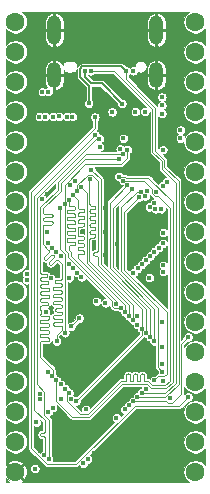
<source format=gbr>
G04 #@! TF.GenerationSoftware,KiCad,Pcbnew,5.1.9-1.fc33*
G04 #@! TF.CreationDate,2021-03-04T22:32:10+01:00*
G04 #@! TF.ProjectId,reDIP-SX,72654449-502d-4535-982e-6b696361645f,0.1*
G04 #@! TF.SameCoordinates,PX5e28010PY8011a50*
G04 #@! TF.FileFunction,Copper,L3,Inr*
G04 #@! TF.FilePolarity,Positive*
%FSLAX46Y46*%
G04 Gerber Fmt 4.6, Leading zero omitted, Abs format (unit mm)*
G04 Created by KiCad (PCBNEW 5.1.9-1.fc33) date 2021-03-04 22:32:10*
%MOMM*%
%LPD*%
G01*
G04 APERTURE LIST*
G04 #@! TA.AperFunction,ComponentPad*
%ADD10O,1.200000X2.500000*%
G04 #@! TD*
G04 #@! TA.AperFunction,ComponentPad*
%ADD11O,1.200000X2.200000*%
G04 #@! TD*
G04 #@! TA.AperFunction,ComponentPad*
%ADD12C,1.600000*%
G04 #@! TD*
G04 #@! TA.AperFunction,ViaPad*
%ADD13C,0.400000*%
G04 #@! TD*
G04 #@! TA.AperFunction,Conductor*
%ADD14C,0.100000*%
G04 #@! TD*
G04 #@! TA.AperFunction,Conductor*
%ADD15C,0.150000*%
G04 #@! TD*
G04 APERTURE END LIST*
D10*
X13210000Y38690000D03*
X4570000Y38690000D03*
D11*
X13210000Y34865000D03*
X4570000Y34865000D03*
D12*
X1270000Y26670000D03*
X1270000Y29210000D03*
X1270000Y31750000D03*
X1270000Y34290000D03*
X1270000Y36830000D03*
X1270000Y39370000D03*
X16510000Y26670000D03*
X16510000Y29210000D03*
X16510000Y31750000D03*
X16510000Y34290000D03*
X16510000Y36830000D03*
X16510000Y39370000D03*
X16510000Y1270000D03*
X16510000Y3810000D03*
X16510000Y6350000D03*
X16510000Y8890000D03*
X16510000Y11430000D03*
X16510000Y13970000D03*
X16510000Y16510000D03*
X16510000Y19050000D03*
X16510000Y21590000D03*
X16510000Y24130000D03*
X1270000Y1270000D03*
X1270000Y3810000D03*
X1270000Y6350000D03*
X1270000Y8890000D03*
X1270000Y11430000D03*
X1270000Y13970000D03*
X1270000Y16510000D03*
X1270000Y19050000D03*
X1270000Y21590000D03*
X1270000Y24130000D03*
D13*
X5580000Y29040000D03*
X5080000Y29040000D03*
X3990000Y24840000D03*
X4330000Y29470000D03*
X4830000Y29470000D03*
X3830000Y29470000D03*
X6520000Y3580000D03*
X4970000Y3580000D03*
X4970000Y5130000D03*
X6510000Y5130000D03*
X12710000Y27500000D03*
X11830000Y26620000D03*
X12710000Y26620000D03*
X11830000Y27500000D03*
X12270000Y27060000D03*
X9830000Y9750000D03*
X10770000Y10700000D03*
X7020000Y10680000D03*
X7970000Y9760000D03*
X7970000Y11620000D03*
X9820000Y11600000D03*
X8890000Y10690000D03*
X8890000Y12550000D03*
X8890000Y21590000D03*
X9890000Y20610000D03*
X10890000Y21580000D03*
X8890000Y19600000D03*
X7900000Y20610000D03*
X6910000Y21590000D03*
X8890000Y23640000D03*
X5740000Y4360000D03*
X15910000Y2540000D03*
X4060000Y18410000D03*
X13780000Y6070000D03*
X8300000Y31760000D03*
X5330000Y29470000D03*
X4580000Y29040000D03*
X11990000Y33780000D03*
X8900000Y8830000D03*
X7090000Y15590000D03*
X4260000Y15120000D03*
X4220000Y11820000D03*
X12130000Y17720000D03*
X13420000Y17720000D03*
X14880000Y26840000D03*
X15910000Y5080000D03*
X10430000Y31340000D03*
X3380000Y3060000D03*
X7940000Y2870000D03*
X4080000Y29040000D03*
X5830000Y29470000D03*
X12720000Y5080000D03*
X15210000Y3800000D03*
X15210000Y1290000D03*
X13780000Y5080000D03*
X15910000Y22860000D03*
X6480000Y33440000D03*
X2920000Y1550000D03*
X3850000Y14830000D03*
X3540000Y24390000D03*
X3810000Y31360000D03*
X9830000Y5860000D03*
X5960000Y7480000D03*
X4050000Y9750000D03*
X11600000Y13750000D03*
X13730000Y13930000D03*
X14390000Y7510000D03*
X10430000Y29510000D03*
X13800000Y21540000D03*
X6870000Y17790000D03*
X13740000Y25510000D03*
X12240000Y31780000D03*
X11440000Y31780000D03*
X10890000Y6910000D03*
X10550000Y6570000D03*
X3310000Y31360000D03*
X3350000Y7410000D03*
X7240000Y6560000D03*
X6290000Y25920000D03*
X5610000Y31360000D03*
X5810000Y18860000D03*
X13030000Y24040000D03*
X12430000Y25080000D03*
X6110000Y31360000D03*
X5910000Y25540000D03*
X9470000Y31760000D03*
X11240000Y35230000D03*
X15250000Y29510000D03*
X15250000Y30210000D03*
X11960000Y7970000D03*
X7640000Y35230000D03*
X7490000Y32480000D03*
X10640000Y35230000D03*
X11600000Y7620000D03*
X12630000Y17720000D03*
X13800000Y18760000D03*
X13700000Y11870000D03*
X12680000Y12700000D03*
X10750000Y25570000D03*
X13030000Y12340000D03*
X11110000Y25210000D03*
X12250000Y24610000D03*
X8010000Y31320000D03*
X15910000Y7620000D03*
X5470000Y8330000D03*
X4440000Y6720000D03*
X5110000Y8680000D03*
X4080000Y6370000D03*
X11930000Y25000000D03*
X13730000Y9740000D03*
X13020000Y9030000D03*
X11750000Y24530000D03*
X15910000Y12700000D03*
X11250000Y7260000D03*
X12310000Y8330000D03*
X11610000Y14460000D03*
X11980000Y18850000D03*
X8880000Y15580000D03*
X6160000Y18500000D03*
X6510000Y18140000D03*
X4290000Y17650000D03*
X13760000Y20620000D03*
X13400000Y20270000D03*
X13040000Y19920000D03*
X12690000Y19560000D03*
X12330000Y19210000D03*
X5840000Y17710000D03*
X5100000Y19550000D03*
X2230000Y17530000D03*
X4740000Y19910000D03*
X4390000Y20270000D03*
X4030000Y20620000D03*
X3940000Y21610000D03*
X2230000Y18030000D03*
X13620000Y23550000D03*
X13120000Y23540000D03*
X12640000Y23700000D03*
X7140000Y35230000D03*
X10290000Y32460000D03*
X4090000Y2350000D03*
X8390000Y29490000D03*
X3730000Y2700000D03*
X8010000Y29820000D03*
X4460000Y31360000D03*
X13800000Y18240000D03*
X8130000Y15720000D03*
X4960000Y31370000D03*
X11270000Y18140000D03*
X11620000Y18500000D03*
X13760000Y28550000D03*
X13680000Y33010000D03*
X5130000Y7440000D03*
X13790000Y8980000D03*
X7040000Y2000000D03*
X13700000Y10420000D03*
X13680000Y31610000D03*
X14100000Y25860000D03*
X10150000Y28620000D03*
X13680000Y32310000D03*
X13210000Y24990000D03*
X8410000Y28810000D03*
X3040000Y5470000D03*
X7400000Y2350000D03*
X3350000Y7910000D03*
X10760000Y28560000D03*
X10190000Y15180000D03*
X5450000Y23970000D03*
X5470000Y13050000D03*
X5080000Y23630000D03*
X10370000Y28170000D03*
X4400000Y9390000D03*
X10080000Y27760000D03*
X4760000Y12350000D03*
X4750000Y9030000D03*
X10040000Y26280000D03*
X5820000Y7970000D03*
X10400000Y25930000D03*
X6690000Y14300000D03*
X5980000Y13590000D03*
X9830000Y15530000D03*
X5800000Y24330000D03*
X10540000Y14820000D03*
X6160000Y24680000D03*
X10900000Y14470000D03*
X6870000Y25400000D03*
X11250000Y14110000D03*
X7570000Y26090000D03*
X11970000Y13410000D03*
X6520000Y25040000D03*
X6420000Y7280000D03*
X7690000Y26850000D03*
X12320000Y13050000D03*
X4050000Y33460000D03*
X3550000Y33460000D03*
D14*
X12885716Y28354284D02*
X12885716Y31975716D01*
X13650000Y27590000D02*
X12885716Y28354284D01*
X12885716Y31975716D02*
X9641432Y35220000D01*
X13650000Y26960000D02*
X13650000Y27590000D01*
X14840000Y25770000D02*
X13650000Y26960000D01*
X14840000Y8830000D02*
X14840000Y25770000D01*
X13980000Y7970000D02*
X14840000Y8830000D01*
X9641432Y35220000D02*
X7640000Y35220000D01*
X11960000Y7970000D02*
X13980000Y7970000D01*
D15*
X10239999Y35620001D02*
X6947999Y35620001D01*
X6739999Y35412001D02*
X6739999Y34715723D01*
X6947999Y35620001D02*
X6739999Y35412001D01*
X10640000Y35220000D02*
X10239999Y35620001D01*
X7490000Y33965722D02*
X7490000Y32480000D01*
X6739999Y34715723D02*
X7490000Y33965722D01*
D14*
X13140000Y32074998D02*
X10640000Y34574998D01*
X13900000Y27700000D02*
X13140000Y28460000D01*
X13140000Y28460000D02*
X13140000Y32074998D01*
X15090000Y25870000D02*
X13900000Y27060000D01*
X10640000Y34574998D02*
X10640000Y35230000D01*
X15090000Y8728002D02*
X15090000Y25870000D01*
X13900000Y27060000D02*
X13900000Y27700000D01*
X13981998Y7620000D02*
X15090000Y8728002D01*
X11600000Y7620000D02*
X13981998Y7620000D01*
X12680000Y15105266D02*
X12680000Y12700000D01*
X9260000Y18525266D02*
X12680000Y15105266D01*
X9260000Y24080000D02*
X9260000Y18525266D01*
X10750000Y25570000D02*
X9260000Y24080000D01*
X13030000Y15108832D02*
X13030000Y12340000D01*
X9520000Y23620000D02*
X9520000Y18618832D01*
X9520000Y18618832D02*
X13030000Y15108832D01*
X11110000Y25210000D02*
X9520000Y23620000D01*
X2593989Y24973989D02*
X8010000Y30390000D01*
X3930000Y1930000D02*
X2593989Y3266011D01*
X2593989Y3266011D02*
X2593989Y24973989D01*
X6428002Y1930000D02*
X3930000Y1930000D01*
X11368002Y6870000D02*
X6428002Y1930000D01*
X15160000Y6870000D02*
X15910000Y7620000D01*
X11368002Y6870000D02*
X15160000Y6870000D01*
X8010000Y30390000D02*
X8010000Y31320000D01*
X13320000Y15172398D02*
X10250000Y18242398D01*
X13380001Y12508001D02*
X13320000Y12568002D01*
X13380001Y12130001D02*
X13380001Y12508001D01*
X10250000Y18242398D02*
X10250000Y23700000D01*
X13310000Y12060000D02*
X13380001Y12130001D01*
X13310000Y10160000D02*
X13310000Y12060000D01*
X13320000Y12568002D02*
X13320000Y15172398D01*
X11550000Y25000000D02*
X10250000Y23700000D01*
X11920000Y25000000D02*
X11550000Y25000000D01*
X13310000Y10160000D02*
X13730000Y9740000D01*
X10510000Y18390000D02*
X10510000Y23300000D01*
X14090000Y14810000D02*
X10510000Y18390000D01*
X14090000Y9581998D02*
X14090000Y14810000D01*
X13868002Y9360000D02*
X14090000Y9581998D01*
X10510000Y23300000D02*
X11740000Y24530000D01*
X13350000Y9360000D02*
X13020000Y9030000D01*
X13868002Y9360000D02*
X13350000Y9360000D01*
X15340000Y12130000D02*
X15910000Y12700000D01*
X15340000Y7910000D02*
X15340000Y12130000D01*
X14560000Y7130000D02*
X15340000Y7910000D01*
X11250000Y7260000D02*
X14060000Y7260000D01*
X14190000Y7130000D02*
X14560000Y7130000D01*
X14060000Y7260000D02*
X14190000Y7130000D01*
D15*
X7140000Y35220000D02*
X7140000Y34740000D01*
X7140000Y34740000D02*
X7720000Y34160000D01*
X8590000Y34160000D02*
X10290000Y32460000D01*
X7720000Y34160000D02*
X8590000Y34160000D01*
D14*
X8344999Y29474999D02*
X8380000Y29510000D01*
X3729999Y8070001D02*
X3114989Y8685011D01*
X3114989Y24479991D02*
X8109997Y29474999D01*
X3729999Y6070001D02*
X3729999Y8070001D01*
X4110000Y5690000D02*
X3729999Y6070001D01*
X3114989Y8685011D02*
X3114989Y24479991D01*
X4110000Y2370000D02*
X4110000Y5690000D01*
X8374999Y29474999D02*
X8390000Y29490000D01*
X8109997Y29474999D02*
X8374999Y29474999D01*
X2854999Y24664999D02*
X8010000Y29820000D01*
X3438556Y4322726D02*
X3414805Y4346477D01*
X3610000Y4290000D02*
X3532080Y4290000D01*
X2854999Y6545001D02*
X2854999Y24664999D01*
X3498701Y4293761D02*
X3466997Y4304855D01*
X3643378Y4286240D02*
X3610000Y4290000D01*
X3532080Y4290000D02*
X3498701Y4293761D01*
X3385840Y4473379D02*
X3396934Y4505083D01*
X3498701Y4586240D02*
X3532080Y4590000D01*
X3675082Y4275146D02*
X3643378Y4286240D01*
X3703523Y4257275D02*
X3675082Y4275146D01*
X3760000Y5640000D02*
X2854999Y6545001D01*
X3727274Y4233524D02*
X3703523Y4257275D01*
X3396934Y4374918D02*
X3385840Y4406622D01*
X3745145Y4205083D02*
X3727274Y4233524D01*
X3760000Y2720000D02*
X3760000Y4140000D01*
X3466997Y4304855D02*
X3438556Y4322726D01*
X3414805Y4346477D02*
X3396934Y4374918D01*
X3756239Y4173379D02*
X3745145Y4205083D01*
X3756239Y4706622D02*
X3760000Y4740000D01*
X3675082Y4604855D02*
X3703523Y4622726D01*
X3760000Y4740000D02*
X3760000Y5640000D01*
X3760000Y4140000D02*
X3756239Y4173379D01*
X3385840Y4406622D02*
X3382080Y4440000D01*
X3382080Y4440000D02*
X3385840Y4473379D01*
X3745145Y4674918D02*
X3756239Y4706622D01*
X3396934Y4505083D02*
X3414805Y4533524D01*
X3438556Y4557275D02*
X3466997Y4575146D01*
X3414805Y4533524D02*
X3438556Y4557275D01*
X3466997Y4575146D02*
X3498701Y4586240D01*
X3532080Y4590000D02*
X3610000Y4590000D01*
X3610000Y4590000D02*
X3643378Y4593761D01*
X3703523Y4622726D02*
X3727274Y4646477D01*
X3727274Y4646477D02*
X3745145Y4674918D01*
X3643378Y4593761D02*
X3675082Y4604855D01*
X5740000Y19770000D02*
X5450000Y20060000D01*
X5740000Y19484999D02*
X5740000Y19770000D01*
X9460000Y15343999D02*
X9460000Y15764998D01*
X5450000Y20060000D02*
X5450000Y23970000D01*
X9623999Y15180000D02*
X9460000Y15343999D01*
X9460000Y15764998D02*
X5740000Y19484999D01*
X10190000Y15180000D02*
X9623999Y15180000D01*
X5449999Y23970001D02*
X5450000Y23970000D01*
X5449999Y25598001D02*
X5449999Y23970001D01*
X7192353Y27340355D02*
X5449999Y25598001D01*
X10230355Y27340355D02*
X7192353Y27340355D01*
X10760000Y27870000D02*
X10230355Y27340355D01*
X10760000Y28560000D02*
X10760000Y27870000D01*
X5445001Y13074999D02*
X5490000Y13030000D01*
X5080000Y20120000D02*
X5080000Y23630000D01*
X5450001Y19749999D02*
X5080000Y20120000D01*
X5450001Y13069999D02*
X5450001Y19749999D01*
X5470000Y13050000D02*
X5450001Y13069999D01*
X3364999Y11003003D02*
X4430001Y9938001D01*
X3364999Y12215001D02*
X3364999Y11003003D01*
X3379853Y12280084D02*
X3368759Y12248380D01*
X3421475Y12332276D02*
X3397724Y12308525D01*
X3449916Y12350147D02*
X3421475Y12332276D01*
X3514999Y12365001D02*
X3481620Y12361241D01*
X3995447Y12365001D02*
X3514999Y12365001D01*
X4060529Y12379856D02*
X4028825Y12368762D01*
X4088970Y12397727D02*
X4060529Y12379856D01*
X4112721Y12421478D02*
X4088970Y12397727D01*
X4130592Y12449919D02*
X4112721Y12421478D01*
X4130592Y12580084D02*
X4141686Y12548380D01*
X4088970Y12632276D02*
X4112721Y12608525D01*
X3514999Y12665001D02*
X3995447Y12665001D01*
X3449916Y12679856D02*
X3481620Y12668762D01*
X3421475Y12697727D02*
X3449916Y12679856D01*
X3379853Y12749919D02*
X3397724Y12721478D01*
X3379853Y12880084D02*
X3368759Y12848380D01*
X3397724Y12908525D02*
X3379853Y12880084D01*
X3449916Y12950147D02*
X3421475Y12932276D01*
X3481620Y12961241D02*
X3449916Y12950147D01*
X3514999Y12965001D02*
X3481620Y12961241D01*
X3995447Y12965001D02*
X3514999Y12965001D01*
X4028825Y12968762D02*
X3995447Y12965001D01*
X4060529Y12979856D02*
X4028825Y12968762D01*
X4088970Y12997727D02*
X4060529Y12979856D01*
X4141686Y13081623D02*
X4130592Y13049919D01*
X4145447Y13115001D02*
X4141686Y13081623D01*
X4141686Y13148380D02*
X4145447Y13115001D01*
X3379853Y15880084D02*
X3368759Y15848380D01*
X3421475Y15932276D02*
X3397724Y15908525D01*
X3383824Y14975910D02*
X3393304Y14969953D01*
X3449916Y15950147D02*
X3421475Y15932276D01*
X4141686Y13748380D02*
X4145447Y13715001D01*
X3481620Y15961241D02*
X3449916Y15950147D01*
X4145447Y12515001D02*
X4141686Y12481623D01*
X3514999Y18065001D02*
X3845447Y18065001D01*
X4130592Y13780084D02*
X4141686Y13748380D01*
X4028825Y15968762D02*
X3995447Y15965001D01*
X3895447Y15665001D02*
X3928825Y15661241D01*
X4130592Y16049919D02*
X4112721Y16021478D01*
X4088970Y16832276D02*
X4112721Y16808525D01*
X4145447Y14315001D02*
X4141686Y14281623D01*
X4028825Y16261241D02*
X4060529Y16250147D01*
X3995447Y16265001D02*
X4028825Y16261241D01*
X3449916Y16279856D02*
X3481620Y16268762D01*
X3421475Y16297727D02*
X3449916Y16279856D01*
X3397724Y12308525D02*
X3379853Y12280084D01*
X3995447Y15965001D02*
X3514999Y15965001D01*
X4060529Y16579856D02*
X4028825Y16568762D01*
X3421475Y12932276D02*
X3397724Y12908525D01*
X3991686Y17948380D02*
X3995447Y17915001D01*
X3421475Y13532276D02*
X3397724Y13508525D01*
X3379853Y16349919D02*
X3397724Y16321478D01*
X3369950Y14636696D02*
X3366252Y14626128D01*
X3481620Y16561241D02*
X3449916Y16550147D01*
X3514999Y17765001D02*
X3481620Y17761241D01*
X4012721Y15421478D02*
X3988970Y15397727D01*
X3364999Y15015001D02*
X3366252Y15003875D01*
X3397724Y15308525D02*
X3379853Y15280084D01*
X3514999Y16565001D02*
X3481620Y16561241D01*
X4141686Y12548380D02*
X4145447Y12515001D01*
X3397724Y15908525D02*
X3379853Y15880084D01*
X4112721Y13208525D02*
X4130592Y13180084D01*
X4088970Y16597727D02*
X4060529Y16579856D01*
X3397724Y17108525D02*
X3379853Y17080084D01*
X4145447Y13715001D02*
X4141686Y13681623D01*
X4130592Y16649919D02*
X4112721Y16621478D01*
X4145447Y16715001D02*
X4141686Y16681623D01*
X3379853Y17549919D02*
X3397724Y17521478D01*
X4141686Y16748380D02*
X4145447Y16715001D01*
X3368759Y16381623D02*
X3379853Y16349919D01*
X4030592Y17249919D02*
X4012721Y17221478D01*
X4060529Y16850147D02*
X4088970Y16832276D01*
X3514999Y15965001D02*
X3481620Y15961241D01*
X4012721Y15608525D02*
X4030592Y15580084D01*
X4141686Y16681623D02*
X4130592Y16649919D01*
X3514999Y16865001D02*
X3995447Y16865001D01*
X3481620Y16868762D02*
X3514999Y16865001D01*
X3397724Y16921478D02*
X3421475Y16897727D01*
X3368759Y17048380D02*
X3364999Y17015001D01*
X4112721Y14221478D02*
X4088970Y14197727D01*
X3421475Y13297727D02*
X3449916Y13279856D01*
X3421475Y17132276D02*
X3397724Y17108525D01*
X3481620Y17161241D02*
X3449916Y17150147D01*
X3481620Y18068762D02*
X3514999Y18065001D01*
X4030592Y15580084D02*
X4041686Y15548380D01*
X3393304Y14660050D02*
X3383824Y14654093D01*
X4112721Y16208525D02*
X4130592Y16180084D01*
X3481620Y12668762D02*
X3514999Y12665001D01*
X4060529Y16250147D02*
X4088970Y16232276D01*
X3368759Y18181623D02*
X3379853Y18149919D01*
X3481620Y14161241D02*
X3449916Y14150147D01*
X3449916Y16550147D02*
X3421475Y16532276D01*
X4130592Y14249919D02*
X4112721Y14221478D01*
X3368759Y12848380D02*
X3364999Y12815001D01*
X3368759Y14048380D02*
X3364999Y14015001D01*
X3878825Y17768762D02*
X3845447Y17765001D01*
X3368759Y14581623D02*
X3379853Y14549919D01*
X3364999Y23674999D02*
X3364999Y18215001D01*
X3421475Y17732276D02*
X3397724Y17708525D01*
X3895447Y17465001D02*
X3928825Y17461241D01*
X3910529Y17779856D02*
X3878825Y17768762D01*
X3368759Y15248380D02*
X3364999Y15215001D01*
X3426125Y14666255D02*
X3403872Y14663748D01*
X3449916Y13550147D02*
X3421475Y13532276D01*
X4060529Y15979856D02*
X4028825Y15968762D01*
X3368759Y15781623D02*
X3379853Y15749919D01*
X3960529Y17450147D02*
X3988970Y17432276D01*
X3368759Y15848380D02*
X3364999Y15815001D01*
X4060529Y13579856D02*
X4028825Y13568762D01*
X3449916Y17150147D02*
X3421475Y17132276D01*
X3368759Y12248380D02*
X3364999Y12215001D01*
X3397724Y18121478D02*
X3421475Y18097727D01*
X3995447Y16565001D02*
X3514999Y16565001D01*
X3962721Y18008525D02*
X3980592Y17980084D01*
X3379853Y17680084D02*
X3368759Y17648380D01*
X4865000Y25175000D02*
X3364999Y23674999D01*
X3364999Y15815001D02*
X3368759Y15781623D01*
X3910529Y18050147D02*
X3938970Y18032276D01*
X3878825Y18061241D02*
X3910529Y18050147D01*
X4088970Y15997727D02*
X4060529Y15979856D01*
X3514999Y17165001D02*
X3481620Y17161241D01*
X4041686Y17348380D02*
X4045447Y17315001D01*
X7240000Y28170000D02*
X4865000Y25795000D01*
X4112721Y16621478D02*
X4088970Y16597727D01*
X4141686Y12481623D02*
X4130592Y12449919D01*
X4112721Y16808525D02*
X4130592Y16780084D01*
X3514999Y13565001D02*
X3481620Y13561241D01*
X3481620Y14468762D02*
X3514999Y14465001D01*
X3514999Y15665001D02*
X3895447Y15665001D01*
X3962721Y17821478D02*
X3938970Y17797727D01*
X3995447Y17915001D02*
X3991686Y17881623D01*
X3988970Y17432276D02*
X4012721Y17408525D01*
X4012721Y17408525D02*
X4030592Y17380084D01*
X3454090Y14946176D02*
X3460047Y14936696D01*
X3368759Y16981623D02*
X3379853Y16949919D01*
X4865000Y25795000D02*
X4865000Y25175000D01*
X3368759Y17581623D02*
X3379853Y17549919D01*
X3368759Y13981623D02*
X3379853Y13949919D01*
X4028825Y12368762D02*
X3995447Y12365001D01*
X4130592Y16780084D02*
X4141686Y16748380D01*
X4112721Y12608525D02*
X4130592Y12580084D01*
X3364999Y18215001D02*
X3368759Y18181623D01*
X4112721Y16021478D02*
X4088970Y15997727D01*
X4141686Y16148380D02*
X4145447Y16115001D01*
X3449916Y18079856D02*
X3481620Y18068762D01*
X4060529Y13850147D02*
X4088970Y13832276D01*
X4430001Y9938001D02*
X4430000Y9410000D01*
X3364999Y17015001D02*
X3368759Y16981623D01*
X3449916Y13279856D02*
X3481620Y13268762D01*
X4141686Y16081623D02*
X4130592Y16049919D01*
X3375907Y14983827D02*
X3383824Y14975910D01*
X3449916Y14150147D02*
X3421475Y14132276D01*
X3421475Y16532276D02*
X3397724Y16508525D01*
X3449916Y16879856D02*
X3481620Y16868762D01*
X3988970Y17197727D02*
X3960529Y17179856D01*
X3364999Y12815001D02*
X3368759Y12781623D01*
X3364999Y14015001D02*
X3368759Y13981623D01*
X3481620Y16268762D02*
X3514999Y16265001D01*
X4088970Y13597727D02*
X4060529Y13579856D01*
X3449916Y17750147D02*
X3421475Y17732276D01*
X3449916Y14479856D02*
X3481620Y14468762D01*
X4012721Y17221478D02*
X3988970Y17197727D01*
X3421475Y16897727D02*
X3449916Y16879856D01*
X3995447Y16865001D02*
X4028825Y16861241D01*
X3379853Y15280084D02*
X3368759Y15248380D01*
X3421475Y17497727D02*
X3449916Y17479856D01*
X3995447Y12665001D02*
X4028825Y12661241D01*
X3379853Y16480084D02*
X3368759Y16448380D01*
X3368759Y17648380D02*
X3364999Y17615001D01*
X10370000Y28170000D02*
X7240000Y28170000D01*
X3895447Y17165001D02*
X3514999Y17165001D01*
X3397724Y17521478D02*
X3421475Y17497727D01*
X3938970Y17797727D02*
X3910529Y17779856D01*
X3991686Y17881623D02*
X3980592Y17849919D01*
X3960529Y15650147D02*
X3988970Y15632276D01*
X4028825Y16568762D02*
X3995447Y16565001D01*
X3980592Y17849919D02*
X3962721Y17821478D01*
X3449916Y17479856D02*
X3481620Y17468762D01*
X3449916Y15679856D02*
X3481620Y15668762D01*
X3481620Y17468762D02*
X3514999Y17465001D01*
X3481620Y17761241D02*
X3449916Y17750147D01*
X3845447Y18065001D02*
X3878825Y18061241D01*
X3436693Y14669953D02*
X3426125Y14666255D01*
X3514999Y17465001D02*
X3895447Y17465001D01*
X3403872Y14966255D02*
X3426125Y14963748D01*
X3379853Y18149919D02*
X3397724Y18121478D01*
X3454090Y14683827D02*
X3446173Y14675910D01*
X4030592Y17380084D02*
X4041686Y17348380D01*
X4060529Y12650147D02*
X4088970Y12632276D01*
X3364999Y16415001D02*
X3368759Y16381623D01*
X4088970Y16232276D02*
X4112721Y16208525D01*
X4045447Y17315001D02*
X4041686Y17281623D01*
X4041686Y17281623D02*
X4030592Y17249919D01*
X4112721Y13621478D02*
X4088970Y13597727D01*
X3368759Y16448380D02*
X3364999Y16415001D01*
X4030592Y15449919D02*
X4012721Y15421478D01*
X3481620Y12361241D02*
X3449916Y12350147D01*
X3397724Y12721478D02*
X3421475Y12697727D01*
X3397724Y16321478D02*
X3421475Y16297727D01*
X3960529Y17179856D02*
X3928825Y17168762D01*
X3421475Y13897727D02*
X3449916Y13879856D01*
X3928825Y17168762D02*
X3895447Y17165001D01*
X3379853Y15749919D02*
X3397724Y15721478D01*
X3379853Y14549919D02*
X3397724Y14521478D01*
X3928825Y17461241D02*
X3960529Y17450147D01*
X3397724Y15721478D02*
X3421475Y15697727D01*
X3364999Y13415001D02*
X3368759Y13381623D01*
X3421475Y15697727D02*
X3449916Y15679856D01*
X4028825Y16861241D02*
X4060529Y16850147D01*
X3481620Y15668762D02*
X3514999Y15665001D01*
X3928825Y15661241D02*
X3960529Y15650147D01*
X3369950Y14993307D02*
X3375907Y14983827D01*
X4141686Y14348380D02*
X4145447Y14315001D01*
X3364999Y15215001D02*
X3364999Y15015001D01*
X3421475Y14132276D02*
X3397724Y14108525D01*
X3938970Y18032276D02*
X3962721Y18008525D01*
X3988970Y15632276D02*
X4012721Y15608525D01*
X4041686Y15481623D02*
X4030592Y15449919D01*
X3364999Y17615001D02*
X3368759Y17581623D01*
X3988970Y15397727D02*
X3960529Y15379856D01*
X3379853Y17080084D02*
X3368759Y17048380D01*
X3960529Y15379856D02*
X3928825Y15368762D01*
X3995447Y14465001D02*
X4028825Y14461241D01*
X3928825Y15368762D02*
X3895447Y15365001D01*
X3995447Y13565001D02*
X3514999Y13565001D01*
X4028825Y14461241D02*
X4060529Y14450147D01*
X3895447Y15365001D02*
X3514999Y15365001D01*
X3514999Y15365001D02*
X3481620Y15361241D01*
X4112721Y13808525D02*
X4130592Y13780084D01*
X3397724Y16508525D02*
X3379853Y16480084D01*
X3481620Y15361241D02*
X3449916Y15350147D01*
X4028825Y14168762D02*
X3995447Y14165001D01*
X3379853Y13949919D02*
X3397724Y13921478D01*
X3449916Y15350147D02*
X3421475Y15332276D01*
X3421475Y15332276D02*
X3397724Y15308525D01*
X4028825Y12661241D02*
X4060529Y12650147D01*
X3366252Y15003875D02*
X3369950Y14993307D01*
X3393304Y14969953D02*
X3403872Y14966255D01*
X3426125Y14963748D02*
X3436693Y14960050D01*
X3980592Y17980084D02*
X3991686Y17948380D01*
X3436693Y14960050D02*
X3446173Y14954093D01*
X3446173Y14954093D02*
X3454090Y14946176D01*
X3397724Y13508525D02*
X3379853Y13480084D01*
X3460047Y14936696D02*
X3463745Y14926128D01*
X3379853Y13349919D02*
X3397724Y13321478D01*
X3397724Y13921478D02*
X3421475Y13897727D01*
X3463745Y14926128D02*
X3464999Y14915001D01*
X3446173Y14675910D02*
X3436693Y14669953D01*
X3464999Y14915001D02*
X3464999Y14715001D01*
X3464999Y14715001D02*
X3463745Y14703875D01*
X3460047Y14693307D02*
X3454090Y14683827D01*
X3403872Y14663748D02*
X3393304Y14660050D01*
X4041686Y15548380D02*
X4045447Y15515001D01*
X3383824Y14654093D02*
X3375907Y14646176D01*
X3397724Y17708525D02*
X3379853Y17680084D01*
X3366252Y14626128D02*
X3364999Y14615001D01*
X3421475Y18097727D02*
X3449916Y18079856D01*
X3368759Y13381623D02*
X3379853Y13349919D01*
X3514999Y16265001D02*
X3995447Y16265001D01*
X3364999Y14615001D02*
X3368759Y14581623D01*
X3397724Y14521478D02*
X3421475Y14497727D01*
X4028825Y13568762D02*
X3995447Y13565001D01*
X4130592Y13049919D02*
X4112721Y13021478D01*
X3421475Y14497727D02*
X3449916Y14479856D01*
X4045447Y15515001D02*
X4041686Y15481623D01*
X3514999Y14465001D02*
X3995447Y14465001D01*
X4130592Y16180084D02*
X4141686Y16148380D01*
X3463745Y14703875D02*
X3460047Y14693307D01*
X4060529Y14450147D02*
X4088970Y14432276D01*
X3379853Y16949919D02*
X3397724Y16921478D01*
X4088970Y14432276D02*
X4112721Y14408525D01*
X4112721Y14408525D02*
X4130592Y14380084D01*
X4112721Y13021478D02*
X4088970Y12997727D01*
X4130592Y14380084D02*
X4141686Y14348380D01*
X4141686Y14281623D02*
X4130592Y14249919D01*
X3845447Y17765001D02*
X3514999Y17765001D01*
X4088970Y14197727D02*
X4060529Y14179856D01*
X4060529Y14179856D02*
X4028825Y14168762D01*
X3995447Y13265001D02*
X4028825Y13261241D01*
X3995447Y14165001D02*
X3514999Y14165001D01*
X3514999Y14165001D02*
X3481620Y14161241D01*
X4028825Y13261241D02*
X4060529Y13250147D01*
X3375907Y14646176D02*
X3369950Y14636696D01*
X3397724Y14108525D02*
X3379853Y14080084D01*
X3379853Y14080084D02*
X3368759Y14048380D01*
X4145447Y16115001D02*
X4141686Y16081623D01*
X3449916Y13879856D02*
X3481620Y13868762D01*
X3368759Y12781623D02*
X3379853Y12749919D01*
X3514999Y13865001D02*
X3995447Y13865001D01*
X4088970Y13232276D02*
X4112721Y13208525D01*
X3379853Y13480084D02*
X3368759Y13448380D01*
X3995447Y13865001D02*
X4028825Y13861241D01*
X4028825Y13861241D02*
X4060529Y13850147D01*
X4088970Y13832276D02*
X4112721Y13808525D01*
X4141686Y13681623D02*
X4130592Y13649919D01*
X4130592Y13649919D02*
X4112721Y13621478D01*
X3481620Y13561241D02*
X3449916Y13550147D01*
X3481620Y13868762D02*
X3514999Y13865001D01*
X3368759Y13448380D02*
X3364999Y13415001D01*
X3397724Y13321478D02*
X3421475Y13297727D01*
X3481620Y13268762D02*
X3514999Y13265001D01*
X3514999Y13265001D02*
X3995447Y13265001D01*
X4060529Y13250147D02*
X4088970Y13232276D01*
X4130592Y13180084D02*
X4141686Y13148380D01*
X4760000Y12850000D02*
X4760000Y12350000D01*
X5230000Y13500000D02*
X5230000Y13320000D01*
X5215146Y13565083D02*
X5226240Y13533379D01*
X5197275Y13593524D02*
X5215146Y13565083D01*
X5113379Y13646240D02*
X5145083Y13635146D01*
X5080000Y13650000D02*
X5113379Y13646240D01*
X4603412Y13650000D02*
X5080000Y13650000D01*
X4570034Y13653761D02*
X4603412Y13650000D01*
X4538330Y13664855D02*
X4570034Y13653761D01*
X4468267Y13734918D02*
X4486138Y13706477D01*
X4453412Y13800000D02*
X4457173Y13766622D01*
X4468267Y13865083D02*
X4457173Y13833379D01*
X4486138Y13893524D02*
X4468267Y13865083D01*
X4509889Y13917275D02*
X4486138Y13893524D01*
X4538330Y13935146D02*
X4509889Y13917275D01*
X4570034Y13946240D02*
X4538330Y13935146D01*
X4603412Y13950000D02*
X4570034Y13946240D01*
X5080000Y13950000D02*
X4603412Y13950000D01*
X5113379Y13953761D02*
X5080000Y13950000D01*
X5145083Y13964855D02*
X5113379Y13953761D01*
X5173524Y13982726D02*
X5145083Y13964855D01*
X5226240Y14066622D02*
X5215146Y14034918D01*
X5226240Y14133379D02*
X5230000Y14100000D01*
X5173524Y14217275D02*
X5197275Y14193524D01*
X5145083Y14235146D02*
X5173524Y14217275D01*
X5080000Y14250000D02*
X5113379Y14246240D01*
X4509889Y14282726D02*
X4538330Y14264855D01*
X5215146Y14034918D02*
X5197275Y14006477D01*
X4468267Y14334918D02*
X4486138Y14306477D01*
X4453412Y14400000D02*
X4457173Y14366622D01*
X4457173Y14433379D02*
X4453412Y14400000D01*
X4468267Y14465083D02*
X4457173Y14433379D01*
X4486138Y14493524D02*
X4468267Y14465083D01*
X4509889Y14517275D02*
X4486138Y14493524D01*
X4570034Y14546240D02*
X4538330Y14535146D01*
X5080000Y14550000D02*
X4603412Y14550000D01*
X5113379Y14553761D02*
X5080000Y14550000D01*
X5197275Y14606477D02*
X5173524Y14582726D01*
X5215146Y14634918D02*
X5197275Y14606477D01*
X5226240Y14666622D02*
X5215146Y14634918D01*
X5230000Y14700000D02*
X5226240Y14666622D01*
X4603412Y14550000D02*
X4570034Y14546240D01*
X5226240Y14733379D02*
X5230000Y14700000D01*
X5145083Y14835146D02*
X5173524Y14817275D01*
X5113379Y14846240D02*
X5145083Y14835146D01*
X5080000Y14850000D02*
X5113379Y14846240D01*
X4738330Y14864855D02*
X4770034Y14853761D01*
X4657173Y14966622D02*
X4668267Y14934918D01*
X4657173Y15033379D02*
X4653412Y15000000D01*
X4668267Y15065083D02*
X4657173Y15033379D01*
X4770034Y15146240D02*
X4738330Y15135146D01*
X4803412Y15150000D02*
X4770034Y15146240D01*
X4739932Y19226643D02*
X4770187Y19241235D01*
X4303842Y18816366D02*
X4334096Y18830960D01*
X5215146Y15834918D02*
X5197275Y15806477D01*
X4271100Y18808873D02*
X4303842Y18816366D01*
X4237510Y18808853D02*
X4271100Y18808873D01*
X4334096Y18830960D02*
X4360346Y18851918D01*
X4148085Y19063922D02*
X4127159Y19037648D01*
X4770187Y19241235D02*
X4802930Y19248731D01*
X4345667Y19665241D02*
X4378410Y19672737D01*
X3599999Y22059999D02*
X3580000Y22040000D01*
X5226240Y16466622D02*
X5215146Y16434918D01*
X3688143Y19332299D02*
X3702735Y19302043D01*
X4570034Y14253761D02*
X4603412Y14250000D01*
X4274999Y22815001D02*
X3774999Y22815001D01*
X5080000Y16950000D02*
X4603412Y16950000D01*
X4453412Y16200000D02*
X4457173Y16166622D01*
X3680649Y19365041D02*
X3688143Y19332299D01*
X4538330Y16064855D02*
X4570034Y16053761D01*
X3688081Y19431383D02*
X3680628Y19398631D01*
X4688330Y17535146D02*
X4659889Y17517275D01*
X4538330Y16935146D02*
X4509889Y16917275D01*
X3723565Y19487928D02*
X3702639Y19461654D01*
X4803412Y14850000D02*
X5080000Y14850000D01*
X4659889Y17282726D02*
X4688330Y17264855D01*
X4709889Y15117275D02*
X4686138Y15093524D01*
X4536905Y19474234D02*
X4522351Y19443964D01*
X4457173Y15566622D02*
X4468267Y15534918D01*
X3780240Y19240313D02*
X3812990Y19232859D01*
X4112385Y19898240D02*
X4097831Y19867970D01*
X4457173Y15633379D02*
X4453412Y15600000D01*
X4119840Y19930992D02*
X4112385Y19898240D01*
X4421239Y22331623D02*
X4410145Y22299919D01*
X4112325Y19997324D02*
X4119819Y19964582D01*
X5230000Y14100000D02*
X5226240Y14066622D01*
X5197275Y17006477D02*
X5173524Y16982726D01*
X4076776Y20053827D02*
X4097733Y20027580D01*
X5215146Y14765083D02*
X5226240Y14733379D01*
X4097831Y19867970D02*
X4076903Y19841695D01*
X3580000Y20550000D02*
X4076776Y20053827D01*
X4112663Y18908293D02*
X4127255Y18878037D01*
X4119819Y19964582D02*
X4119840Y19930992D01*
X4360346Y18851918D02*
X4713685Y19205684D01*
X4368523Y22847727D02*
X4340082Y22829856D01*
X5230000Y18901998D02*
X5230000Y17700000D01*
X3628760Y22098380D02*
X3599999Y22069619D01*
X4709889Y14882726D02*
X4738330Y14864855D01*
X5230000Y15900000D02*
X5226240Y15866622D01*
X4802930Y19248731D02*
X4836519Y19248750D01*
X4308378Y23111241D02*
X4340082Y23100147D01*
X3680628Y19398631D02*
X3680649Y19365041D01*
X4340082Y22829856D02*
X4308378Y22818762D01*
X3657725Y22758525D02*
X3639854Y22730084D01*
X4538330Y14264855D02*
X4570034Y14253761D01*
X3774999Y22515001D02*
X4274999Y22515001D01*
X4544339Y19540576D02*
X4544360Y19506986D01*
X5145083Y14564855D02*
X5113379Y14553761D01*
X5105000Y25065000D02*
X3624999Y23584999D01*
X4444751Y19665301D02*
X4475023Y19650747D01*
X10080000Y27760000D02*
X7170000Y27760000D01*
X5197275Y15393524D02*
X5215146Y15365083D01*
X4486138Y13706477D02*
X4509889Y13682726D01*
X3741621Y22211241D02*
X3709917Y22200147D01*
X4421239Y22931623D02*
X4410145Y22899919D01*
X4392274Y22271478D02*
X4368523Y22247727D01*
X4424999Y22965001D02*
X4421239Y22931623D01*
X4475023Y19650747D02*
X4501296Y19629820D01*
X4392274Y23058525D02*
X4410145Y23030084D01*
X3774999Y23115001D02*
X4274999Y23115001D01*
X4713685Y19205684D02*
X4739932Y19226643D01*
X4105169Y18941035D02*
X4112663Y18908293D01*
X4127159Y19037648D02*
X4112601Y19007377D01*
X4289165Y19629690D02*
X4315412Y19650649D01*
X3812990Y19232859D02*
X3846580Y19232879D01*
X4457173Y14366622D02*
X4468267Y14334918D01*
X4453412Y15600000D02*
X4457173Y15566622D01*
X3702735Y19302043D02*
X3723693Y19275796D01*
X4308378Y22818762D02*
X4274999Y22815001D01*
X3639854Y23199919D02*
X3657725Y23171478D01*
X3599999Y22069619D02*
X3599999Y22059999D01*
X5173524Y15782726D02*
X5145083Y15764855D01*
X4659889Y17517275D02*
X4636138Y17493524D01*
X4368523Y23082276D02*
X4392274Y23058525D01*
X4340082Y22500147D02*
X4368523Y22482276D01*
X5173524Y16017275D02*
X5197275Y15993524D01*
X4421239Y22398380D02*
X4424999Y22365001D01*
X5230000Y17700000D02*
X5226240Y17666622D01*
X5145083Y17564855D02*
X5113379Y17553761D01*
X4410145Y22430084D02*
X4421239Y22398380D01*
X3628760Y22698380D02*
X3624999Y22665001D01*
X5226240Y13533379D02*
X5230000Y13500000D01*
X3639854Y22130084D02*
X3628760Y22098380D01*
X4274999Y23115001D02*
X4308378Y23111241D01*
X4720034Y17546240D02*
X4688330Y17535146D01*
X4421239Y22998380D02*
X4424999Y22965001D01*
X4204760Y18816307D02*
X4237510Y18808853D01*
X3774999Y22815001D02*
X3741621Y22811241D01*
X4688330Y17264855D02*
X4720034Y17253761D01*
X4753412Y17250000D02*
X5080000Y17250000D01*
X4538330Y15735146D02*
X4509889Y15717275D01*
X5080000Y15450000D02*
X5113379Y15446240D01*
X5105000Y25695000D02*
X5105000Y25065000D01*
X4686138Y15093524D02*
X4668267Y15065083D01*
X4105148Y18974625D02*
X4105169Y18941035D01*
X4522351Y19443964D02*
X4501423Y19417689D01*
X3657725Y22158525D02*
X3639854Y22130084D01*
X3709917Y22529856D02*
X3741621Y22518762D01*
X4607173Y17433379D02*
X4603412Y17400000D01*
X3709917Y23129856D02*
X3741621Y23118762D01*
X3657725Y23171478D02*
X3681476Y23147727D01*
X5215146Y17165083D02*
X5226240Y17133379D01*
X4544360Y19506986D02*
X4536905Y19474234D01*
X3628760Y23231623D02*
X3639854Y23199919D01*
X3624999Y22665001D02*
X3628760Y22631623D01*
X4315412Y19650649D02*
X4345667Y19665241D01*
X3846580Y19232879D02*
X3879322Y19240372D01*
X3681476Y23147727D02*
X3709917Y23129856D01*
X4308378Y22218762D02*
X4274999Y22215001D01*
X3935826Y19275924D02*
X4289165Y19629690D01*
X4457173Y16766622D02*
X4468267Y16734918D01*
X3639854Y22730084D02*
X3628760Y22698380D01*
X4509889Y13682726D02*
X4538330Y13664855D01*
X3709917Y22200147D02*
X3681476Y22182276D01*
X3879322Y19240372D02*
X3909576Y19254966D01*
X4686138Y14906477D02*
X4709889Y14882726D01*
X5226240Y15933379D02*
X5230000Y15900000D01*
X4501423Y19417689D02*
X4148085Y19063922D01*
X4501296Y19629820D02*
X4522253Y19603574D01*
X3709917Y22800147D02*
X3681476Y22782276D01*
X4925816Y19205814D02*
X5230000Y18901998D01*
X3580000Y22040000D02*
X3580000Y20550000D01*
X3681476Y22782276D02*
X3657725Y22758525D01*
X4570034Y15746240D02*
X4538330Y15735146D01*
X3681476Y22547727D02*
X3709917Y22529856D01*
X4410145Y23030084D02*
X4421239Y22998380D01*
X4368523Y22482276D02*
X4392274Y22458525D01*
X4509889Y15482726D02*
X4538330Y15464855D01*
X4536845Y19573318D02*
X4544339Y19540576D01*
X5080000Y15750000D02*
X4603412Y15750000D01*
X4522253Y19603574D02*
X4536845Y19573318D01*
X3628760Y22631623D02*
X3639854Y22599919D01*
X4148213Y18851790D02*
X4174486Y18830862D01*
X3702639Y19461654D02*
X3688081Y19431383D01*
X3657725Y22571478D02*
X3681476Y22547727D01*
X4509889Y16917275D02*
X4486138Y16893524D01*
X4127255Y18878037D02*
X4148213Y18851790D01*
X5173524Y14582726D02*
X5145083Y14564855D01*
X5215146Y16565083D02*
X5226240Y16533379D01*
X4378410Y19672737D02*
X4411999Y19672756D01*
X4274999Y22515001D02*
X4308378Y22511241D01*
X4392274Y22871478D02*
X4368523Y22847727D01*
X4538330Y15464855D02*
X4570034Y15453761D01*
X4753412Y17550000D02*
X4720034Y17546240D01*
X4411999Y19672756D02*
X4444751Y19665301D01*
X3741621Y22811241D02*
X3709917Y22800147D01*
X5226240Y17133379D02*
X5230000Y17100000D01*
X3741621Y22518762D02*
X3774999Y22515001D01*
X3741621Y23118762D02*
X3774999Y23115001D01*
X5113379Y15446240D02*
X5145083Y15435146D01*
X3681476Y22182276D02*
X3657725Y22158525D01*
X4410145Y22299919D02*
X4392274Y22271478D01*
X4486138Y16293524D02*
X4468267Y16265083D01*
X4538330Y14535146D02*
X4509889Y14517275D01*
X4368523Y22247727D02*
X4340082Y22229856D01*
X3909576Y19254966D02*
X3935826Y19275924D01*
X4340082Y22229856D02*
X4308378Y22218762D01*
X5173524Y15182726D02*
X5145083Y15164855D01*
X4668267Y14934918D02*
X4686138Y14906477D01*
X5197275Y16406477D02*
X5173524Y16382726D01*
X4869271Y19241295D02*
X4899543Y19226741D01*
X4899543Y19226741D02*
X4925816Y19205814D01*
X4603412Y14250000D02*
X5080000Y14250000D01*
X3624999Y23265001D02*
X3628760Y23231623D01*
X5226240Y17666622D02*
X5215146Y17634918D01*
X5113379Y16953761D02*
X5080000Y16950000D01*
X5215146Y17634918D02*
X5197275Y17606477D01*
X3624999Y23584999D02*
X3624999Y23265001D01*
X5145083Y15764855D02*
X5113379Y15753761D01*
X5197275Y17606477D02*
X5173524Y17582726D01*
X4457173Y13833379D02*
X4453412Y13800000D01*
X4603412Y16650000D02*
X5080000Y16650000D01*
X5113379Y15153761D02*
X5080000Y15150000D01*
X4509889Y15717275D02*
X4486138Y15693524D01*
X5230000Y15300000D02*
X5226240Y15266622D01*
X5173524Y14817275D02*
X5197275Y14793524D01*
X4770034Y14853761D02*
X4803412Y14850000D01*
X5173524Y17582726D02*
X5145083Y17564855D01*
X5113379Y17553761D02*
X5080000Y17550000D01*
X5197275Y14006477D02*
X5173524Y13982726D01*
X4570034Y15453761D02*
X4603412Y15450000D01*
X4636138Y17493524D02*
X4618267Y17465083D01*
X5113379Y14246240D02*
X5145083Y14235146D01*
X4618267Y17465083D02*
X4607173Y17433379D01*
X5215146Y14165083D02*
X5226240Y14133379D01*
X4603412Y16050000D02*
X5080000Y16050000D01*
X4603412Y17400000D02*
X4607173Y17366622D01*
X3639854Y22599919D02*
X3657725Y22571478D01*
X4607173Y17366622D02*
X4618267Y17334918D01*
X5173524Y16382726D02*
X5145083Y16364855D01*
X4618267Y17334918D02*
X4636138Y17306477D01*
X4486138Y14306477D02*
X4509889Y14282726D01*
X4468267Y15665083D02*
X4457173Y15633379D01*
X5080000Y15150000D02*
X4803412Y15150000D01*
X4636138Y17306477D02*
X4659889Y17282726D01*
X5145083Y13635146D02*
X5173524Y13617275D01*
X4274999Y22215001D02*
X3774999Y22215001D01*
X4720034Y17253761D02*
X4753412Y17250000D01*
X4392274Y22458525D02*
X4410145Y22430084D01*
X5080000Y16650000D02*
X5113379Y16646240D01*
X5226240Y15266622D02*
X5215146Y15234918D01*
X5080000Y17250000D02*
X5113379Y17246240D01*
X5173524Y13617275D02*
X5197275Y13593524D01*
X3774999Y22215001D02*
X3741621Y22211241D01*
X5113379Y17246240D02*
X5145083Y17235146D01*
X5145083Y17235146D02*
X5173524Y17217275D01*
X5173524Y17217275D02*
X5197275Y17193524D01*
X4653412Y15000000D02*
X4657173Y14966622D01*
X4836519Y19248750D02*
X4869271Y19241295D01*
X5197275Y17193524D02*
X5215146Y17165083D01*
X5080000Y16350000D02*
X4603412Y16350000D01*
X4603412Y16350000D02*
X4570034Y16346240D01*
X5230000Y17100000D02*
X5226240Y17066622D01*
X3749966Y19254868D02*
X3780240Y19240313D01*
X5226240Y17066622D02*
X5215146Y17034918D01*
X5215146Y17034918D02*
X5197275Y17006477D01*
X5173524Y16982726D02*
X5145083Y16964855D01*
X4738330Y15135146D02*
X4709889Y15117275D01*
X5145083Y16964855D02*
X5113379Y16953761D01*
X4603412Y16950000D02*
X4570034Y16946240D01*
X4308378Y22511241D02*
X4340082Y22500147D01*
X4486138Y16893524D02*
X4468267Y16865083D01*
X5197275Y14793524D02*
X5215146Y14765083D01*
X7170000Y27760000D02*
X5105000Y25695000D01*
X4468267Y16865083D02*
X4457173Y16833379D01*
X4453412Y16800000D02*
X4457173Y16766622D01*
X4468267Y16734918D02*
X4486138Y16706477D01*
X4486138Y16706477D02*
X4509889Y16682726D01*
X5080000Y16050000D02*
X5113379Y16046240D01*
X4509889Y16682726D02*
X4538330Y16664855D01*
X4112601Y19007377D02*
X4105148Y18974625D01*
X4097733Y20027580D02*
X4112325Y19997324D01*
X4538330Y16664855D02*
X4570034Y16653761D01*
X4570034Y16653761D02*
X4603412Y16650000D01*
X5226240Y15333379D02*
X5230000Y15300000D01*
X5113379Y16646240D02*
X5145083Y16635146D01*
X5145083Y16635146D02*
X5173524Y16617275D01*
X5173524Y16617275D02*
X5197275Y16593524D01*
X5173524Y15417275D02*
X5197275Y15393524D01*
X4076903Y19841695D02*
X3723565Y19487928D01*
X5197275Y16593524D02*
X5215146Y16565083D01*
X5197275Y14193524D02*
X5215146Y14165083D01*
X5226240Y16533379D02*
X5230000Y16500000D01*
X5230000Y16500000D02*
X5226240Y16466622D01*
X4457173Y13766622D02*
X4468267Y13734918D01*
X5215146Y16434918D02*
X5197275Y16406477D01*
X5080000Y17550000D02*
X4753412Y17550000D01*
X5145083Y16364855D02*
X5113379Y16353761D01*
X5113379Y16353761D02*
X5080000Y16350000D01*
X4570034Y16346240D02*
X4538330Y16335146D01*
X4538330Y16335146D02*
X4509889Y16317275D01*
X4509889Y16317275D02*
X4486138Y16293524D01*
X4468267Y16265083D02*
X4457173Y16233379D01*
X4457173Y16233379D02*
X4453412Y16200000D01*
X4174486Y18830862D02*
X4204760Y18816307D01*
X4457173Y16166622D02*
X4468267Y16134918D01*
X4468267Y16134918D02*
X4486138Y16106477D01*
X4486138Y16106477D02*
X4509889Y16082726D01*
X4410145Y22899919D02*
X4392274Y22871478D01*
X4570034Y16053761D02*
X4603412Y16050000D01*
X5197275Y15993524D02*
X5215146Y15965083D01*
X4340082Y23100147D02*
X4368523Y23082276D01*
X5215146Y15965083D02*
X5226240Y15933379D01*
X5113379Y16046240D02*
X5145083Y16035146D01*
X5226240Y15866622D02*
X5215146Y15834918D01*
X5145083Y16035146D02*
X5173524Y16017275D01*
X5197275Y15806477D02*
X5173524Y15782726D01*
X5113379Y15753761D02*
X5080000Y15750000D01*
X4603412Y15750000D02*
X4570034Y15746240D01*
X4457173Y16833379D02*
X4453412Y16800000D01*
X4486138Y15693524D02*
X4468267Y15665083D01*
X4509889Y16082726D02*
X4538330Y16064855D01*
X4468267Y15534918D02*
X4486138Y15506477D01*
X5230000Y13320000D02*
X4760000Y12850000D01*
X4486138Y15506477D02*
X4509889Y15482726D01*
X3723693Y19275796D02*
X3749966Y19254868D01*
X4603412Y15450000D02*
X5080000Y15450000D01*
X5145083Y15435146D02*
X5173524Y15417275D01*
X4424999Y22365001D02*
X4421239Y22331623D01*
X5215146Y15365083D02*
X5226240Y15333379D01*
X5215146Y15234918D02*
X5197275Y15206477D01*
X5197275Y15206477D02*
X5173524Y15182726D01*
X4570034Y16946240D02*
X4538330Y16935146D01*
X5145083Y15164855D02*
X5113379Y15153761D01*
X14590000Y24128002D02*
X12538002Y26180000D01*
X14590000Y8910000D02*
X14590000Y24128002D01*
X12751002Y8390000D02*
X14070000Y8390000D01*
X12436001Y8705001D02*
X12751002Y8390000D01*
X10315001Y8705001D02*
X12436001Y8705001D01*
X7550000Y5940000D02*
X10315001Y8705001D01*
X4750000Y7301998D02*
X6111998Y5940000D01*
X14070000Y8390000D02*
X14590000Y8910000D01*
X6111998Y5940000D02*
X7550000Y5940000D01*
X4750000Y9030000D02*
X4750000Y7301998D01*
X10568002Y26280000D02*
X10040000Y26280000D01*
X10668002Y26180000D02*
X10568002Y26280000D01*
X12538002Y26180000D02*
X10668002Y26180000D01*
X5609999Y7759999D02*
X5820000Y7970000D01*
X10195011Y8955011D02*
X7430000Y6190000D01*
X10548389Y8958772D02*
X10515011Y8955011D01*
X10580093Y8969866D02*
X10548389Y8958772D01*
X10608534Y8987737D02*
X10580093Y8969866D01*
X10632285Y9011488D02*
X10608534Y8987737D01*
X10650156Y9039929D02*
X10632285Y9011488D01*
X10665011Y9105011D02*
X10661250Y9071633D01*
X10668771Y9489353D02*
X10665011Y9455974D01*
X10679865Y9521057D02*
X10668771Y9489353D01*
X10697736Y9549498D02*
X10679865Y9521057D01*
X10721487Y9573249D02*
X10697736Y9549498D01*
X10749928Y9591120D02*
X10721487Y9573249D01*
X10781632Y9602214D02*
X10749928Y9591120D01*
X10848389Y9602214D02*
X10815011Y9605974D01*
X10908534Y9573249D02*
X10880093Y9591120D01*
X10932285Y9549498D02*
X10908534Y9573249D01*
X10950156Y9521057D02*
X10932285Y9549498D01*
X10997736Y9011488D02*
X10979865Y9039929D01*
X11049928Y8969866D02*
X11021487Y8987737D01*
X11115011Y8955011D02*
X11081632Y8958772D01*
X10965011Y9455974D02*
X10961250Y9489353D01*
X11180093Y8969866D02*
X11148389Y8958772D01*
X11208534Y8987737D02*
X11180093Y8969866D01*
X11250156Y9039929D02*
X11232285Y9011488D01*
X11261250Y9071633D02*
X11250156Y9039929D01*
X11265011Y9105011D02*
X11261250Y9071633D01*
X11321487Y9573249D02*
X11297736Y9549498D01*
X12108534Y9573249D02*
X12080093Y9591120D01*
X12150156Y9521057D02*
X12132285Y9549498D01*
X12179865Y9039929D02*
X12168771Y9071633D01*
X10880093Y9591120D02*
X10848389Y9602214D01*
X12249928Y8969866D02*
X12221487Y8987737D01*
X5609999Y7311999D02*
X5609999Y7759999D01*
X11561250Y9489353D02*
X11550156Y9521057D01*
X11532285Y9549498D02*
X11508534Y9573249D01*
X10961250Y9489353D02*
X10950156Y9521057D01*
X13958001Y8629999D02*
X12864570Y8629999D01*
X11921487Y9573249D02*
X11897736Y9549498D01*
X12080093Y9591120D02*
X12048389Y9602214D01*
X10661250Y9071633D02*
X10650156Y9039929D01*
X12197736Y9011488D02*
X12179865Y9039929D01*
X11021487Y8987737D02*
X10997736Y9011488D01*
X12820000Y25260000D02*
X12820000Y24861998D01*
X11861250Y9071633D02*
X11850156Y9039929D01*
X10979865Y9039929D02*
X10968771Y9071633D01*
X12165011Y9455974D02*
X12161250Y9489353D01*
X12161250Y9489353D02*
X12150156Y9521057D01*
X10968771Y9071633D02*
X10965011Y9105011D01*
X11649928Y8969866D02*
X11621487Y8987737D01*
X14340000Y9011998D02*
X13958001Y8629999D01*
X11565011Y9105011D02*
X11565011Y9455974D01*
X6731998Y6190000D02*
X5609999Y7311999D01*
X11597736Y9011488D02*
X11579865Y9039929D01*
X12015011Y9605974D02*
X11981632Y9602214D01*
X13380999Y24599001D02*
X14340000Y23640000D01*
X12864570Y8629999D02*
X12539558Y8955011D01*
X11265011Y9455974D02*
X11265011Y9105011D01*
X10400000Y25930000D02*
X12150000Y25930000D01*
X10665011Y9455974D02*
X10665011Y9105011D01*
X12221487Y8987737D02*
X12197736Y9011488D01*
X11981632Y9602214D02*
X11949928Y9591120D01*
X12539558Y8955011D02*
X12315011Y8955011D01*
X11949928Y9591120D02*
X11921487Y9573249D01*
X10515011Y8955011D02*
X10195011Y8955011D01*
X11780093Y8969866D02*
X11748389Y8958772D01*
X7430000Y6190000D02*
X6731998Y6190000D01*
X12281632Y8958772D02*
X12249928Y8969866D01*
X11579865Y9039929D02*
X11568771Y9071633D01*
X12150000Y25930000D02*
X12820000Y25260000D01*
X12820000Y24861998D02*
X13082997Y24599001D01*
X11508534Y9573249D02*
X11480093Y9591120D01*
X11879865Y9521057D02*
X11868771Y9489353D01*
X12315011Y8955011D02*
X12281632Y8958772D01*
X11868771Y9489353D02*
X11865011Y9455974D01*
X10815011Y9605974D02*
X10781632Y9602214D01*
X11865011Y9455974D02*
X11865011Y9105011D01*
X11279865Y9521057D02*
X11268771Y9489353D01*
X13082997Y24599001D02*
X13380999Y24599001D01*
X11865011Y9105011D02*
X11861250Y9071633D01*
X11148389Y8958772D02*
X11115011Y8955011D01*
X11832285Y9011488D02*
X11808534Y8987737D01*
X11448389Y9602214D02*
X11415011Y9605974D01*
X10965011Y9105011D02*
X10965011Y9455974D01*
X11232285Y9011488D02*
X11208534Y8987737D01*
X11808534Y8987737D02*
X11780093Y8969866D01*
X12048389Y9602214D02*
X12015011Y9605974D01*
X11480093Y9591120D02*
X11448389Y9602214D01*
X11748389Y8958772D02*
X11715011Y8955011D01*
X12165011Y9105011D02*
X12165011Y9455974D01*
X11715011Y8955011D02*
X11681632Y8958772D01*
X11681632Y8958772D02*
X11649928Y8969866D01*
X11850156Y9039929D02*
X11832285Y9011488D01*
X11621487Y8987737D02*
X11597736Y9011488D01*
X11081632Y8958772D02*
X11049928Y8969866D01*
X11297736Y9549498D02*
X11279865Y9521057D01*
X12168771Y9071633D02*
X12165011Y9105011D01*
X11550156Y9521057D02*
X11532285Y9549498D01*
X11568771Y9071633D02*
X11565011Y9105011D01*
X11381632Y9602214D02*
X11349928Y9591120D01*
X14340000Y23640000D02*
X14340000Y9011998D01*
X11897736Y9549498D02*
X11879865Y9521057D01*
X11565011Y9455974D02*
X11561250Y9489353D01*
X12132285Y9549498D02*
X12108534Y9573249D01*
X11415011Y9605974D02*
X11381632Y9602214D01*
X11268771Y9489353D02*
X11265011Y9455974D01*
X11349928Y9591120D02*
X11321487Y9573249D01*
X6690000Y14300000D02*
X5980000Y13590000D01*
X6020000Y19547716D02*
X9810000Y15757716D01*
X6020000Y19880000D02*
X6020000Y19547716D01*
X5800000Y20310000D02*
X5800000Y20100000D01*
X6315263Y20703524D02*
X6333134Y20675083D01*
X6231367Y20756240D02*
X6263071Y20745146D01*
X5726006Y20760000D02*
X6197988Y20760000D01*
X5709540Y20761856D02*
X5726006Y20760000D01*
X5679871Y20776144D02*
X5693901Y20767328D01*
X5668155Y20787860D02*
X5679871Y20776144D01*
X5653867Y20817529D02*
X5659339Y20801890D01*
X5652012Y20833994D02*
X5653867Y20817529D01*
X5653867Y21002472D02*
X5652012Y20986006D01*
X5668155Y21032141D02*
X5659339Y21018111D01*
X5916622Y20456240D02*
X5884918Y20445146D01*
X5679871Y21043857D02*
X5668155Y21032141D01*
X5950000Y20460000D02*
X5916622Y20456240D01*
X5693901Y21052673D02*
X5679871Y21043857D01*
X6197988Y20460000D02*
X5950000Y20460000D01*
X5709540Y21058145D02*
X5693901Y21052673D01*
X6231367Y20463761D02*
X6197988Y20460000D01*
X5726006Y21060000D02*
X5709540Y21058145D01*
X6291512Y20492726D02*
X6263071Y20474855D01*
X6231367Y21063761D02*
X6197988Y21060000D01*
X6333134Y21144918D02*
X6315263Y21116477D01*
X6347988Y21210000D02*
X6344228Y21176622D01*
X6344228Y21243379D02*
X6347988Y21210000D01*
X6291512Y21327275D02*
X6315263Y21303524D01*
X6263071Y21345146D02*
X6291512Y21327275D01*
X5814855Y20375083D02*
X5803761Y20343379D01*
X6231367Y21356240D02*
X6263071Y21345146D01*
X6197988Y21360000D02*
X6231367Y21356240D01*
X5668155Y21387860D02*
X5679871Y21376144D01*
X5659339Y21401890D02*
X5668155Y21387860D01*
X6344228Y21176622D02*
X6333134Y21144918D01*
X5679871Y22843857D02*
X5668155Y22832141D01*
X5726006Y22860000D02*
X5709540Y22858145D01*
X6344228Y20643379D02*
X6347988Y20610000D01*
X6344228Y23576622D02*
X6333134Y23544918D01*
X6197988Y20760000D02*
X6231367Y20756240D01*
X6315263Y23103524D02*
X6333134Y23075083D01*
X6231367Y23756240D02*
X6263071Y23745146D01*
X5726006Y23160000D02*
X6197988Y23160000D01*
X5659339Y20801890D02*
X5668155Y20787860D01*
X5693901Y21967328D02*
X5709540Y21961856D01*
X5916622Y23763761D02*
X5950000Y23760000D01*
X6291512Y22892726D02*
X6263071Y22874855D01*
X6344228Y22443379D02*
X6347988Y22410000D01*
X5693901Y23167328D02*
X5709540Y23161856D01*
X5668155Y22832141D02*
X5659339Y22818111D01*
X5679871Y21643857D02*
X5668155Y21632141D01*
X5653867Y23402472D02*
X5652012Y23386006D01*
X6347988Y20610000D02*
X6344228Y20576622D01*
X6197988Y23760000D02*
X6231367Y23756240D01*
X6344228Y23643379D02*
X6347988Y23610000D01*
X6344228Y23043379D02*
X6347988Y23010000D01*
X5653867Y22617529D02*
X5659339Y22601890D01*
X5659339Y23418111D02*
X5653867Y23402472D01*
X6231367Y22863761D02*
X6197988Y22860000D01*
X6263071Y23145146D02*
X6291512Y23127275D01*
X6291512Y23727275D02*
X6315263Y23703524D01*
X5679871Y23443857D02*
X5668155Y23432141D01*
X6263071Y21674855D02*
X6231367Y21663761D01*
X6347988Y23010000D02*
X6344228Y22976622D01*
X5856477Y23792726D02*
X5884918Y23774855D01*
X5679871Y21376144D02*
X5693901Y21367328D01*
X5950000Y23760000D02*
X6197988Y23760000D01*
X5652012Y21433994D02*
X5653867Y21417529D01*
X6197988Y23460000D02*
X5726006Y23460000D01*
X5668155Y22232141D02*
X5659339Y22218111D01*
X6263071Y20474855D02*
X6231367Y20463761D01*
X6197988Y21060000D02*
X5726006Y21060000D01*
X6315263Y21303524D02*
X6333134Y21275083D01*
X6197988Y22860000D02*
X5726006Y22860000D01*
X6263071Y22545146D02*
X6291512Y22527275D01*
X6291512Y23492726D02*
X6263071Y23474855D01*
X5679871Y23176144D02*
X5693901Y23167328D01*
X6344228Y21843379D02*
X6347988Y21810000D01*
X5803761Y23876622D02*
X5814855Y23844918D01*
X5814855Y23844918D02*
X5832726Y23816477D01*
X5709540Y22858145D02*
X5693901Y22852673D01*
X5800000Y24330000D02*
X5800000Y23910000D01*
X6344228Y20576622D02*
X6333134Y20544918D01*
X6315263Y21116477D02*
X6291512Y21092726D01*
X5652012Y23386006D02*
X5652012Y23233994D01*
X6291512Y22527275D02*
X6315263Y22503524D01*
X6231367Y23463761D02*
X6197988Y23460000D01*
X5659339Y22001890D02*
X5668155Y21987860D01*
X6344228Y22976622D02*
X6333134Y22944918D01*
X5652012Y22633994D02*
X5653867Y22617529D01*
X6315263Y21716477D02*
X6291512Y21692726D01*
X6263071Y20745146D02*
X6291512Y20727275D01*
X5709540Y23161856D02*
X5726006Y23160000D01*
X6315263Y23703524D02*
X6333134Y23675083D01*
X5832726Y20403524D02*
X5814855Y20375083D01*
X5726006Y23460000D02*
X5709540Y23458145D01*
X6315263Y22916477D02*
X6291512Y22892726D01*
X6347988Y23610000D02*
X6344228Y23576622D01*
X6231367Y23156240D02*
X6263071Y23145146D01*
X5659339Y22601890D02*
X5668155Y22587860D01*
X6231367Y21663761D02*
X6197988Y21660000D01*
X5653867Y21417529D02*
X5659339Y21401890D01*
X6333134Y23675083D02*
X6344228Y23643379D01*
X6347988Y22410000D02*
X6344228Y22376622D01*
X5693901Y22852673D02*
X5679871Y22843857D01*
X6315263Y20516477D02*
X6291512Y20492726D01*
X6263071Y21074855D02*
X6231367Y21063761D01*
X6263071Y23474855D02*
X6231367Y23463761D01*
X5803761Y20343379D02*
X5800000Y20310000D01*
X6315263Y23516477D02*
X6291512Y23492726D01*
X5659339Y23201890D02*
X5668155Y23187860D01*
X5668155Y23187860D02*
X5679871Y23176144D01*
X9810000Y15757716D02*
X9810000Y15500000D01*
X5709540Y21961856D02*
X5726006Y21960000D01*
X5856477Y20427275D02*
X5832726Y20403524D01*
X5709540Y23458145D02*
X5693901Y23452673D01*
X6263071Y23745146D02*
X6291512Y23727275D01*
X5884918Y23774855D02*
X5916622Y23763761D01*
X5693901Y23452673D02*
X5679871Y23443857D01*
X6263071Y22874855D02*
X6231367Y22863761D01*
X5668155Y22587860D02*
X5679871Y22576144D01*
X6291512Y23127275D02*
X6315263Y23103524D01*
X5659339Y22818111D02*
X5653867Y22802472D01*
X5653867Y22802472D02*
X5652012Y22786006D01*
X5800000Y23910000D02*
X5803761Y23876622D01*
X5652012Y22786006D02*
X5652012Y22633994D01*
X5726006Y21960000D02*
X6197988Y21960000D01*
X5679871Y22576144D02*
X5693901Y22567328D01*
X5726006Y21660000D02*
X5709540Y21658145D01*
X5652012Y20986006D02*
X5652012Y20833994D01*
X5709540Y21658145D02*
X5693901Y21652673D01*
X5884918Y20445146D02*
X5856477Y20427275D01*
X6197988Y23160000D02*
X6231367Y23156240D01*
X6231367Y21956240D02*
X6263071Y21945146D01*
X5653867Y23217529D02*
X5659339Y23201890D01*
X5709540Y22561856D02*
X5726006Y22560000D01*
X6263071Y21945146D02*
X6291512Y21927275D01*
X5726006Y22560000D02*
X6197988Y22560000D01*
X6291512Y21927275D02*
X6315263Y21903524D01*
X6197988Y22560000D02*
X6231367Y22556240D01*
X6333134Y20544918D02*
X6315263Y20516477D01*
X6291512Y21092726D02*
X6263071Y21074855D01*
X6231367Y22556240D02*
X6263071Y22545146D01*
X5668155Y23432141D02*
X5659339Y23418111D01*
X6333134Y23075083D02*
X6344228Y23043379D01*
X6347988Y21810000D02*
X6344228Y21776622D01*
X6315263Y22503524D02*
X6333134Y22475083D01*
X6291512Y20727275D02*
X6315263Y20703524D01*
X6344228Y21776622D02*
X6333134Y21744918D01*
X6333134Y22475083D02*
X6344228Y22443379D01*
X6344228Y22376622D02*
X6333134Y22344918D01*
X5693901Y20767328D02*
X5709540Y20761856D01*
X5693901Y21367328D02*
X5709540Y21361856D01*
X6333134Y22344918D02*
X6315263Y22316477D01*
X5709540Y21361856D02*
X5726006Y21360000D01*
X6315263Y22316477D02*
X6291512Y22292726D01*
X5726006Y21360000D02*
X6197988Y21360000D01*
X6291512Y22292726D02*
X6263071Y22274855D01*
X5659339Y21018111D02*
X5653867Y21002472D01*
X6263071Y22274855D02*
X6231367Y22263761D01*
X6231367Y22263761D02*
X6197988Y22260000D01*
X5832726Y23816477D02*
X5856477Y23792726D01*
X5693901Y21652673D02*
X5679871Y21643857D01*
X6197988Y22260000D02*
X5726006Y22260000D01*
X5726006Y22260000D02*
X5709540Y22258145D01*
X5800000Y20100000D02*
X6020000Y19880000D01*
X5709540Y22258145D02*
X5693901Y22252673D01*
X6333134Y21275083D02*
X6344228Y21243379D01*
X6333134Y23544918D02*
X6315263Y23516477D01*
X5693901Y22252673D02*
X5679871Y22243857D01*
X5679871Y22243857D02*
X5668155Y22232141D01*
X6333134Y22944918D02*
X6315263Y22916477D01*
X5659339Y22218111D02*
X5653867Y22202472D01*
X5653867Y22202472D02*
X5652012Y22186006D01*
X5652012Y22186006D02*
X5652012Y22033994D01*
X5659339Y21618111D02*
X5653867Y21602472D01*
X5652012Y22033994D02*
X5653867Y22017529D01*
X5653867Y22017529D02*
X5659339Y22001890D01*
X5668155Y21987860D02*
X5679871Y21976144D01*
X5679871Y21976144D02*
X5693901Y21967328D01*
X5652012Y23233994D02*
X5653867Y23217529D01*
X5693901Y22567328D02*
X5709540Y22561856D01*
X6197988Y21960000D02*
X6231367Y21956240D01*
X6333134Y20675083D02*
X6344228Y20643379D01*
X6333134Y21744918D02*
X6315263Y21716477D01*
X6291512Y21692726D02*
X6263071Y21674855D01*
X6197988Y21660000D02*
X5726006Y21660000D01*
X5668155Y21632141D02*
X5659339Y21618111D01*
X6315263Y21903524D02*
X6333134Y21875083D01*
X5653867Y21602472D02*
X5652012Y21586006D01*
X6333134Y21875083D02*
X6344228Y21843379D01*
X5652012Y21586006D02*
X5652012Y21433994D01*
X6616476Y23582726D02*
X6592725Y23606477D01*
X6644917Y23564855D02*
X6616476Y23582726D01*
X6676621Y23553761D02*
X6644917Y23564855D01*
X7089231Y23465083D02*
X7071360Y23493524D01*
X7100325Y23433379D02*
X7089231Y23465083D01*
X7100325Y23366622D02*
X7104086Y23400000D01*
X7089231Y23334918D02*
X7100325Y23366622D01*
X7071360Y23306477D02*
X7089231Y23334918D01*
X7047609Y23282726D02*
X7071360Y23306477D01*
X6592725Y23193524D02*
X6616476Y23217275D01*
X6574854Y23165083D02*
X6592725Y23193524D01*
X6563760Y23666622D02*
X6560000Y23700000D01*
X6560000Y23100000D02*
X6563760Y23133379D01*
X6592725Y23006477D02*
X6574854Y23034918D01*
X6676621Y22953761D02*
X6644917Y22964855D01*
X6954086Y22950000D02*
X6710000Y22950000D01*
X7019168Y22935146D02*
X6987464Y22946240D01*
X7047609Y22917275D02*
X7019168Y22935146D01*
X7071360Y22893524D02*
X7047609Y22917275D01*
X7089231Y22865083D02*
X7071360Y22893524D01*
X7104086Y22800000D02*
X7100325Y22833379D01*
X7047609Y22682726D02*
X7071360Y22706477D01*
X6987464Y23253761D02*
X7019168Y23264855D01*
X7019168Y22664855D02*
X7047609Y22682726D01*
X6954086Y23250000D02*
X6987464Y23253761D01*
X6987464Y22653761D02*
X7019168Y22664855D01*
X6710000Y23250000D02*
X6954086Y23250000D01*
X6954086Y22650000D02*
X6987464Y22653761D01*
X6710000Y22650000D02*
X6954086Y22650000D01*
X6676621Y20633761D02*
X6644917Y20644855D01*
X6993378Y20626240D02*
X6960000Y20630000D01*
X7077274Y20573524D02*
X7053523Y20597275D01*
X7110000Y20480000D02*
X7106239Y20513379D01*
X7106239Y20446622D02*
X7110000Y20480000D01*
X7071360Y22106477D02*
X7089231Y22134918D01*
X7095145Y20414918D02*
X7106239Y20446622D01*
X6592725Y20873524D02*
X6616476Y20897275D01*
X6993378Y20333761D02*
X7025082Y20344855D01*
X6560000Y22500000D02*
X6563760Y22533379D01*
X6616476Y23217275D02*
X6644917Y23235146D01*
X7047609Y22317275D02*
X7019168Y22335146D01*
X6676621Y20326240D02*
X6710000Y20330000D01*
X7053523Y20597275D02*
X7025082Y20615146D01*
X6592725Y20686477D02*
X6574854Y20714918D01*
X6710000Y22350000D02*
X6676621Y22353761D01*
X6563760Y20213379D02*
X6574854Y20245083D01*
X6560000Y20180000D02*
X6563760Y20213379D01*
X7053523Y20362726D02*
X7077274Y20386477D01*
X7089231Y22734918D02*
X7100325Y22766622D01*
X6574854Y20114918D02*
X6563760Y20146622D01*
X6710000Y20630000D02*
X6676621Y20633761D01*
X6592725Y20086477D02*
X6574854Y20114918D01*
X6616476Y20062726D02*
X6592725Y20086477D01*
X6644917Y20044855D02*
X6616476Y20062726D01*
X7110000Y21080000D02*
X7106239Y21113379D01*
X6563760Y20146622D02*
X6560000Y20180000D01*
X6592725Y23606477D02*
X6574854Y23634918D01*
X6574854Y23034918D02*
X6563760Y23066622D01*
X6574854Y20245083D02*
X6592725Y20273524D01*
X6676621Y21233761D02*
X6644917Y21244855D01*
X7053523Y19997275D02*
X7025082Y20015146D01*
X6560000Y24280000D02*
X6160000Y24680000D01*
X6987464Y22946240D02*
X6954086Y22950000D01*
X6993378Y20933761D02*
X7025082Y20944855D01*
X7077274Y20386477D02*
X7095145Y20414918D01*
X7104086Y22200000D02*
X7100325Y22233379D01*
X7053523Y21197275D02*
X7025082Y21215146D01*
X7095145Y19814918D02*
X7106239Y19846622D01*
X6574854Y20845083D02*
X6592725Y20873524D01*
X6644917Y19715146D02*
X6676621Y19726240D01*
X6574854Y19645083D02*
X6592725Y19673524D01*
X7077274Y20986477D02*
X7095145Y21014918D01*
X6560000Y21380000D02*
X6560000Y21900000D01*
X7106239Y20513379D02*
X7095145Y20545083D01*
X10540000Y14820000D02*
X10540000Y15390000D01*
X6960000Y20030000D02*
X6710000Y20030000D01*
X7025082Y20015146D02*
X6993378Y20026240D01*
X6592725Y21286477D02*
X6574854Y21314918D01*
X6710000Y20330000D02*
X6960000Y20330000D01*
X6563760Y19613379D02*
X6574854Y19645083D01*
X7077274Y19786477D02*
X7095145Y19814918D01*
X6574854Y23634918D02*
X6563760Y23666622D01*
X6563760Y23066622D02*
X6560000Y23100000D01*
X6616476Y19697275D02*
X6644917Y19715146D01*
X6954086Y22350000D02*
X6710000Y22350000D01*
X7095145Y19945083D02*
X7077274Y19973524D01*
X6560000Y19370000D02*
X6560000Y19580000D01*
X6710000Y20930000D02*
X6960000Y20930000D01*
X7025082Y20615146D02*
X6993378Y20626240D01*
X6560000Y19580000D02*
X6563760Y19613379D01*
X7025082Y19744855D02*
X7053523Y19762726D01*
X7071360Y22706477D02*
X7089231Y22734918D01*
X6616476Y21262726D02*
X6592725Y21286477D01*
X6676621Y23246240D02*
X6710000Y23250000D01*
X6987464Y22346240D02*
X6954086Y22350000D01*
X7106239Y19846622D02*
X7110000Y19880000D01*
X6560000Y23700000D02*
X6560000Y24280000D01*
X6563760Y23133379D02*
X6574854Y23165083D01*
X6592725Y19673524D02*
X6616476Y19697275D01*
X6676621Y20926240D02*
X6710000Y20930000D01*
X6644917Y22964855D02*
X6616476Y22982726D01*
X6563760Y21346622D02*
X6560000Y21380000D01*
X7019168Y22064855D02*
X7047609Y22082726D01*
X7106239Y19913379D02*
X7095145Y19945083D01*
X6616476Y22982726D02*
X6592725Y23006477D01*
X6644917Y20644855D02*
X6616476Y20662726D01*
X7047609Y22082726D02*
X7071360Y22106477D01*
X6960000Y20630000D02*
X6710000Y20630000D01*
X7053523Y19762726D02*
X7077274Y19786477D01*
X7077274Y19973524D02*
X7053523Y19997275D01*
X6676621Y19726240D02*
X6710000Y19730000D01*
X6616476Y20297275D02*
X6644917Y20315146D01*
X6993378Y20026240D02*
X6960000Y20030000D01*
X6560000Y20780000D02*
X6563760Y20813379D01*
X6644917Y20315146D02*
X6676621Y20326240D01*
X6710000Y20030000D02*
X6676621Y20033761D01*
X7100325Y22833379D02*
X7089231Y22865083D01*
X6560000Y21900000D02*
X6563760Y21933379D01*
X6616476Y20662726D02*
X6592725Y20686477D01*
X7019168Y23535146D02*
X6987464Y23546240D01*
X6676621Y22046240D02*
X6710000Y22050000D01*
X6574854Y20714918D02*
X6563760Y20746622D01*
X7104086Y23400000D02*
X7100325Y23433379D01*
X6592725Y20273524D02*
X6616476Y20297275D01*
X6563760Y20746622D02*
X6560000Y20780000D01*
X7019168Y23264855D02*
X7047609Y23282726D01*
X6644917Y20915146D02*
X6676621Y20926240D01*
X6710000Y22950000D02*
X6676621Y22953761D01*
X6563760Y20813379D02*
X6574854Y20845083D01*
X6616476Y20897275D02*
X6644917Y20915146D01*
X6960000Y20930000D02*
X6993378Y20933761D01*
X7025082Y20944855D02*
X7053523Y20962726D01*
X6592725Y22593524D02*
X6616476Y22617275D01*
X6993378Y19733761D02*
X7025082Y19744855D01*
X6574854Y22434918D02*
X6563760Y22466622D01*
X7095145Y21014918D02*
X7106239Y21046622D01*
X7110000Y19880000D02*
X7106239Y19913379D01*
X7106239Y21046622D02*
X7110000Y21080000D01*
X6644917Y22635146D02*
X6676621Y22646240D01*
X6710000Y21230000D02*
X6676621Y21233761D01*
X7106239Y21113379D02*
X7095145Y21145083D01*
X7071360Y23493524D02*
X7047609Y23517275D01*
X7095145Y21145083D02*
X7077274Y21173524D01*
X7077274Y21173524D02*
X7053523Y21197275D01*
X7025082Y21215146D02*
X6993378Y21226240D01*
X7100325Y22766622D02*
X7104086Y22800000D01*
X6960000Y21230000D02*
X6710000Y21230000D01*
X7095145Y20545083D02*
X7077274Y20573524D01*
X6710000Y19730000D02*
X6960000Y19730000D01*
X6644917Y21244855D02*
X6616476Y21262726D01*
X6574854Y21314918D02*
X6563760Y21346622D01*
X7100325Y22166622D02*
X7104086Y22200000D01*
X7053523Y20962726D02*
X7077274Y20986477D01*
X6563760Y21933379D02*
X6574854Y21965083D01*
X6592725Y21993524D02*
X6616476Y22017275D01*
X6960000Y20330000D02*
X6993378Y20333761D01*
X6574854Y21965083D02*
X6592725Y21993524D01*
X6616476Y22017275D02*
X6644917Y22035146D01*
X7047609Y23517275D02*
X7019168Y23535146D01*
X6644917Y22035146D02*
X6676621Y22046240D01*
X6987464Y23546240D02*
X6954086Y23550000D01*
X6710000Y22050000D02*
X6954086Y22050000D01*
X6954086Y23550000D02*
X6710000Y23550000D01*
X6954086Y22050000D02*
X6987464Y22053761D01*
X6710000Y23550000D02*
X6676621Y23553761D01*
X6960000Y19730000D02*
X6993378Y19733761D01*
X6993378Y21226240D02*
X6960000Y21230000D01*
X6987464Y22053761D02*
X7019168Y22064855D01*
X10540000Y15390000D02*
X6560000Y19370000D01*
X7089231Y22134918D02*
X7100325Y22166622D01*
X7100325Y22233379D02*
X7089231Y22265083D01*
X7089231Y22265083D02*
X7071360Y22293524D01*
X7071360Y22293524D02*
X7047609Y22317275D01*
X6644917Y23235146D02*
X6676621Y23246240D01*
X6676621Y22646240D02*
X6710000Y22650000D01*
X6676621Y20033761D02*
X6644917Y20044855D01*
X7019168Y22335146D02*
X6987464Y22346240D01*
X6616476Y22617275D02*
X6644917Y22635146D01*
X6676621Y22353761D02*
X6644917Y22364855D01*
X7025082Y20344855D02*
X7053523Y20362726D01*
X6644917Y22364855D02*
X6616476Y22382726D01*
X6563760Y22466622D02*
X6560000Y22500000D01*
X6616476Y22382726D02*
X6592725Y22406477D01*
X6563760Y22533379D02*
X6574854Y22565083D01*
X6592725Y22406477D02*
X6574854Y22434918D01*
X6574854Y22565083D02*
X6592725Y22593524D01*
X7340000Y24930000D02*
X6870000Y25400000D01*
X7340000Y18979536D02*
X7340000Y24930000D01*
X10900000Y15419536D02*
X7340000Y18979536D01*
X10900000Y14470000D02*
X10900000Y15419536D01*
X7590000Y26070000D02*
X7560000Y26070000D01*
X7549999Y23969999D02*
X7549999Y26069999D01*
X7553759Y23936621D02*
X7549999Y23969999D01*
X7564853Y23904917D02*
X7553759Y23936621D01*
X7582724Y23876476D02*
X7564853Y23904917D01*
X7606475Y23852725D02*
X7582724Y23876476D01*
X7634916Y23834854D02*
X7606475Y23852725D01*
X7666620Y23823760D02*
X7634916Y23834854D01*
X7699999Y23819999D02*
X7666620Y23823760D01*
X7899999Y23819999D02*
X7699999Y23819999D01*
X7933377Y23816239D02*
X7899999Y23819999D01*
X7993522Y23787274D02*
X7965081Y23805145D01*
X8017273Y23763523D02*
X7993522Y23787274D01*
X8046238Y23703378D02*
X8035144Y23735082D01*
X8049999Y23669999D02*
X8046238Y23703378D01*
X7993522Y23552725D02*
X8017273Y23576476D01*
X7965081Y23534854D02*
X7993522Y23552725D01*
X7899999Y23519999D02*
X7933377Y23523760D01*
X7699999Y23519999D02*
X7899999Y23519999D01*
X7666620Y23516239D02*
X7699999Y23519999D01*
X8035144Y21935082D02*
X8017273Y21963523D01*
X7965081Y23205145D02*
X7933377Y23216239D01*
X7933377Y21723760D02*
X7965081Y21734854D01*
X7666620Y22023760D02*
X7634916Y22034854D01*
X7699999Y21719999D02*
X7899999Y21719999D01*
X8049999Y23069999D02*
X8046238Y23103378D01*
X7634916Y21705145D02*
X7666620Y21716239D01*
X7606475Y21687274D02*
X7634916Y21705145D01*
X7933377Y23216239D02*
X7899999Y23219999D01*
X8017273Y23576476D02*
X8035144Y23604917D01*
X7933377Y21123760D02*
X7965081Y21134854D01*
X7899999Y22919999D02*
X7933377Y22923760D01*
X7899999Y22019999D02*
X7699999Y22019999D01*
X7549999Y21569999D02*
X7553759Y21603378D01*
X8017273Y22976476D02*
X8035144Y23004917D01*
X7553759Y21536621D02*
X7549999Y21569999D01*
X7582724Y21476476D02*
X7564853Y21504917D01*
X7606475Y21452725D02*
X7582724Y21476476D01*
X7965081Y23805145D02*
X7933377Y23816239D01*
X7549999Y20969999D02*
X7553759Y21003378D01*
X8035144Y23735082D02*
X8017273Y23763523D01*
X7993522Y21387274D02*
X7965081Y21405145D01*
X7582724Y22263523D02*
X7606475Y22287274D01*
X7666620Y21116239D02*
X7699999Y21119999D01*
X11250000Y14110000D02*
X11250000Y15430000D01*
X8046238Y23636621D02*
X8049999Y23669999D01*
X8017273Y21176476D02*
X8035144Y21204917D01*
X7553759Y21003378D02*
X7564853Y21035082D01*
X8017273Y21963523D02*
X7993522Y21987274D01*
X8046238Y21836621D02*
X8049999Y21869999D01*
X7965081Y21405145D02*
X7933377Y21416239D01*
X7606475Y22052725D02*
X7582724Y22076476D01*
X7606475Y21087274D02*
X7634916Y21105145D01*
X7564853Y21035082D02*
X7582724Y21063523D01*
X7666620Y21423760D02*
X7634916Y21434854D01*
X8046238Y21903378D02*
X8035144Y21935082D01*
X7606475Y23252725D02*
X7582724Y23276476D01*
X7699999Y21119999D02*
X7899999Y21119999D01*
X7699999Y23219999D02*
X7666620Y23223760D01*
X7549999Y26069999D02*
X7570000Y26090000D01*
X7993522Y21152725D02*
X8017273Y21176476D01*
X7666620Y22623760D02*
X7634916Y22634854D01*
X8035144Y23604917D02*
X8046238Y23636621D01*
X7634916Y22034854D02*
X7606475Y22052725D01*
X7634916Y21105145D02*
X7666620Y21116239D01*
X7549999Y19130001D02*
X7549999Y20969999D01*
X7606475Y22652725D02*
X7582724Y22676476D01*
X11250000Y15430000D02*
X7549999Y19130001D01*
X7553759Y21603378D02*
X7564853Y21635082D01*
X7993522Y21987274D02*
X7965081Y22005145D01*
X7899999Y23219999D02*
X7699999Y23219999D01*
X7582724Y22863523D02*
X7606475Y22887274D01*
X7634916Y21434854D02*
X7606475Y21452725D01*
X7933377Y22016239D02*
X7899999Y22019999D01*
X7899999Y21719999D02*
X7933377Y21723760D01*
X7564853Y21504917D02*
X7553759Y21536621D01*
X8049999Y21269999D02*
X8046238Y21303378D01*
X7993522Y22952725D02*
X8017273Y22976476D01*
X7965081Y21134854D02*
X7993522Y21152725D01*
X7965081Y22005145D02*
X7933377Y22016239D01*
X7965081Y21734854D02*
X7993522Y21752725D01*
X7582724Y23276476D02*
X7564853Y23304917D01*
X8046238Y21236621D02*
X8049999Y21269999D01*
X7564853Y22704917D02*
X7553759Y22736621D01*
X8035144Y21335082D02*
X8017273Y21363523D01*
X7699999Y22019999D02*
X7666620Y22023760D01*
X7666620Y21716239D02*
X7699999Y21719999D01*
X8035144Y22535082D02*
X8017273Y22563523D01*
X7933377Y23523760D02*
X7965081Y23534854D01*
X8017273Y21776476D02*
X8035144Y21804917D01*
X8035144Y21804917D02*
X8046238Y21836621D01*
X7993522Y21752725D02*
X8017273Y21776476D01*
X7582724Y21663523D02*
X7606475Y21687274D01*
X8049999Y21869999D02*
X8046238Y21903378D01*
X7933377Y21416239D02*
X7899999Y21419999D01*
X7899999Y21419999D02*
X7699999Y21419999D01*
X7699999Y21419999D02*
X7666620Y21423760D01*
X7582724Y22076476D02*
X7564853Y22104917D01*
X8046238Y22436621D02*
X8049999Y22469999D01*
X7549999Y22169999D02*
X7553759Y22203378D01*
X8049999Y22469999D02*
X8046238Y22503378D01*
X7553759Y22203378D02*
X7564853Y22235082D01*
X8017273Y22563523D02*
X7993522Y22587274D01*
X7606475Y22287274D02*
X7634916Y22305145D01*
X7666620Y22316239D02*
X7699999Y22319999D01*
X8035144Y22404917D02*
X8046238Y22436621D01*
X7699999Y22319999D02*
X7899999Y22319999D01*
X7564853Y22104917D02*
X7553759Y22136621D01*
X7899999Y22319999D02*
X7933377Y22323760D01*
X7582724Y21063523D02*
X7606475Y21087274D01*
X8017273Y21363523D02*
X7993522Y21387274D01*
X7553759Y22136621D02*
X7549999Y22169999D01*
X7933377Y22323760D02*
X7965081Y22334854D01*
X7965081Y22334854D02*
X7993522Y22352725D01*
X7993522Y22352725D02*
X8017273Y22376476D01*
X7564853Y22235082D02*
X7582724Y22263523D01*
X8046238Y22503378D02*
X8035144Y22535082D01*
X7634916Y22305145D02*
X7666620Y22316239D01*
X7899999Y21119999D02*
X7933377Y21123760D01*
X8035144Y21204917D02*
X8046238Y21236621D01*
X7993522Y22587274D02*
X7965081Y22605145D01*
X7965081Y22605145D02*
X7933377Y22616239D01*
X7933377Y22616239D02*
X7899999Y22619999D01*
X7899999Y22619999D02*
X7699999Y22619999D01*
X7549999Y23369999D02*
X7553759Y23403378D01*
X7553759Y22803378D02*
X7564853Y22835082D01*
X7699999Y22619999D02*
X7666620Y22623760D01*
X7553759Y23403378D02*
X7564853Y23435082D01*
X7564853Y22835082D02*
X7582724Y22863523D01*
X7634916Y22634854D02*
X7606475Y22652725D01*
X8046238Y21303378D02*
X8035144Y21335082D01*
X7606475Y22887274D02*
X7634916Y22905145D01*
X7582724Y22676476D02*
X7564853Y22704917D01*
X7553759Y22736621D02*
X7549999Y22769999D01*
X7549999Y22769999D02*
X7553759Y22803378D01*
X7564853Y23435082D02*
X7582724Y23463523D01*
X8017273Y22376476D02*
X8035144Y22404917D01*
X7634916Y22905145D02*
X7666620Y22916239D01*
X7666620Y22916239D02*
X7699999Y22919999D01*
X7699999Y22919999D02*
X7899999Y22919999D01*
X7933377Y22923760D02*
X7965081Y22934854D01*
X7965081Y22934854D02*
X7993522Y22952725D01*
X8035144Y23004917D02*
X8046238Y23036621D01*
X8046238Y23036621D02*
X8049999Y23069999D01*
X8046238Y23103378D02*
X8035144Y23135082D01*
X8035144Y23135082D02*
X8017273Y23163523D01*
X8017273Y23163523D02*
X7993522Y23187274D01*
X7564853Y21635082D02*
X7582724Y21663523D01*
X7993522Y23187274D02*
X7965081Y23205145D01*
X7666620Y23223760D02*
X7634916Y23234854D01*
X7634916Y23505145D02*
X7666620Y23516239D01*
X7634916Y23234854D02*
X7606475Y23252725D01*
X7606475Y23487274D02*
X7634916Y23505145D01*
X7553759Y23336621D02*
X7549999Y23369999D01*
X7564853Y23304917D02*
X7553759Y23336621D01*
X7582724Y23463523D02*
X7606475Y23487274D01*
X11930000Y13380000D02*
X11930001Y13380001D01*
X11970000Y12830000D02*
X11970000Y13410000D01*
X6420000Y7280000D02*
X11970000Y12830000D01*
X8250000Y18790000D02*
X11970000Y15070000D01*
X8246239Y19473379D02*
X8250000Y19440000D01*
X8250000Y25928002D02*
X8250000Y20040000D01*
X8165082Y19904855D02*
X8133378Y19893761D01*
X8193523Y19557275D02*
X8217274Y19533524D01*
X8235145Y19974918D02*
X8217274Y19946477D01*
X8246239Y20006622D02*
X8235145Y19974918D01*
X8100000Y19890000D02*
X8026178Y19890000D01*
X7908903Y19646477D02*
X7932654Y19622726D01*
X8165082Y19575146D02*
X8193523Y19557275D01*
X8217274Y19946477D02*
X8193523Y19922726D01*
X7908903Y19833524D02*
X7891032Y19805083D01*
X8250000Y20040000D02*
X8246239Y20006622D01*
X7738001Y26440001D02*
X8250000Y25928002D01*
X8100000Y19590000D02*
X8133378Y19586240D01*
X6520000Y25040000D02*
X6520000Y25558002D01*
X7876178Y19740000D02*
X7879938Y19706622D01*
X7401999Y26440001D02*
X7738001Y26440001D01*
X8026178Y19890000D02*
X7992799Y19886240D01*
X8133378Y19586240D02*
X8165082Y19575146D01*
X8026178Y19590000D02*
X8100000Y19590000D01*
X8193523Y19922726D02*
X8165082Y19904855D01*
X7992799Y19886240D02*
X7961095Y19875146D01*
X7961095Y19875146D02*
X7932654Y19857275D01*
X11970000Y15070000D02*
X11970000Y13410000D01*
X7932654Y19857275D02*
X7908903Y19833524D01*
X7891032Y19805083D02*
X7879938Y19773379D01*
X6520000Y25558002D02*
X7401999Y26440001D01*
X7932654Y19622726D02*
X7961095Y19604855D01*
X7879938Y19706622D02*
X7891032Y19674918D01*
X8133378Y19893761D02*
X8100000Y19890000D01*
X7891032Y19674918D02*
X7908903Y19646477D01*
X8217274Y19533524D02*
X8235145Y19505083D01*
X7879938Y19773379D02*
X7876178Y19740000D01*
X7961095Y19604855D02*
X7992799Y19593761D01*
X8250000Y19440000D02*
X8250000Y18790000D01*
X8235145Y19505083D02*
X8246239Y19473379D01*
X7992799Y19593761D02*
X8026178Y19590000D01*
X8500010Y26039990D02*
X7690000Y26850000D01*
X8500010Y18893556D02*
X8500010Y26039990D01*
X12320000Y15073566D02*
X8500010Y18893556D01*
X12320000Y13050000D02*
X12320000Y15073566D01*
X15872537Y40146751D02*
X15733249Y40007463D01*
X15623811Y39843678D01*
X15548429Y39661689D01*
X15510000Y39468491D01*
X15510000Y39271509D01*
X15548429Y39078311D01*
X15623811Y38896322D01*
X15733249Y38732537D01*
X15872537Y38593249D01*
X16036322Y38483811D01*
X16218311Y38408429D01*
X16411509Y38370000D01*
X16608491Y38370000D01*
X16801689Y38408429D01*
X16983678Y38483811D01*
X17147463Y38593249D01*
X17286751Y38732537D01*
X17330001Y38797265D01*
X17330001Y37402735D01*
X17286751Y37467463D01*
X17147463Y37606751D01*
X16983678Y37716189D01*
X16801689Y37791571D01*
X16608491Y37830000D01*
X16411509Y37830000D01*
X16218311Y37791571D01*
X16036322Y37716189D01*
X15872537Y37606751D01*
X15733249Y37467463D01*
X15623811Y37303678D01*
X15548429Y37121689D01*
X15510000Y36928491D01*
X15510000Y36731509D01*
X15548429Y36538311D01*
X15623811Y36356322D01*
X15733249Y36192537D01*
X15872537Y36053249D01*
X16036322Y35943811D01*
X16218311Y35868429D01*
X16411509Y35830000D01*
X16608491Y35830000D01*
X16801689Y35868429D01*
X16983678Y35943811D01*
X17147463Y36053249D01*
X17286751Y36192537D01*
X17330001Y36257265D01*
X17330001Y34862735D01*
X17286751Y34927463D01*
X17147463Y35066751D01*
X16983678Y35176189D01*
X16801689Y35251571D01*
X16608491Y35290000D01*
X16411509Y35290000D01*
X16218311Y35251571D01*
X16036322Y35176189D01*
X15872537Y35066751D01*
X15733249Y34927463D01*
X15623811Y34763678D01*
X15548429Y34581689D01*
X15510000Y34388491D01*
X15510000Y34191509D01*
X15548429Y33998311D01*
X15623811Y33816322D01*
X15733249Y33652537D01*
X15872537Y33513249D01*
X16036322Y33403811D01*
X16218311Y33328429D01*
X16411509Y33290000D01*
X16608491Y33290000D01*
X16801689Y33328429D01*
X16983678Y33403811D01*
X17147463Y33513249D01*
X17286751Y33652537D01*
X17330001Y33717265D01*
X17330001Y32322735D01*
X17286751Y32387463D01*
X17147463Y32526751D01*
X16983678Y32636189D01*
X16801689Y32711571D01*
X16608491Y32750000D01*
X16411509Y32750000D01*
X16218311Y32711571D01*
X16036322Y32636189D01*
X15872537Y32526751D01*
X15733249Y32387463D01*
X15623811Y32223678D01*
X15548429Y32041689D01*
X15510000Y31848491D01*
X15510000Y31651509D01*
X15548429Y31458311D01*
X15623811Y31276322D01*
X15733249Y31112537D01*
X15872537Y30973249D01*
X16036322Y30863811D01*
X16218311Y30788429D01*
X16411509Y30750000D01*
X16608491Y30750000D01*
X16801689Y30788429D01*
X16983678Y30863811D01*
X17147463Y30973249D01*
X17286751Y31112537D01*
X17330001Y31177265D01*
X17330001Y29782735D01*
X17286751Y29847463D01*
X17147463Y29986751D01*
X16983678Y30096189D01*
X16801689Y30171571D01*
X16608491Y30210000D01*
X16411509Y30210000D01*
X16218311Y30171571D01*
X16036322Y30096189D01*
X15872537Y29986751D01*
X15733249Y29847463D01*
X15623811Y29683678D01*
X15617414Y29668234D01*
X15604475Y29699471D01*
X15560700Y29764985D01*
X15504985Y29820700D01*
X15446168Y29860000D01*
X15504985Y29899300D01*
X15560700Y29955015D01*
X15604475Y30020529D01*
X15634628Y30093324D01*
X15650000Y30170603D01*
X15650000Y30249397D01*
X15634628Y30326676D01*
X15604475Y30399471D01*
X15560700Y30464985D01*
X15504985Y30520700D01*
X15439471Y30564475D01*
X15366676Y30594628D01*
X15289397Y30610000D01*
X15210603Y30610000D01*
X15133324Y30594628D01*
X15060529Y30564475D01*
X14995015Y30520700D01*
X14939300Y30464985D01*
X14895525Y30399471D01*
X14865372Y30326676D01*
X14850000Y30249397D01*
X14850000Y30170603D01*
X14865372Y30093324D01*
X14895525Y30020529D01*
X14939300Y29955015D01*
X14995015Y29899300D01*
X15053832Y29860000D01*
X14995015Y29820700D01*
X14939300Y29764985D01*
X14895525Y29699471D01*
X14865372Y29626676D01*
X14850000Y29549397D01*
X14850000Y29470603D01*
X14865372Y29393324D01*
X14895525Y29320529D01*
X14939300Y29255015D01*
X14995015Y29199300D01*
X15060529Y29155525D01*
X15133324Y29125372D01*
X15210603Y29110000D01*
X15289397Y29110000D01*
X15366676Y29125372D01*
X15439471Y29155525D01*
X15504985Y29199300D01*
X15510000Y29204315D01*
X15510000Y29111509D01*
X15548429Y28918311D01*
X15623811Y28736322D01*
X15733249Y28572537D01*
X15872537Y28433249D01*
X16036322Y28323811D01*
X16218311Y28248429D01*
X16411509Y28210000D01*
X16608491Y28210000D01*
X16801689Y28248429D01*
X16983678Y28323811D01*
X17147463Y28433249D01*
X17286751Y28572537D01*
X17330001Y28637265D01*
X17330001Y27242736D01*
X17286751Y27307463D01*
X17147463Y27446751D01*
X16983678Y27556189D01*
X16801689Y27631571D01*
X16608491Y27670000D01*
X16411509Y27670000D01*
X16218311Y27631571D01*
X16036322Y27556189D01*
X15872537Y27446751D01*
X15733249Y27307463D01*
X15623811Y27143678D01*
X15548429Y26961689D01*
X15510000Y26768491D01*
X15510000Y26571509D01*
X15548429Y26378311D01*
X15623811Y26196322D01*
X15733249Y26032537D01*
X15872537Y25893249D01*
X16036322Y25783811D01*
X16218311Y25708429D01*
X16411509Y25670000D01*
X16608491Y25670000D01*
X16801689Y25708429D01*
X16983678Y25783811D01*
X17147463Y25893249D01*
X17286751Y26032537D01*
X17330001Y26097264D01*
X17330001Y24702736D01*
X17286751Y24767463D01*
X17147463Y24906751D01*
X16983678Y25016189D01*
X16801689Y25091571D01*
X16608491Y25130000D01*
X16411509Y25130000D01*
X16218311Y25091571D01*
X16036322Y25016189D01*
X15872537Y24906751D01*
X15733249Y24767463D01*
X15623811Y24603678D01*
X15548429Y24421689D01*
X15510000Y24228491D01*
X15510000Y24031509D01*
X15548429Y23838311D01*
X15623811Y23656322D01*
X15733249Y23492537D01*
X15872537Y23353249D01*
X16036322Y23243811D01*
X16218311Y23168429D01*
X16411509Y23130000D01*
X16608491Y23130000D01*
X16801689Y23168429D01*
X16983678Y23243811D01*
X17147463Y23353249D01*
X17286751Y23492537D01*
X17330001Y23557264D01*
X17330001Y22162736D01*
X17286751Y22227463D01*
X17147463Y22366751D01*
X16983678Y22476189D01*
X16801689Y22551571D01*
X16608491Y22590000D01*
X16411509Y22590000D01*
X16218311Y22551571D01*
X16036322Y22476189D01*
X15872537Y22366751D01*
X15733249Y22227463D01*
X15623811Y22063678D01*
X15548429Y21881689D01*
X15510000Y21688491D01*
X15510000Y21491509D01*
X15548429Y21298311D01*
X15623811Y21116322D01*
X15733249Y20952537D01*
X15872537Y20813249D01*
X16036322Y20703811D01*
X16218311Y20628429D01*
X16411509Y20590000D01*
X16608491Y20590000D01*
X16801689Y20628429D01*
X16983678Y20703811D01*
X17147463Y20813249D01*
X17286751Y20952537D01*
X17330001Y21017264D01*
X17330000Y19622736D01*
X17286751Y19687463D01*
X17147463Y19826751D01*
X16983678Y19936189D01*
X16801689Y20011571D01*
X16608491Y20050000D01*
X16411509Y20050000D01*
X16218311Y20011571D01*
X16036322Y19936189D01*
X15872537Y19826751D01*
X15733249Y19687463D01*
X15623811Y19523678D01*
X15548429Y19341689D01*
X15510000Y19148491D01*
X15510000Y18951509D01*
X15548429Y18758311D01*
X15623811Y18576322D01*
X15733249Y18412537D01*
X15872537Y18273249D01*
X16036322Y18163811D01*
X16218311Y18088429D01*
X16411509Y18050000D01*
X16608491Y18050000D01*
X16801689Y18088429D01*
X16983678Y18163811D01*
X17147463Y18273249D01*
X17286751Y18412537D01*
X17330000Y18477264D01*
X17330000Y17082736D01*
X17286751Y17147463D01*
X17147463Y17286751D01*
X16983678Y17396189D01*
X16801689Y17471571D01*
X16608491Y17510000D01*
X16411509Y17510000D01*
X16218311Y17471571D01*
X16036322Y17396189D01*
X15872537Y17286751D01*
X15733249Y17147463D01*
X15623811Y16983678D01*
X15548429Y16801689D01*
X15510000Y16608491D01*
X15510000Y16411509D01*
X15548429Y16218311D01*
X15623811Y16036322D01*
X15733249Y15872537D01*
X15872537Y15733249D01*
X16036322Y15623811D01*
X16218311Y15548429D01*
X16411509Y15510000D01*
X16608491Y15510000D01*
X16801689Y15548429D01*
X16983678Y15623811D01*
X17147463Y15733249D01*
X17286751Y15872537D01*
X17330000Y15937264D01*
X17330000Y14542736D01*
X17286751Y14607463D01*
X17147463Y14746751D01*
X16983678Y14856189D01*
X16801689Y14931571D01*
X16608491Y14970000D01*
X16411509Y14970000D01*
X16218311Y14931571D01*
X16036322Y14856189D01*
X15872537Y14746751D01*
X15733249Y14607463D01*
X15623811Y14443678D01*
X15548429Y14261689D01*
X15510000Y14068491D01*
X15510000Y13871509D01*
X15548429Y13678311D01*
X15623811Y13496322D01*
X15733249Y13332537D01*
X15872537Y13193249D01*
X16036322Y13083811D01*
X16218311Y13008429D01*
X16411509Y12970000D01*
X16608491Y12970000D01*
X16801689Y13008429D01*
X16983678Y13083811D01*
X17147463Y13193249D01*
X17286751Y13332537D01*
X17330000Y13397264D01*
X17330000Y12002736D01*
X17286751Y12067463D01*
X17147463Y12206751D01*
X16983678Y12316189D01*
X16801689Y12391571D01*
X16608491Y12430000D01*
X16411509Y12430000D01*
X16218311Y12391571D01*
X16036322Y12316189D01*
X15872537Y12206751D01*
X15733249Y12067463D01*
X15623811Y11903678D01*
X15590000Y11822051D01*
X15590000Y12026448D01*
X15864722Y12301170D01*
X15870603Y12300000D01*
X15949397Y12300000D01*
X16026676Y12315372D01*
X16099471Y12345525D01*
X16164985Y12389300D01*
X16220700Y12445015D01*
X16264475Y12510529D01*
X16294628Y12583324D01*
X16310000Y12660603D01*
X16310000Y12739397D01*
X16294628Y12816676D01*
X16264475Y12889471D01*
X16220700Y12954985D01*
X16164985Y13010700D01*
X16099471Y13054475D01*
X16026676Y13084628D01*
X15949397Y13100000D01*
X15870603Y13100000D01*
X15793324Y13084628D01*
X15720529Y13054475D01*
X15655015Y13010700D01*
X15599300Y12954985D01*
X15555525Y12889471D01*
X15525372Y12816676D01*
X15510000Y12739397D01*
X15510000Y12660603D01*
X15511170Y12654722D01*
X15340000Y12483552D01*
X15340000Y25857726D01*
X15341209Y25870001D01*
X15336382Y25919009D01*
X15322087Y25966134D01*
X15316274Y25977009D01*
X15298873Y26009564D01*
X15267632Y26047632D01*
X15258097Y26055457D01*
X14150000Y27163552D01*
X14150000Y27687728D01*
X14151209Y27700001D01*
X14150000Y27712275D01*
X14146382Y27749008D01*
X14132087Y27796134D01*
X14108873Y27839564D01*
X14077632Y27877632D01*
X14068097Y27885457D01*
X13802864Y28150690D01*
X13876676Y28165372D01*
X13949471Y28195525D01*
X14014985Y28239300D01*
X14070700Y28295015D01*
X14114475Y28360529D01*
X14144628Y28433324D01*
X14160000Y28510603D01*
X14160000Y28589397D01*
X14144628Y28666676D01*
X14114475Y28739471D01*
X14070700Y28804985D01*
X14014985Y28860700D01*
X13949471Y28904475D01*
X13876676Y28934628D01*
X13799397Y28950000D01*
X13720603Y28950000D01*
X13643324Y28934628D01*
X13570529Y28904475D01*
X13505015Y28860700D01*
X13449300Y28804985D01*
X13405525Y28739471D01*
X13390000Y28701991D01*
X13390000Y31334315D01*
X13425015Y31299300D01*
X13490529Y31255525D01*
X13563324Y31225372D01*
X13640603Y31210000D01*
X13719397Y31210000D01*
X13796676Y31225372D01*
X13869471Y31255525D01*
X13934985Y31299300D01*
X13990700Y31355015D01*
X14034475Y31420529D01*
X14064628Y31493324D01*
X14080000Y31570603D01*
X14080000Y31649397D01*
X14064628Y31726676D01*
X14034475Y31799471D01*
X13990700Y31864985D01*
X13934985Y31920700D01*
X13876168Y31960000D01*
X13934985Y31999300D01*
X13990700Y32055015D01*
X14034475Y32120529D01*
X14064628Y32193324D01*
X14080000Y32270603D01*
X14080000Y32349397D01*
X14064628Y32426676D01*
X14034475Y32499471D01*
X13990700Y32564985D01*
X13934985Y32620700D01*
X13876168Y32660000D01*
X13934985Y32699300D01*
X13990700Y32755015D01*
X14034475Y32820529D01*
X14064628Y32893324D01*
X14080000Y32970603D01*
X14080000Y33049397D01*
X14064628Y33126676D01*
X14034475Y33199471D01*
X13990700Y33264985D01*
X13934985Y33320700D01*
X13869471Y33364475D01*
X13796676Y33394628D01*
X13719397Y33410000D01*
X13640603Y33410000D01*
X13563324Y33394628D01*
X13490529Y33364475D01*
X13425015Y33320700D01*
X13369300Y33264985D01*
X13325525Y33199471D01*
X13295372Y33126676D01*
X13280000Y33049397D01*
X13280000Y32970603D01*
X13295372Y32893324D01*
X13325525Y32820529D01*
X13369300Y32755015D01*
X13425015Y32699300D01*
X13483832Y32660000D01*
X13425015Y32620700D01*
X13369300Y32564985D01*
X13325525Y32499471D01*
X13295372Y32426676D01*
X13280000Y32349397D01*
X13280000Y32288551D01*
X10890000Y34678550D01*
X10890000Y34790000D01*
X12410000Y34790000D01*
X12410000Y34290000D01*
X12440004Y34135369D01*
X12499598Y33989563D01*
X12586492Y33858184D01*
X12697347Y33746282D01*
X12827903Y33658157D01*
X12973143Y33597195D01*
X13011327Y33590062D01*
X13135000Y33618759D01*
X13135000Y34790000D01*
X13285000Y34790000D01*
X13285000Y33618759D01*
X13408673Y33590062D01*
X13446857Y33597195D01*
X13592097Y33658157D01*
X13722653Y33746282D01*
X13833508Y33858184D01*
X13920402Y33989563D01*
X13979996Y34135369D01*
X14010000Y34290000D01*
X14010000Y34790000D01*
X13285000Y34790000D01*
X13135000Y34790000D01*
X12410000Y34790000D01*
X10890000Y34790000D01*
X10890000Y34915969D01*
X10894985Y34919300D01*
X10940000Y34964315D01*
X10985015Y34919300D01*
X11050529Y34875525D01*
X11123324Y34845372D01*
X11200603Y34830000D01*
X11279397Y34830000D01*
X11356676Y34845372D01*
X11429471Y34875525D01*
X11494985Y34919300D01*
X11550700Y34975015D01*
X11594475Y35040529D01*
X11624628Y35113324D01*
X11633872Y35159795D01*
X11653161Y35146906D01*
X11744155Y35109215D01*
X11840754Y35090000D01*
X11939246Y35090000D01*
X12035845Y35109215D01*
X12126839Y35146906D01*
X12208731Y35201625D01*
X12278375Y35271269D01*
X12333094Y35353161D01*
X12369063Y35440000D01*
X12410000Y35440000D01*
X12410000Y34940000D01*
X13135000Y34940000D01*
X13135000Y36111241D01*
X13285000Y36111241D01*
X13285000Y34940000D01*
X14010000Y34940000D01*
X14010000Y35440000D01*
X13979996Y35594631D01*
X13920402Y35740437D01*
X13833508Y35871816D01*
X13722653Y35983718D01*
X13592097Y36071843D01*
X13446857Y36132805D01*
X13408673Y36139938D01*
X13285000Y36111241D01*
X13135000Y36111241D01*
X13011327Y36139938D01*
X12973143Y36132805D01*
X12827903Y36071843D01*
X12697347Y35983718D01*
X12586492Y35871816D01*
X12499598Y35740437D01*
X12440004Y35594631D01*
X12410000Y35440000D01*
X12369063Y35440000D01*
X12370785Y35444155D01*
X12390000Y35540754D01*
X12390000Y35639246D01*
X12370785Y35735845D01*
X12333094Y35826839D01*
X12278375Y35908731D01*
X12208731Y35978375D01*
X12126839Y36033094D01*
X12035845Y36070785D01*
X11939246Y36090000D01*
X11840754Y36090000D01*
X11744155Y36070785D01*
X11653161Y36033094D01*
X11571269Y35978375D01*
X11501625Y35908731D01*
X11446906Y35826839D01*
X11409215Y35735845D01*
X11390000Y35639246D01*
X11390000Y35600825D01*
X11356676Y35614628D01*
X11279397Y35630000D01*
X11200603Y35630000D01*
X11123324Y35614628D01*
X11050529Y35584475D01*
X10985015Y35540700D01*
X10940000Y35495685D01*
X10894985Y35540700D01*
X10829471Y35584475D01*
X10756676Y35614628D01*
X10679397Y35630000D01*
X10618908Y35630000D01*
X10444007Y35804901D01*
X10435394Y35815396D01*
X10393520Y35849761D01*
X10345746Y35875297D01*
X10293908Y35891021D01*
X10253502Y35895001D01*
X10239999Y35896331D01*
X10226496Y35895001D01*
X6961493Y35895001D01*
X6947998Y35896330D01*
X6934503Y35895001D01*
X6934496Y35895001D01*
X6899153Y35891520D01*
X6894089Y35891021D01*
X6878365Y35886251D01*
X6842252Y35875297D01*
X6794478Y35849761D01*
X6752604Y35815396D01*
X6743995Y35804906D01*
X6555099Y35616009D01*
X6544604Y35607396D01*
X6515659Y35572126D01*
X6517419Y35590000D01*
X6507765Y35688017D01*
X6479175Y35782267D01*
X6432746Y35869129D01*
X6370264Y35945264D01*
X6294129Y36007746D01*
X6207267Y36054175D01*
X6113017Y36082765D01*
X6039560Y36090000D01*
X5740440Y36090000D01*
X5666983Y36082765D01*
X5572733Y36054175D01*
X5485871Y36007746D01*
X5409736Y35945264D01*
X5347254Y35869129D01*
X5300825Y35782267D01*
X5284841Y35729575D01*
X5280402Y35740437D01*
X5193508Y35871816D01*
X5082653Y35983718D01*
X4952097Y36071843D01*
X4806857Y36132805D01*
X4768673Y36139938D01*
X4645000Y36111241D01*
X4645000Y34940000D01*
X5370000Y34940000D01*
X5370000Y35283155D01*
X5409736Y35234736D01*
X5485871Y35172254D01*
X5572733Y35125825D01*
X5666983Y35097235D01*
X5740440Y35090000D01*
X6039560Y35090000D01*
X6113017Y35097235D01*
X6207267Y35125825D01*
X6294129Y35172254D01*
X6370264Y35234736D01*
X6432746Y35310871D01*
X6464999Y35371212D01*
X6465000Y34729235D01*
X6463669Y34715723D01*
X6468979Y34661814D01*
X6477340Y34634253D01*
X6484704Y34609976D01*
X6510240Y34562202D01*
X6544605Y34520328D01*
X6555094Y34511720D01*
X7215000Y33851813D01*
X7215001Y32770686D01*
X7179300Y32734985D01*
X7135525Y32669471D01*
X7105372Y32596676D01*
X7090000Y32519397D01*
X7090000Y32440603D01*
X7105372Y32363324D01*
X7135525Y32290529D01*
X7179300Y32225015D01*
X7235015Y32169300D01*
X7300529Y32125525D01*
X7373324Y32095372D01*
X7450603Y32080000D01*
X7529397Y32080000D01*
X7606676Y32095372D01*
X7679471Y32125525D01*
X7744985Y32169300D01*
X7800700Y32225015D01*
X7844475Y32290529D01*
X7874628Y32363324D01*
X7890000Y32440603D01*
X7890000Y32519397D01*
X7874628Y32596676D01*
X7844475Y32669471D01*
X7800700Y32734985D01*
X7765000Y32770685D01*
X7765000Y33885000D01*
X8476092Y33885000D01*
X9890000Y32471091D01*
X9890000Y32420603D01*
X9905372Y32343324D01*
X9935525Y32270529D01*
X9979300Y32205015D01*
X10035015Y32149300D01*
X10100529Y32105525D01*
X10173324Y32075372D01*
X10250603Y32060000D01*
X10329397Y32060000D01*
X10406676Y32075372D01*
X10479471Y32105525D01*
X10544985Y32149300D01*
X10600700Y32205015D01*
X10644475Y32270529D01*
X10674628Y32343324D01*
X10690000Y32420603D01*
X10690000Y32499397D01*
X10674628Y32576676D01*
X10644475Y32649471D01*
X10600700Y32714985D01*
X10544985Y32770700D01*
X10479471Y32814475D01*
X10406676Y32844628D01*
X10329397Y32860000D01*
X10278909Y32860000D01*
X8794008Y34344900D01*
X8785395Y34355395D01*
X8743521Y34389760D01*
X8695747Y34415296D01*
X8643909Y34431020D01*
X8603503Y34435000D01*
X8590000Y34436330D01*
X8576497Y34435000D01*
X7833909Y34435000D01*
X7415000Y34853908D01*
X7415000Y34899265D01*
X7450529Y34875525D01*
X7523324Y34845372D01*
X7600603Y34830000D01*
X7679397Y34830000D01*
X7756676Y34845372D01*
X7829471Y34875525D01*
X7894985Y34919300D01*
X7945685Y34970000D01*
X9537880Y34970000D01*
X12339917Y32167962D01*
X12279397Y32180000D01*
X12200603Y32180000D01*
X12123324Y32164628D01*
X12050529Y32134475D01*
X11985015Y32090700D01*
X11929300Y32034985D01*
X11885525Y31969471D01*
X11855372Y31896676D01*
X11840000Y31819397D01*
X11824628Y31896676D01*
X11794475Y31969471D01*
X11750700Y32034985D01*
X11694985Y32090700D01*
X11629471Y32134475D01*
X11556676Y32164628D01*
X11479397Y32180000D01*
X11400603Y32180000D01*
X11323324Y32164628D01*
X11250529Y32134475D01*
X11185015Y32090700D01*
X11129300Y32034985D01*
X11085525Y31969471D01*
X11055372Y31896676D01*
X11040000Y31819397D01*
X11040000Y31740603D01*
X11055372Y31663324D01*
X11085525Y31590529D01*
X11129300Y31525015D01*
X11185015Y31469300D01*
X11250529Y31425525D01*
X11323324Y31395372D01*
X11400603Y31380000D01*
X11479397Y31380000D01*
X11556676Y31395372D01*
X11629471Y31425525D01*
X11694985Y31469300D01*
X11750700Y31525015D01*
X11794475Y31590529D01*
X11824628Y31663324D01*
X11840000Y31740603D01*
X11855372Y31663324D01*
X11885525Y31590529D01*
X11929300Y31525015D01*
X11985015Y31469300D01*
X12050529Y31425525D01*
X12123324Y31395372D01*
X12200603Y31380000D01*
X12279397Y31380000D01*
X12356676Y31395372D01*
X12429471Y31425525D01*
X12494985Y31469300D01*
X12550700Y31525015D01*
X12594475Y31590529D01*
X12624628Y31663324D01*
X12635717Y31719071D01*
X12635716Y28366559D01*
X12634507Y28354284D01*
X12639334Y28305276D01*
X12644976Y28286676D01*
X12653629Y28258151D01*
X12676843Y28214720D01*
X12708084Y28176652D01*
X12717630Y28168818D01*
X13400001Y27486446D01*
X13400000Y26972275D01*
X13398791Y26960000D01*
X13400000Y26947726D01*
X13403618Y26910993D01*
X13417913Y26863867D01*
X13441127Y26820436D01*
X13472368Y26782368D01*
X13481914Y26774534D01*
X14007091Y26249356D01*
X13983324Y26244628D01*
X13910529Y26214475D01*
X13845015Y26170700D01*
X13789300Y26114985D01*
X13745525Y26049471D01*
X13715372Y25976676D01*
X13702109Y25910000D01*
X13700603Y25910000D01*
X13623324Y25894628D01*
X13550529Y25864475D01*
X13485015Y25820700D01*
X13429300Y25764985D01*
X13385525Y25699471D01*
X13381588Y25689967D01*
X12723468Y26348086D01*
X12715634Y26357632D01*
X12677566Y26388873D01*
X12634136Y26412087D01*
X12587010Y26426382D01*
X12550277Y26430000D01*
X12538002Y26431209D01*
X12525727Y26430000D01*
X10771554Y26430000D01*
X10753468Y26448087D01*
X10745634Y26457632D01*
X10707566Y26488873D01*
X10664136Y26512087D01*
X10617010Y26526382D01*
X10580277Y26530000D01*
X10568002Y26531209D01*
X10555727Y26530000D01*
X10354031Y26530000D01*
X10350700Y26534985D01*
X10294985Y26590700D01*
X10229471Y26634475D01*
X10156676Y26664628D01*
X10079397Y26680000D01*
X10000603Y26680000D01*
X9923324Y26664628D01*
X9850529Y26634475D01*
X9785015Y26590700D01*
X9729300Y26534985D01*
X9685525Y26469471D01*
X9655372Y26396676D01*
X9640000Y26319397D01*
X9640000Y26240603D01*
X9655372Y26163324D01*
X9685525Y26090529D01*
X9729300Y26025015D01*
X9785015Y25969300D01*
X9850529Y25925525D01*
X9923324Y25895372D01*
X10000603Y25880000D01*
X10002109Y25880000D01*
X10015372Y25813324D01*
X10045525Y25740529D01*
X10089300Y25675015D01*
X10145015Y25619300D01*
X10210529Y25575525D01*
X10283324Y25545372D01*
X10350000Y25532109D01*
X10350000Y25530603D01*
X10351170Y25524723D01*
X9091914Y24265466D01*
X9082368Y24257632D01*
X9051127Y24219564D01*
X9029909Y24179868D01*
X9027913Y24176133D01*
X9013618Y24129008D01*
X9008791Y24080000D01*
X9010000Y24067725D01*
X9010001Y18737117D01*
X8750010Y18997108D01*
X8750010Y26027716D01*
X8751219Y26039991D01*
X8746392Y26088999D01*
X8732097Y26136124D01*
X8716057Y26166132D01*
X8708883Y26179554D01*
X8677642Y26217622D01*
X8668107Y26225447D01*
X8088830Y26804722D01*
X8090000Y26810603D01*
X8090000Y26889397D01*
X8074628Y26966676D01*
X8044475Y27039471D01*
X8010475Y27090355D01*
X10218080Y27090355D01*
X10230355Y27089146D01*
X10279363Y27093973D01*
X10287305Y27096382D01*
X10326489Y27108268D01*
X10369919Y27131482D01*
X10407987Y27162723D01*
X10415821Y27172269D01*
X10928097Y27684543D01*
X10937632Y27692368D01*
X10968873Y27730436D01*
X10992087Y27773866D01*
X10999673Y27798873D01*
X11006382Y27820991D01*
X11011209Y27869999D01*
X11010000Y27882274D01*
X11010000Y28245969D01*
X11014985Y28249300D01*
X11070700Y28305015D01*
X11114475Y28370529D01*
X11144628Y28443324D01*
X11160000Y28520603D01*
X11160000Y28599397D01*
X11144628Y28676676D01*
X11114475Y28749471D01*
X11070700Y28814985D01*
X11014985Y28870700D01*
X10949471Y28914475D01*
X10876676Y28944628D01*
X10799397Y28960000D01*
X10720603Y28960000D01*
X10643324Y28944628D01*
X10570529Y28914475D01*
X10505015Y28870700D01*
X10480166Y28845851D01*
X10460700Y28874985D01*
X10404985Y28930700D01*
X10339471Y28974475D01*
X10266676Y29004628D01*
X10189397Y29020000D01*
X10110603Y29020000D01*
X10033324Y29004628D01*
X9960529Y28974475D01*
X9895015Y28930700D01*
X9839300Y28874985D01*
X9795525Y28809471D01*
X9765372Y28736676D01*
X9750000Y28659397D01*
X9750000Y28580603D01*
X9765372Y28503324D01*
X9795525Y28430529D01*
X9802560Y28420000D01*
X8499670Y28420000D01*
X8526676Y28425372D01*
X8599471Y28455525D01*
X8664985Y28499300D01*
X8720700Y28555015D01*
X8764475Y28620529D01*
X8794628Y28693324D01*
X8810000Y28770603D01*
X8810000Y28849397D01*
X8794628Y28926676D01*
X8764475Y28999471D01*
X8720700Y29064985D01*
X8664985Y29120700D01*
X8611134Y29156682D01*
X8644985Y29179300D01*
X8700700Y29235015D01*
X8744475Y29300529D01*
X8774628Y29373324D01*
X8790000Y29450603D01*
X8790000Y29529397D01*
X8786022Y29549397D01*
X10030000Y29549397D01*
X10030000Y29470603D01*
X10045372Y29393324D01*
X10075525Y29320529D01*
X10119300Y29255015D01*
X10175015Y29199300D01*
X10240529Y29155525D01*
X10313324Y29125372D01*
X10390603Y29110000D01*
X10469397Y29110000D01*
X10546676Y29125372D01*
X10619471Y29155525D01*
X10684985Y29199300D01*
X10740700Y29255015D01*
X10784475Y29320529D01*
X10814628Y29393324D01*
X10830000Y29470603D01*
X10830000Y29549397D01*
X10814628Y29626676D01*
X10784475Y29699471D01*
X10740700Y29764985D01*
X10684985Y29820700D01*
X10619471Y29864475D01*
X10546676Y29894628D01*
X10469397Y29910000D01*
X10390603Y29910000D01*
X10313324Y29894628D01*
X10240529Y29864475D01*
X10175015Y29820700D01*
X10119300Y29764985D01*
X10075525Y29699471D01*
X10045372Y29626676D01*
X10030000Y29549397D01*
X8786022Y29549397D01*
X8774628Y29606676D01*
X8744475Y29679471D01*
X8700700Y29744985D01*
X8644985Y29800700D01*
X8579471Y29844475D01*
X8506676Y29874628D01*
X8429397Y29890000D01*
X8403913Y29890000D01*
X8394628Y29936676D01*
X8364475Y30009471D01*
X8320700Y30074985D01*
X8264985Y30130700D01*
X8199471Y30174475D01*
X8163096Y30189542D01*
X8178097Y30204543D01*
X8187632Y30212368D01*
X8218873Y30250436D01*
X8242087Y30293866D01*
X8242087Y30293867D01*
X8256382Y30340990D01*
X8261209Y30389999D01*
X8260000Y30402274D01*
X8260000Y31005969D01*
X8264985Y31009300D01*
X8320700Y31065015D01*
X8364475Y31130529D01*
X8394628Y31203324D01*
X8410000Y31280603D01*
X8410000Y31359397D01*
X8394628Y31436676D01*
X8364475Y31509471D01*
X8320700Y31574985D01*
X8264985Y31630700D01*
X8199471Y31674475D01*
X8126676Y31704628D01*
X8049397Y31720000D01*
X7970603Y31720000D01*
X7893324Y31704628D01*
X7820529Y31674475D01*
X7755015Y31630700D01*
X7699300Y31574985D01*
X7655525Y31509471D01*
X7625372Y31436676D01*
X7610000Y31359397D01*
X7610000Y31280603D01*
X7625372Y31203324D01*
X7655525Y31130529D01*
X7699300Y31065015D01*
X7755015Y31009300D01*
X7760001Y31005969D01*
X7760000Y30493554D01*
X2425899Y25159451D01*
X2416358Y25151621D01*
X2390766Y25120436D01*
X2385117Y25113553D01*
X2361902Y25070122D01*
X2347607Y25022997D01*
X2342780Y24973989D01*
X2343990Y24961704D01*
X2343990Y18415162D01*
X2269397Y18430000D01*
X2190603Y18430000D01*
X2113324Y18414628D01*
X2040529Y18384475D01*
X1975015Y18340700D01*
X1919300Y18284985D01*
X1875525Y18219471D01*
X1845372Y18146676D01*
X1830000Y18069397D01*
X1830000Y17990603D01*
X1845372Y17913324D01*
X1875525Y17840529D01*
X1915969Y17780000D01*
X1875525Y17719471D01*
X1845372Y17646676D01*
X1830000Y17569397D01*
X1830000Y17490603D01*
X1845372Y17413324D01*
X1875525Y17340529D01*
X1919300Y17275015D01*
X1975015Y17219300D01*
X2040529Y17175525D01*
X2113324Y17145372D01*
X2190603Y17130000D01*
X2269397Y17130000D01*
X2343990Y17144838D01*
X2343989Y3278286D01*
X2342780Y3266011D01*
X2343989Y3253737D01*
X2347607Y3217004D01*
X2361902Y3169878D01*
X2385116Y3126447D01*
X2416357Y3088379D01*
X2425903Y3080545D01*
X3744538Y1761909D01*
X3752368Y1752368D01*
X3790436Y1721127D01*
X3833866Y1697913D01*
X3880991Y1683618D01*
X3930000Y1678791D01*
X3942275Y1680000D01*
X6415727Y1680000D01*
X6428002Y1678791D01*
X6477010Y1683618D01*
X6488776Y1687187D01*
X6524136Y1697913D01*
X6567566Y1721127D01*
X6605634Y1752368D01*
X6613468Y1761914D01*
X6678659Y1827105D01*
X6685525Y1810529D01*
X6729300Y1745015D01*
X6785015Y1689300D01*
X6850529Y1645525D01*
X6923324Y1615372D01*
X7000603Y1600000D01*
X7079397Y1600000D01*
X7156676Y1615372D01*
X7229471Y1645525D01*
X7294985Y1689300D01*
X7350700Y1745015D01*
X7394475Y1810529D01*
X7424628Y1883324D01*
X7437891Y1950000D01*
X7439397Y1950000D01*
X7516676Y1965372D01*
X7589471Y1995525D01*
X7654985Y2039300D01*
X7710700Y2095015D01*
X7754475Y2160529D01*
X7784628Y2233324D01*
X7800000Y2310603D01*
X7800000Y2389397D01*
X7784628Y2466676D01*
X7754475Y2539471D01*
X7710700Y2604985D01*
X7654985Y2660700D01*
X7589471Y2704475D01*
X7565824Y2714270D01*
X11471555Y6620000D01*
X15147725Y6620000D01*
X15160000Y6618791D01*
X15209008Y6623618D01*
X15256134Y6637913D01*
X15299564Y6661127D01*
X15337632Y6692368D01*
X15345466Y6701914D01*
X15864723Y7221170D01*
X15870603Y7220000D01*
X15949397Y7220000D01*
X16026676Y7235372D01*
X16099471Y7265525D01*
X16164985Y7309300D01*
X16220700Y7365015D01*
X16264475Y7430529D01*
X16294628Y7503324D01*
X16310000Y7580603D01*
X16310000Y7659397D01*
X16294628Y7736676D01*
X16264475Y7809471D01*
X16220700Y7874985D01*
X16164985Y7930700D01*
X16099471Y7974475D01*
X16026676Y8004628D01*
X15949397Y8020000D01*
X15870603Y8020000D01*
X15793324Y8004628D01*
X15720529Y7974475D01*
X15655015Y7930700D01*
X15599300Y7874985D01*
X15583415Y7851212D01*
X15586382Y7860992D01*
X15590000Y7897725D01*
X15590000Y7897726D01*
X15591209Y7910000D01*
X15590000Y7922275D01*
X15590000Y8497949D01*
X15623811Y8416322D01*
X15733249Y8252537D01*
X15872537Y8113249D01*
X16036322Y8003811D01*
X16218311Y7928429D01*
X16411509Y7890000D01*
X16608491Y7890000D01*
X16801689Y7928429D01*
X16983678Y8003811D01*
X17147463Y8113249D01*
X17286751Y8252537D01*
X17330000Y8317264D01*
X17330000Y6922736D01*
X17286751Y6987463D01*
X17147463Y7126751D01*
X16983678Y7236189D01*
X16801689Y7311571D01*
X16608491Y7350000D01*
X16411509Y7350000D01*
X16218311Y7311571D01*
X16036322Y7236189D01*
X15872537Y7126751D01*
X15733249Y6987463D01*
X15623811Y6823678D01*
X15548429Y6641689D01*
X15510000Y6448491D01*
X15510000Y6251509D01*
X15548429Y6058311D01*
X15623811Y5876322D01*
X15733249Y5712537D01*
X15872537Y5573249D01*
X16036322Y5463811D01*
X16218311Y5388429D01*
X16411509Y5350000D01*
X16608491Y5350000D01*
X16801689Y5388429D01*
X16983678Y5463811D01*
X17147463Y5573249D01*
X17286751Y5712537D01*
X17330000Y5777264D01*
X17330000Y4382736D01*
X17286751Y4447463D01*
X17147463Y4586751D01*
X16983678Y4696189D01*
X16801689Y4771571D01*
X16608491Y4810000D01*
X16411509Y4810000D01*
X16218311Y4771571D01*
X16036322Y4696189D01*
X15872537Y4586751D01*
X15733249Y4447463D01*
X15623811Y4283678D01*
X15548429Y4101689D01*
X15510000Y3908491D01*
X15510000Y3711509D01*
X15548429Y3518311D01*
X15623811Y3336322D01*
X15733249Y3172537D01*
X15872537Y3033249D01*
X16036322Y2923811D01*
X16218311Y2848429D01*
X16411509Y2810000D01*
X16608491Y2810000D01*
X16801689Y2848429D01*
X16983678Y2923811D01*
X17147463Y3033249D01*
X17286751Y3172537D01*
X17330000Y3237264D01*
X17330000Y1842736D01*
X17286751Y1907463D01*
X17147463Y2046751D01*
X16983678Y2156189D01*
X16801689Y2231571D01*
X16608491Y2270000D01*
X16411509Y2270000D01*
X16218311Y2231571D01*
X16036322Y2156189D01*
X15872537Y2046751D01*
X15733249Y1907463D01*
X15623811Y1743678D01*
X15548429Y1561689D01*
X15510000Y1368491D01*
X15510000Y1171509D01*
X15548429Y978311D01*
X15623811Y796322D01*
X15733249Y632537D01*
X15872537Y493249D01*
X15937263Y450000D01*
X1823092Y450000D01*
X1890054Y543880D01*
X1270000Y1163934D01*
X649946Y543880D01*
X716908Y450000D01*
X522005Y450000D01*
X490706Y453069D01*
X481772Y455767D01*
X473525Y460152D01*
X466288Y466054D01*
X460338Y473246D01*
X455894Y481464D01*
X453135Y490377D01*
X450000Y520207D01*
X450000Y716908D01*
X543880Y649946D01*
X1163934Y1270000D01*
X1376066Y1270000D01*
X1996120Y649946D01*
X2124749Y741694D01*
X2211392Y918599D01*
X2261859Y1109007D01*
X2274209Y1305603D01*
X2247968Y1500830D01*
X2217635Y1589397D01*
X2520000Y1589397D01*
X2520000Y1510603D01*
X2535372Y1433324D01*
X2565525Y1360529D01*
X2609300Y1295015D01*
X2665015Y1239300D01*
X2730529Y1195525D01*
X2803324Y1165372D01*
X2880603Y1150000D01*
X2959397Y1150000D01*
X3036676Y1165372D01*
X3109471Y1195525D01*
X3174985Y1239300D01*
X3230700Y1295015D01*
X3274475Y1360529D01*
X3304628Y1433324D01*
X3320000Y1510603D01*
X3320000Y1589397D01*
X3304628Y1666676D01*
X3274475Y1739471D01*
X3230700Y1804985D01*
X3174985Y1860700D01*
X3109471Y1904475D01*
X3036676Y1934628D01*
X2959397Y1950000D01*
X2880603Y1950000D01*
X2803324Y1934628D01*
X2730529Y1904475D01*
X2665015Y1860700D01*
X2609300Y1804985D01*
X2565525Y1739471D01*
X2535372Y1666676D01*
X2520000Y1589397D01*
X2217635Y1589397D01*
X2184143Y1687187D01*
X2124749Y1798306D01*
X1996120Y1890054D01*
X1376066Y1270000D01*
X1163934Y1270000D01*
X543880Y1890054D01*
X450000Y1823092D01*
X450000Y1996120D01*
X649946Y1996120D01*
X1270000Y1376066D01*
X1890054Y1996120D01*
X1798306Y2124749D01*
X1621401Y2211392D01*
X1430993Y2261859D01*
X1234397Y2274209D01*
X1039170Y2247968D01*
X852813Y2184143D01*
X741694Y2124749D01*
X649946Y1996120D01*
X450000Y1996120D01*
X450000Y3237263D01*
X493249Y3172537D01*
X632537Y3033249D01*
X796322Y2923811D01*
X978311Y2848429D01*
X1171509Y2810000D01*
X1368491Y2810000D01*
X1561689Y2848429D01*
X1743678Y2923811D01*
X1907463Y3033249D01*
X2046751Y3172537D01*
X2156189Y3336322D01*
X2231571Y3518311D01*
X2270000Y3711509D01*
X2270000Y3908491D01*
X2231571Y4101689D01*
X2156189Y4283678D01*
X2046751Y4447463D01*
X1907463Y4586751D01*
X1743678Y4696189D01*
X1561689Y4771571D01*
X1368491Y4810000D01*
X1171509Y4810000D01*
X978311Y4771571D01*
X796322Y4696189D01*
X632537Y4586751D01*
X493249Y4447463D01*
X450000Y4382737D01*
X450000Y5777263D01*
X493249Y5712537D01*
X632537Y5573249D01*
X796322Y5463811D01*
X978311Y5388429D01*
X1171509Y5350000D01*
X1368491Y5350000D01*
X1561689Y5388429D01*
X1743678Y5463811D01*
X1907463Y5573249D01*
X2046751Y5712537D01*
X2156189Y5876322D01*
X2231571Y6058311D01*
X2270000Y6251509D01*
X2270000Y6448491D01*
X2231571Y6641689D01*
X2156189Y6823678D01*
X2046751Y6987463D01*
X1907463Y7126751D01*
X1743678Y7236189D01*
X1561689Y7311571D01*
X1368491Y7350000D01*
X1171509Y7350000D01*
X978311Y7311571D01*
X796322Y7236189D01*
X632537Y7126751D01*
X493249Y6987463D01*
X450000Y6922737D01*
X450000Y8317263D01*
X493249Y8252537D01*
X632537Y8113249D01*
X796322Y8003811D01*
X978311Y7928429D01*
X1171509Y7890000D01*
X1368491Y7890000D01*
X1561689Y7928429D01*
X1743678Y8003811D01*
X1907463Y8113249D01*
X2046751Y8252537D01*
X2156189Y8416322D01*
X2231571Y8598311D01*
X2270000Y8791509D01*
X2270000Y8988491D01*
X2231571Y9181689D01*
X2156189Y9363678D01*
X2046751Y9527463D01*
X1907463Y9666751D01*
X1743678Y9776189D01*
X1561689Y9851571D01*
X1368491Y9890000D01*
X1171509Y9890000D01*
X978311Y9851571D01*
X796322Y9776189D01*
X632537Y9666751D01*
X493249Y9527463D01*
X450000Y9462737D01*
X450000Y10857263D01*
X493249Y10792537D01*
X632537Y10653249D01*
X796322Y10543811D01*
X978311Y10468429D01*
X1171509Y10430000D01*
X1368491Y10430000D01*
X1561689Y10468429D01*
X1743678Y10543811D01*
X1907463Y10653249D01*
X2046751Y10792537D01*
X2156189Y10956322D01*
X2231571Y11138311D01*
X2270000Y11331509D01*
X2270000Y11528491D01*
X2231571Y11721689D01*
X2156189Y11903678D01*
X2046751Y12067463D01*
X1907463Y12206751D01*
X1743678Y12316189D01*
X1561689Y12391571D01*
X1368491Y12430000D01*
X1171509Y12430000D01*
X978311Y12391571D01*
X796322Y12316189D01*
X632537Y12206751D01*
X493249Y12067463D01*
X450000Y12002737D01*
X450000Y13397263D01*
X493249Y13332537D01*
X632537Y13193249D01*
X796322Y13083811D01*
X978311Y13008429D01*
X1171509Y12970000D01*
X1368491Y12970000D01*
X1561689Y13008429D01*
X1743678Y13083811D01*
X1907463Y13193249D01*
X2046751Y13332537D01*
X2156189Y13496322D01*
X2231571Y13678311D01*
X2270000Y13871509D01*
X2270000Y14068491D01*
X2231571Y14261689D01*
X2156189Y14443678D01*
X2046751Y14607463D01*
X1907463Y14746751D01*
X1743678Y14856189D01*
X1561689Y14931571D01*
X1368491Y14970000D01*
X1171509Y14970000D01*
X978311Y14931571D01*
X796322Y14856189D01*
X632537Y14746751D01*
X493249Y14607463D01*
X450000Y14542737D01*
X450000Y15937263D01*
X493249Y15872537D01*
X632537Y15733249D01*
X796322Y15623811D01*
X978311Y15548429D01*
X1171509Y15510000D01*
X1368491Y15510000D01*
X1561689Y15548429D01*
X1743678Y15623811D01*
X1907463Y15733249D01*
X2046751Y15872537D01*
X2156189Y16036322D01*
X2231571Y16218311D01*
X2270000Y16411509D01*
X2270000Y16608491D01*
X2231571Y16801689D01*
X2156189Y16983678D01*
X2046751Y17147463D01*
X1907463Y17286751D01*
X1743678Y17396189D01*
X1561689Y17471571D01*
X1368491Y17510000D01*
X1171509Y17510000D01*
X978311Y17471571D01*
X796322Y17396189D01*
X632537Y17286751D01*
X493249Y17147463D01*
X450000Y17082737D01*
X450000Y18477263D01*
X493249Y18412537D01*
X632537Y18273249D01*
X796322Y18163811D01*
X978311Y18088429D01*
X1171509Y18050000D01*
X1368491Y18050000D01*
X1561689Y18088429D01*
X1743678Y18163811D01*
X1907463Y18273249D01*
X2046751Y18412537D01*
X2156189Y18576322D01*
X2231571Y18758311D01*
X2270000Y18951509D01*
X2270000Y19148491D01*
X2231571Y19341689D01*
X2156189Y19523678D01*
X2046751Y19687463D01*
X1907463Y19826751D01*
X1743678Y19936189D01*
X1561689Y20011571D01*
X1368491Y20050000D01*
X1171509Y20050000D01*
X978311Y20011571D01*
X796322Y19936189D01*
X632537Y19826751D01*
X493249Y19687463D01*
X450000Y19622737D01*
X450000Y21017263D01*
X493249Y20952537D01*
X632537Y20813249D01*
X796322Y20703811D01*
X978311Y20628429D01*
X1171509Y20590000D01*
X1368491Y20590000D01*
X1561689Y20628429D01*
X1743678Y20703811D01*
X1907463Y20813249D01*
X2046751Y20952537D01*
X2156189Y21116322D01*
X2231571Y21298311D01*
X2270000Y21491509D01*
X2270000Y21688491D01*
X2231571Y21881689D01*
X2156189Y22063678D01*
X2046751Y22227463D01*
X1907463Y22366751D01*
X1743678Y22476189D01*
X1561689Y22551571D01*
X1368491Y22590000D01*
X1171509Y22590000D01*
X978311Y22551571D01*
X796322Y22476189D01*
X632537Y22366751D01*
X493249Y22227463D01*
X450000Y22162737D01*
X450000Y23557263D01*
X493249Y23492537D01*
X632537Y23353249D01*
X796322Y23243811D01*
X978311Y23168429D01*
X1171509Y23130000D01*
X1368491Y23130000D01*
X1561689Y23168429D01*
X1743678Y23243811D01*
X1907463Y23353249D01*
X2046751Y23492537D01*
X2156189Y23656322D01*
X2231571Y23838311D01*
X2270000Y24031509D01*
X2270000Y24228491D01*
X2231571Y24421689D01*
X2156189Y24603678D01*
X2046751Y24767463D01*
X1907463Y24906751D01*
X1743678Y25016189D01*
X1561689Y25091571D01*
X1368491Y25130000D01*
X1171509Y25130000D01*
X978311Y25091571D01*
X796322Y25016189D01*
X632537Y24906751D01*
X493249Y24767463D01*
X450000Y24702737D01*
X450000Y26097263D01*
X493249Y26032537D01*
X632537Y25893249D01*
X796322Y25783811D01*
X978311Y25708429D01*
X1171509Y25670000D01*
X1368491Y25670000D01*
X1561689Y25708429D01*
X1743678Y25783811D01*
X1907463Y25893249D01*
X2046751Y26032537D01*
X2156189Y26196322D01*
X2231571Y26378311D01*
X2270000Y26571509D01*
X2270000Y26768491D01*
X2231571Y26961689D01*
X2156189Y27143678D01*
X2046751Y27307463D01*
X1907463Y27446751D01*
X1743678Y27556189D01*
X1561689Y27631571D01*
X1368491Y27670000D01*
X1171509Y27670000D01*
X978311Y27631571D01*
X796322Y27556189D01*
X632537Y27446751D01*
X493249Y27307463D01*
X450000Y27242737D01*
X450000Y28637263D01*
X493249Y28572537D01*
X632537Y28433249D01*
X796322Y28323811D01*
X978311Y28248429D01*
X1171509Y28210000D01*
X1368491Y28210000D01*
X1561689Y28248429D01*
X1743678Y28323811D01*
X1907463Y28433249D01*
X2046751Y28572537D01*
X2156189Y28736322D01*
X2231571Y28918311D01*
X2270000Y29111509D01*
X2270000Y29308491D01*
X2231571Y29501689D01*
X2156189Y29683678D01*
X2046751Y29847463D01*
X1907463Y29986751D01*
X1743678Y30096189D01*
X1561689Y30171571D01*
X1368491Y30210000D01*
X1171509Y30210000D01*
X978311Y30171571D01*
X796322Y30096189D01*
X632537Y29986751D01*
X493249Y29847463D01*
X450000Y29782737D01*
X450000Y31177263D01*
X493249Y31112537D01*
X632537Y30973249D01*
X796322Y30863811D01*
X978311Y30788429D01*
X1171509Y30750000D01*
X1368491Y30750000D01*
X1561689Y30788429D01*
X1743678Y30863811D01*
X1907463Y30973249D01*
X2046751Y31112537D01*
X2156189Y31276322D01*
X2207168Y31399397D01*
X2910000Y31399397D01*
X2910000Y31320603D01*
X2925372Y31243324D01*
X2955525Y31170529D01*
X2999300Y31105015D01*
X3055015Y31049300D01*
X3120529Y31005525D01*
X3193324Y30975372D01*
X3270603Y30960000D01*
X3349397Y30960000D01*
X3426676Y30975372D01*
X3499471Y31005525D01*
X3560000Y31045969D01*
X3620529Y31005525D01*
X3693324Y30975372D01*
X3770603Y30960000D01*
X3849397Y30960000D01*
X3926676Y30975372D01*
X3999471Y31005525D01*
X4064985Y31049300D01*
X4120700Y31105015D01*
X4135000Y31126416D01*
X4149300Y31105015D01*
X4205015Y31049300D01*
X4270529Y31005525D01*
X4343324Y30975372D01*
X4420603Y30960000D01*
X4499397Y30960000D01*
X4576676Y30975372D01*
X4649471Y31005525D01*
X4714985Y31049300D01*
X4716986Y31051301D01*
X4770529Y31015525D01*
X4843324Y30985372D01*
X4920603Y30970000D01*
X4999397Y30970000D01*
X5076676Y30985372D01*
X5149471Y31015525D01*
X5214985Y31059300D01*
X5270700Y31115015D01*
X5281659Y31131416D01*
X5299300Y31105015D01*
X5355015Y31049300D01*
X5420529Y31005525D01*
X5493324Y30975372D01*
X5570603Y30960000D01*
X5649397Y30960000D01*
X5726676Y30975372D01*
X5799471Y31005525D01*
X5860000Y31045969D01*
X5920529Y31005525D01*
X5993324Y30975372D01*
X6070603Y30960000D01*
X6149397Y30960000D01*
X6226676Y30975372D01*
X6299471Y31005525D01*
X6364985Y31049300D01*
X6420700Y31105015D01*
X6464475Y31170529D01*
X6494628Y31243324D01*
X6510000Y31320603D01*
X6510000Y31399397D01*
X6494628Y31476676D01*
X6464475Y31549471D01*
X6420700Y31614985D01*
X6364985Y31670700D01*
X6299471Y31714475D01*
X6226676Y31744628D01*
X6149397Y31760000D01*
X6070603Y31760000D01*
X5993324Y31744628D01*
X5920529Y31714475D01*
X5860000Y31674031D01*
X5799471Y31714475D01*
X5726676Y31744628D01*
X5649397Y31760000D01*
X5570603Y31760000D01*
X5493324Y31744628D01*
X5420529Y31714475D01*
X5355015Y31670700D01*
X5299300Y31614985D01*
X5288341Y31598584D01*
X5270700Y31624985D01*
X5214985Y31680700D01*
X5149471Y31724475D01*
X5076676Y31754628D01*
X4999397Y31770000D01*
X4920603Y31770000D01*
X4843324Y31754628D01*
X4770529Y31724475D01*
X4705015Y31680700D01*
X4703014Y31678699D01*
X4649471Y31714475D01*
X4576676Y31744628D01*
X4499397Y31760000D01*
X4420603Y31760000D01*
X4343324Y31744628D01*
X4270529Y31714475D01*
X4205015Y31670700D01*
X4149300Y31614985D01*
X4135000Y31593584D01*
X4120700Y31614985D01*
X4064985Y31670700D01*
X3999471Y31714475D01*
X3926676Y31744628D01*
X3849397Y31760000D01*
X3770603Y31760000D01*
X3693324Y31744628D01*
X3620529Y31714475D01*
X3560000Y31674031D01*
X3499471Y31714475D01*
X3426676Y31744628D01*
X3349397Y31760000D01*
X3270603Y31760000D01*
X3193324Y31744628D01*
X3120529Y31714475D01*
X3055015Y31670700D01*
X2999300Y31614985D01*
X2955525Y31549471D01*
X2925372Y31476676D01*
X2910000Y31399397D01*
X2207168Y31399397D01*
X2231571Y31458311D01*
X2270000Y31651509D01*
X2270000Y31799397D01*
X9070000Y31799397D01*
X9070000Y31720603D01*
X9085372Y31643324D01*
X9115525Y31570529D01*
X9159300Y31505015D01*
X9215015Y31449300D01*
X9280529Y31405525D01*
X9353324Y31375372D01*
X9430603Y31360000D01*
X9509397Y31360000D01*
X9586676Y31375372D01*
X9659471Y31405525D01*
X9724985Y31449300D01*
X9780700Y31505015D01*
X9824475Y31570529D01*
X9854628Y31643324D01*
X9870000Y31720603D01*
X9870000Y31799397D01*
X9854628Y31876676D01*
X9824475Y31949471D01*
X9780700Y32014985D01*
X9724985Y32070700D01*
X9659471Y32114475D01*
X9586676Y32144628D01*
X9509397Y32160000D01*
X9430603Y32160000D01*
X9353324Y32144628D01*
X9280529Y32114475D01*
X9215015Y32070700D01*
X9159300Y32014985D01*
X9115525Y31949471D01*
X9085372Y31876676D01*
X9070000Y31799397D01*
X2270000Y31799397D01*
X2270000Y31848491D01*
X2231571Y32041689D01*
X2156189Y32223678D01*
X2046751Y32387463D01*
X1907463Y32526751D01*
X1743678Y32636189D01*
X1561689Y32711571D01*
X1368491Y32750000D01*
X1171509Y32750000D01*
X978311Y32711571D01*
X796322Y32636189D01*
X632537Y32526751D01*
X493249Y32387463D01*
X450000Y32322737D01*
X450000Y33717263D01*
X493249Y33652537D01*
X632537Y33513249D01*
X796322Y33403811D01*
X978311Y33328429D01*
X1171509Y33290000D01*
X1368491Y33290000D01*
X1561689Y33328429D01*
X1743678Y33403811D01*
X1886732Y33499397D01*
X3150000Y33499397D01*
X3150000Y33420603D01*
X3165372Y33343324D01*
X3195525Y33270529D01*
X3239300Y33205015D01*
X3295015Y33149300D01*
X3360529Y33105525D01*
X3433324Y33075372D01*
X3510603Y33060000D01*
X3589397Y33060000D01*
X3666676Y33075372D01*
X3739471Y33105525D01*
X3800000Y33145969D01*
X3860529Y33105525D01*
X3933324Y33075372D01*
X4010603Y33060000D01*
X4089397Y33060000D01*
X4166676Y33075372D01*
X4239471Y33105525D01*
X4304985Y33149300D01*
X4360700Y33205015D01*
X4404475Y33270529D01*
X4434628Y33343324D01*
X4450000Y33420603D01*
X4450000Y33499397D01*
X4434628Y33576676D01*
X4424019Y33602289D01*
X4495000Y33618759D01*
X4495000Y34790000D01*
X4645000Y34790000D01*
X4645000Y33618759D01*
X4768673Y33590062D01*
X4806857Y33597195D01*
X4952097Y33658157D01*
X5082653Y33746282D01*
X5193508Y33858184D01*
X5280402Y33989563D01*
X5339996Y34135369D01*
X5370000Y34290000D01*
X5370000Y34790000D01*
X4645000Y34790000D01*
X4495000Y34790000D01*
X3770000Y34790000D01*
X3770000Y34290000D01*
X3800004Y34135369D01*
X3859598Y33989563D01*
X3946492Y33858184D01*
X3955543Y33849048D01*
X3933324Y33844628D01*
X3860529Y33814475D01*
X3800000Y33774031D01*
X3739471Y33814475D01*
X3666676Y33844628D01*
X3589397Y33860000D01*
X3510603Y33860000D01*
X3433324Y33844628D01*
X3360529Y33814475D01*
X3295015Y33770700D01*
X3239300Y33714985D01*
X3195525Y33649471D01*
X3165372Y33576676D01*
X3150000Y33499397D01*
X1886732Y33499397D01*
X1907463Y33513249D01*
X2046751Y33652537D01*
X2156189Y33816322D01*
X2231571Y33998311D01*
X2270000Y34191509D01*
X2270000Y34388491D01*
X2231571Y34581689D01*
X2156189Y34763678D01*
X2046751Y34927463D01*
X1907463Y35066751D01*
X1743678Y35176189D01*
X1561689Y35251571D01*
X1368491Y35290000D01*
X1171509Y35290000D01*
X978311Y35251571D01*
X796322Y35176189D01*
X632537Y35066751D01*
X493249Y34927463D01*
X450000Y34862737D01*
X450000Y35440000D01*
X3770000Y35440000D01*
X3770000Y34940000D01*
X4495000Y34940000D01*
X4495000Y36111241D01*
X4371327Y36139938D01*
X4333143Y36132805D01*
X4187903Y36071843D01*
X4057347Y35983718D01*
X3946492Y35871816D01*
X3859598Y35740437D01*
X3800004Y35594631D01*
X3770000Y35440000D01*
X450000Y35440000D01*
X450000Y36257263D01*
X493249Y36192537D01*
X632537Y36053249D01*
X796322Y35943811D01*
X978311Y35868429D01*
X1171509Y35830000D01*
X1368491Y35830000D01*
X1561689Y35868429D01*
X1743678Y35943811D01*
X1907463Y36053249D01*
X2046751Y36192537D01*
X2156189Y36356322D01*
X2231571Y36538311D01*
X2270000Y36731509D01*
X2270000Y36928491D01*
X2231571Y37121689D01*
X2156189Y37303678D01*
X2046751Y37467463D01*
X1907463Y37606751D01*
X1743678Y37716189D01*
X1561689Y37791571D01*
X1368491Y37830000D01*
X1171509Y37830000D01*
X978311Y37791571D01*
X796322Y37716189D01*
X632537Y37606751D01*
X493249Y37467463D01*
X450000Y37402737D01*
X450000Y38797263D01*
X493249Y38732537D01*
X632537Y38593249D01*
X796322Y38483811D01*
X978311Y38408429D01*
X1171509Y38370000D01*
X1368491Y38370000D01*
X1561689Y38408429D01*
X1743678Y38483811D01*
X1907463Y38593249D01*
X1929214Y38615000D01*
X3770000Y38615000D01*
X3770000Y37965000D01*
X3800004Y37810369D01*
X3859598Y37664563D01*
X3946492Y37533184D01*
X4057347Y37421282D01*
X4187903Y37333157D01*
X4333143Y37272195D01*
X4371327Y37265062D01*
X4495000Y37293759D01*
X4495000Y38615000D01*
X4645000Y38615000D01*
X4645000Y37293759D01*
X4768673Y37265062D01*
X4806857Y37272195D01*
X4952097Y37333157D01*
X5082653Y37421282D01*
X5193508Y37533184D01*
X5280402Y37664563D01*
X5339996Y37810369D01*
X5370000Y37965000D01*
X5370000Y38615000D01*
X12410000Y38615000D01*
X12410000Y37965000D01*
X12440004Y37810369D01*
X12499598Y37664563D01*
X12586492Y37533184D01*
X12697347Y37421282D01*
X12827903Y37333157D01*
X12973143Y37272195D01*
X13011327Y37265062D01*
X13135000Y37293759D01*
X13135000Y38615000D01*
X13285000Y38615000D01*
X13285000Y37293759D01*
X13408673Y37265062D01*
X13446857Y37272195D01*
X13592097Y37333157D01*
X13722653Y37421282D01*
X13833508Y37533184D01*
X13920402Y37664563D01*
X13979996Y37810369D01*
X14010000Y37965000D01*
X14010000Y38615000D01*
X13285000Y38615000D01*
X13135000Y38615000D01*
X12410000Y38615000D01*
X5370000Y38615000D01*
X4645000Y38615000D01*
X4495000Y38615000D01*
X3770000Y38615000D01*
X1929214Y38615000D01*
X2046751Y38732537D01*
X2156189Y38896322D01*
X2231571Y39078311D01*
X2270000Y39271509D01*
X2270000Y39415000D01*
X3770000Y39415000D01*
X3770000Y38765000D01*
X4495000Y38765000D01*
X4495000Y40086241D01*
X4645000Y40086241D01*
X4645000Y38765000D01*
X5370000Y38765000D01*
X5370000Y39415000D01*
X12410000Y39415000D01*
X12410000Y38765000D01*
X13135000Y38765000D01*
X13135000Y40086241D01*
X13285000Y40086241D01*
X13285000Y38765000D01*
X14010000Y38765000D01*
X14010000Y39415000D01*
X13979996Y39569631D01*
X13920402Y39715437D01*
X13833508Y39846816D01*
X13722653Y39958718D01*
X13592097Y40046843D01*
X13446857Y40107805D01*
X13408673Y40114938D01*
X13285000Y40086241D01*
X13135000Y40086241D01*
X13011327Y40114938D01*
X12973143Y40107805D01*
X12827903Y40046843D01*
X12697347Y39958718D01*
X12586492Y39846816D01*
X12499598Y39715437D01*
X12440004Y39569631D01*
X12410000Y39415000D01*
X5370000Y39415000D01*
X5339996Y39569631D01*
X5280402Y39715437D01*
X5193508Y39846816D01*
X5082653Y39958718D01*
X4952097Y40046843D01*
X4806857Y40107805D01*
X4768673Y40114938D01*
X4645000Y40086241D01*
X4495000Y40086241D01*
X4371327Y40114938D01*
X4333143Y40107805D01*
X4187903Y40046843D01*
X4057347Y39958718D01*
X3946492Y39846816D01*
X3859598Y39715437D01*
X3800004Y39569631D01*
X3770000Y39415000D01*
X2270000Y39415000D01*
X2270000Y39468491D01*
X2231571Y39661689D01*
X2156189Y39843678D01*
X2046751Y40007463D01*
X1907463Y40146751D01*
X1842737Y40190000D01*
X15937263Y40190000D01*
X15872537Y40146751D01*
G04 #@! TA.AperFunction,Conductor*
G36*
X15872537Y40146751D02*
G01*
X15733249Y40007463D01*
X15623811Y39843678D01*
X15548429Y39661689D01*
X15510000Y39468491D01*
X15510000Y39271509D01*
X15548429Y39078311D01*
X15623811Y38896322D01*
X15733249Y38732537D01*
X15872537Y38593249D01*
X16036322Y38483811D01*
X16218311Y38408429D01*
X16411509Y38370000D01*
X16608491Y38370000D01*
X16801689Y38408429D01*
X16983678Y38483811D01*
X17147463Y38593249D01*
X17286751Y38732537D01*
X17330001Y38797265D01*
X17330001Y37402735D01*
X17286751Y37467463D01*
X17147463Y37606751D01*
X16983678Y37716189D01*
X16801689Y37791571D01*
X16608491Y37830000D01*
X16411509Y37830000D01*
X16218311Y37791571D01*
X16036322Y37716189D01*
X15872537Y37606751D01*
X15733249Y37467463D01*
X15623811Y37303678D01*
X15548429Y37121689D01*
X15510000Y36928491D01*
X15510000Y36731509D01*
X15548429Y36538311D01*
X15623811Y36356322D01*
X15733249Y36192537D01*
X15872537Y36053249D01*
X16036322Y35943811D01*
X16218311Y35868429D01*
X16411509Y35830000D01*
X16608491Y35830000D01*
X16801689Y35868429D01*
X16983678Y35943811D01*
X17147463Y36053249D01*
X17286751Y36192537D01*
X17330001Y36257265D01*
X17330001Y34862735D01*
X17286751Y34927463D01*
X17147463Y35066751D01*
X16983678Y35176189D01*
X16801689Y35251571D01*
X16608491Y35290000D01*
X16411509Y35290000D01*
X16218311Y35251571D01*
X16036322Y35176189D01*
X15872537Y35066751D01*
X15733249Y34927463D01*
X15623811Y34763678D01*
X15548429Y34581689D01*
X15510000Y34388491D01*
X15510000Y34191509D01*
X15548429Y33998311D01*
X15623811Y33816322D01*
X15733249Y33652537D01*
X15872537Y33513249D01*
X16036322Y33403811D01*
X16218311Y33328429D01*
X16411509Y33290000D01*
X16608491Y33290000D01*
X16801689Y33328429D01*
X16983678Y33403811D01*
X17147463Y33513249D01*
X17286751Y33652537D01*
X17330001Y33717265D01*
X17330001Y32322735D01*
X17286751Y32387463D01*
X17147463Y32526751D01*
X16983678Y32636189D01*
X16801689Y32711571D01*
X16608491Y32750000D01*
X16411509Y32750000D01*
X16218311Y32711571D01*
X16036322Y32636189D01*
X15872537Y32526751D01*
X15733249Y32387463D01*
X15623811Y32223678D01*
X15548429Y32041689D01*
X15510000Y31848491D01*
X15510000Y31651509D01*
X15548429Y31458311D01*
X15623811Y31276322D01*
X15733249Y31112537D01*
X15872537Y30973249D01*
X16036322Y30863811D01*
X16218311Y30788429D01*
X16411509Y30750000D01*
X16608491Y30750000D01*
X16801689Y30788429D01*
X16983678Y30863811D01*
X17147463Y30973249D01*
X17286751Y31112537D01*
X17330001Y31177265D01*
X17330001Y29782735D01*
X17286751Y29847463D01*
X17147463Y29986751D01*
X16983678Y30096189D01*
X16801689Y30171571D01*
X16608491Y30210000D01*
X16411509Y30210000D01*
X16218311Y30171571D01*
X16036322Y30096189D01*
X15872537Y29986751D01*
X15733249Y29847463D01*
X15623811Y29683678D01*
X15617414Y29668234D01*
X15604475Y29699471D01*
X15560700Y29764985D01*
X15504985Y29820700D01*
X15446168Y29860000D01*
X15504985Y29899300D01*
X15560700Y29955015D01*
X15604475Y30020529D01*
X15634628Y30093324D01*
X15650000Y30170603D01*
X15650000Y30249397D01*
X15634628Y30326676D01*
X15604475Y30399471D01*
X15560700Y30464985D01*
X15504985Y30520700D01*
X15439471Y30564475D01*
X15366676Y30594628D01*
X15289397Y30610000D01*
X15210603Y30610000D01*
X15133324Y30594628D01*
X15060529Y30564475D01*
X14995015Y30520700D01*
X14939300Y30464985D01*
X14895525Y30399471D01*
X14865372Y30326676D01*
X14850000Y30249397D01*
X14850000Y30170603D01*
X14865372Y30093324D01*
X14895525Y30020529D01*
X14939300Y29955015D01*
X14995015Y29899300D01*
X15053832Y29860000D01*
X14995015Y29820700D01*
X14939300Y29764985D01*
X14895525Y29699471D01*
X14865372Y29626676D01*
X14850000Y29549397D01*
X14850000Y29470603D01*
X14865372Y29393324D01*
X14895525Y29320529D01*
X14939300Y29255015D01*
X14995015Y29199300D01*
X15060529Y29155525D01*
X15133324Y29125372D01*
X15210603Y29110000D01*
X15289397Y29110000D01*
X15366676Y29125372D01*
X15439471Y29155525D01*
X15504985Y29199300D01*
X15510000Y29204315D01*
X15510000Y29111509D01*
X15548429Y28918311D01*
X15623811Y28736322D01*
X15733249Y28572537D01*
X15872537Y28433249D01*
X16036322Y28323811D01*
X16218311Y28248429D01*
X16411509Y28210000D01*
X16608491Y28210000D01*
X16801689Y28248429D01*
X16983678Y28323811D01*
X17147463Y28433249D01*
X17286751Y28572537D01*
X17330001Y28637265D01*
X17330001Y27242736D01*
X17286751Y27307463D01*
X17147463Y27446751D01*
X16983678Y27556189D01*
X16801689Y27631571D01*
X16608491Y27670000D01*
X16411509Y27670000D01*
X16218311Y27631571D01*
X16036322Y27556189D01*
X15872537Y27446751D01*
X15733249Y27307463D01*
X15623811Y27143678D01*
X15548429Y26961689D01*
X15510000Y26768491D01*
X15510000Y26571509D01*
X15548429Y26378311D01*
X15623811Y26196322D01*
X15733249Y26032537D01*
X15872537Y25893249D01*
X16036322Y25783811D01*
X16218311Y25708429D01*
X16411509Y25670000D01*
X16608491Y25670000D01*
X16801689Y25708429D01*
X16983678Y25783811D01*
X17147463Y25893249D01*
X17286751Y26032537D01*
X17330001Y26097264D01*
X17330001Y24702736D01*
X17286751Y24767463D01*
X17147463Y24906751D01*
X16983678Y25016189D01*
X16801689Y25091571D01*
X16608491Y25130000D01*
X16411509Y25130000D01*
X16218311Y25091571D01*
X16036322Y25016189D01*
X15872537Y24906751D01*
X15733249Y24767463D01*
X15623811Y24603678D01*
X15548429Y24421689D01*
X15510000Y24228491D01*
X15510000Y24031509D01*
X15548429Y23838311D01*
X15623811Y23656322D01*
X15733249Y23492537D01*
X15872537Y23353249D01*
X16036322Y23243811D01*
X16218311Y23168429D01*
X16411509Y23130000D01*
X16608491Y23130000D01*
X16801689Y23168429D01*
X16983678Y23243811D01*
X17147463Y23353249D01*
X17286751Y23492537D01*
X17330001Y23557264D01*
X17330001Y22162736D01*
X17286751Y22227463D01*
X17147463Y22366751D01*
X16983678Y22476189D01*
X16801689Y22551571D01*
X16608491Y22590000D01*
X16411509Y22590000D01*
X16218311Y22551571D01*
X16036322Y22476189D01*
X15872537Y22366751D01*
X15733249Y22227463D01*
X15623811Y22063678D01*
X15548429Y21881689D01*
X15510000Y21688491D01*
X15510000Y21491509D01*
X15548429Y21298311D01*
X15623811Y21116322D01*
X15733249Y20952537D01*
X15872537Y20813249D01*
X16036322Y20703811D01*
X16218311Y20628429D01*
X16411509Y20590000D01*
X16608491Y20590000D01*
X16801689Y20628429D01*
X16983678Y20703811D01*
X17147463Y20813249D01*
X17286751Y20952537D01*
X17330001Y21017264D01*
X17330000Y19622736D01*
X17286751Y19687463D01*
X17147463Y19826751D01*
X16983678Y19936189D01*
X16801689Y20011571D01*
X16608491Y20050000D01*
X16411509Y20050000D01*
X16218311Y20011571D01*
X16036322Y19936189D01*
X15872537Y19826751D01*
X15733249Y19687463D01*
X15623811Y19523678D01*
X15548429Y19341689D01*
X15510000Y19148491D01*
X15510000Y18951509D01*
X15548429Y18758311D01*
X15623811Y18576322D01*
X15733249Y18412537D01*
X15872537Y18273249D01*
X16036322Y18163811D01*
X16218311Y18088429D01*
X16411509Y18050000D01*
X16608491Y18050000D01*
X16801689Y18088429D01*
X16983678Y18163811D01*
X17147463Y18273249D01*
X17286751Y18412537D01*
X17330000Y18477264D01*
X17330000Y17082736D01*
X17286751Y17147463D01*
X17147463Y17286751D01*
X16983678Y17396189D01*
X16801689Y17471571D01*
X16608491Y17510000D01*
X16411509Y17510000D01*
X16218311Y17471571D01*
X16036322Y17396189D01*
X15872537Y17286751D01*
X15733249Y17147463D01*
X15623811Y16983678D01*
X15548429Y16801689D01*
X15510000Y16608491D01*
X15510000Y16411509D01*
X15548429Y16218311D01*
X15623811Y16036322D01*
X15733249Y15872537D01*
X15872537Y15733249D01*
X16036322Y15623811D01*
X16218311Y15548429D01*
X16411509Y15510000D01*
X16608491Y15510000D01*
X16801689Y15548429D01*
X16983678Y15623811D01*
X17147463Y15733249D01*
X17286751Y15872537D01*
X17330000Y15937264D01*
X17330000Y14542736D01*
X17286751Y14607463D01*
X17147463Y14746751D01*
X16983678Y14856189D01*
X16801689Y14931571D01*
X16608491Y14970000D01*
X16411509Y14970000D01*
X16218311Y14931571D01*
X16036322Y14856189D01*
X15872537Y14746751D01*
X15733249Y14607463D01*
X15623811Y14443678D01*
X15548429Y14261689D01*
X15510000Y14068491D01*
X15510000Y13871509D01*
X15548429Y13678311D01*
X15623811Y13496322D01*
X15733249Y13332537D01*
X15872537Y13193249D01*
X16036322Y13083811D01*
X16218311Y13008429D01*
X16411509Y12970000D01*
X16608491Y12970000D01*
X16801689Y13008429D01*
X16983678Y13083811D01*
X17147463Y13193249D01*
X17286751Y13332537D01*
X17330000Y13397264D01*
X17330000Y12002736D01*
X17286751Y12067463D01*
X17147463Y12206751D01*
X16983678Y12316189D01*
X16801689Y12391571D01*
X16608491Y12430000D01*
X16411509Y12430000D01*
X16218311Y12391571D01*
X16036322Y12316189D01*
X15872537Y12206751D01*
X15733249Y12067463D01*
X15623811Y11903678D01*
X15590000Y11822051D01*
X15590000Y12026448D01*
X15864722Y12301170D01*
X15870603Y12300000D01*
X15949397Y12300000D01*
X16026676Y12315372D01*
X16099471Y12345525D01*
X16164985Y12389300D01*
X16220700Y12445015D01*
X16264475Y12510529D01*
X16294628Y12583324D01*
X16310000Y12660603D01*
X16310000Y12739397D01*
X16294628Y12816676D01*
X16264475Y12889471D01*
X16220700Y12954985D01*
X16164985Y13010700D01*
X16099471Y13054475D01*
X16026676Y13084628D01*
X15949397Y13100000D01*
X15870603Y13100000D01*
X15793324Y13084628D01*
X15720529Y13054475D01*
X15655015Y13010700D01*
X15599300Y12954985D01*
X15555525Y12889471D01*
X15525372Y12816676D01*
X15510000Y12739397D01*
X15510000Y12660603D01*
X15511170Y12654722D01*
X15340000Y12483552D01*
X15340000Y25857726D01*
X15341209Y25870001D01*
X15336382Y25919009D01*
X15322087Y25966134D01*
X15316274Y25977009D01*
X15298873Y26009564D01*
X15267632Y26047632D01*
X15258097Y26055457D01*
X14150000Y27163552D01*
X14150000Y27687728D01*
X14151209Y27700001D01*
X14150000Y27712275D01*
X14146382Y27749008D01*
X14132087Y27796134D01*
X14108873Y27839564D01*
X14077632Y27877632D01*
X14068097Y27885457D01*
X13802864Y28150690D01*
X13876676Y28165372D01*
X13949471Y28195525D01*
X14014985Y28239300D01*
X14070700Y28295015D01*
X14114475Y28360529D01*
X14144628Y28433324D01*
X14160000Y28510603D01*
X14160000Y28589397D01*
X14144628Y28666676D01*
X14114475Y28739471D01*
X14070700Y28804985D01*
X14014985Y28860700D01*
X13949471Y28904475D01*
X13876676Y28934628D01*
X13799397Y28950000D01*
X13720603Y28950000D01*
X13643324Y28934628D01*
X13570529Y28904475D01*
X13505015Y28860700D01*
X13449300Y28804985D01*
X13405525Y28739471D01*
X13390000Y28701991D01*
X13390000Y31334315D01*
X13425015Y31299300D01*
X13490529Y31255525D01*
X13563324Y31225372D01*
X13640603Y31210000D01*
X13719397Y31210000D01*
X13796676Y31225372D01*
X13869471Y31255525D01*
X13934985Y31299300D01*
X13990700Y31355015D01*
X14034475Y31420529D01*
X14064628Y31493324D01*
X14080000Y31570603D01*
X14080000Y31649397D01*
X14064628Y31726676D01*
X14034475Y31799471D01*
X13990700Y31864985D01*
X13934985Y31920700D01*
X13876168Y31960000D01*
X13934985Y31999300D01*
X13990700Y32055015D01*
X14034475Y32120529D01*
X14064628Y32193324D01*
X14080000Y32270603D01*
X14080000Y32349397D01*
X14064628Y32426676D01*
X14034475Y32499471D01*
X13990700Y32564985D01*
X13934985Y32620700D01*
X13876168Y32660000D01*
X13934985Y32699300D01*
X13990700Y32755015D01*
X14034475Y32820529D01*
X14064628Y32893324D01*
X14080000Y32970603D01*
X14080000Y33049397D01*
X14064628Y33126676D01*
X14034475Y33199471D01*
X13990700Y33264985D01*
X13934985Y33320700D01*
X13869471Y33364475D01*
X13796676Y33394628D01*
X13719397Y33410000D01*
X13640603Y33410000D01*
X13563324Y33394628D01*
X13490529Y33364475D01*
X13425015Y33320700D01*
X13369300Y33264985D01*
X13325525Y33199471D01*
X13295372Y33126676D01*
X13280000Y33049397D01*
X13280000Y32970603D01*
X13295372Y32893324D01*
X13325525Y32820529D01*
X13369300Y32755015D01*
X13425015Y32699300D01*
X13483832Y32660000D01*
X13425015Y32620700D01*
X13369300Y32564985D01*
X13325525Y32499471D01*
X13295372Y32426676D01*
X13280000Y32349397D01*
X13280000Y32288551D01*
X10890000Y34678550D01*
X10890000Y34790000D01*
X12410000Y34790000D01*
X12410000Y34290000D01*
X12440004Y34135369D01*
X12499598Y33989563D01*
X12586492Y33858184D01*
X12697347Y33746282D01*
X12827903Y33658157D01*
X12973143Y33597195D01*
X13011327Y33590062D01*
X13135000Y33618759D01*
X13135000Y34790000D01*
X13285000Y34790000D01*
X13285000Y33618759D01*
X13408673Y33590062D01*
X13446857Y33597195D01*
X13592097Y33658157D01*
X13722653Y33746282D01*
X13833508Y33858184D01*
X13920402Y33989563D01*
X13979996Y34135369D01*
X14010000Y34290000D01*
X14010000Y34790000D01*
X13285000Y34790000D01*
X13135000Y34790000D01*
X12410000Y34790000D01*
X10890000Y34790000D01*
X10890000Y34915969D01*
X10894985Y34919300D01*
X10940000Y34964315D01*
X10985015Y34919300D01*
X11050529Y34875525D01*
X11123324Y34845372D01*
X11200603Y34830000D01*
X11279397Y34830000D01*
X11356676Y34845372D01*
X11429471Y34875525D01*
X11494985Y34919300D01*
X11550700Y34975015D01*
X11594475Y35040529D01*
X11624628Y35113324D01*
X11633872Y35159795D01*
X11653161Y35146906D01*
X11744155Y35109215D01*
X11840754Y35090000D01*
X11939246Y35090000D01*
X12035845Y35109215D01*
X12126839Y35146906D01*
X12208731Y35201625D01*
X12278375Y35271269D01*
X12333094Y35353161D01*
X12369063Y35440000D01*
X12410000Y35440000D01*
X12410000Y34940000D01*
X13135000Y34940000D01*
X13135000Y36111241D01*
X13285000Y36111241D01*
X13285000Y34940000D01*
X14010000Y34940000D01*
X14010000Y35440000D01*
X13979996Y35594631D01*
X13920402Y35740437D01*
X13833508Y35871816D01*
X13722653Y35983718D01*
X13592097Y36071843D01*
X13446857Y36132805D01*
X13408673Y36139938D01*
X13285000Y36111241D01*
X13135000Y36111241D01*
X13011327Y36139938D01*
X12973143Y36132805D01*
X12827903Y36071843D01*
X12697347Y35983718D01*
X12586492Y35871816D01*
X12499598Y35740437D01*
X12440004Y35594631D01*
X12410000Y35440000D01*
X12369063Y35440000D01*
X12370785Y35444155D01*
X12390000Y35540754D01*
X12390000Y35639246D01*
X12370785Y35735845D01*
X12333094Y35826839D01*
X12278375Y35908731D01*
X12208731Y35978375D01*
X12126839Y36033094D01*
X12035845Y36070785D01*
X11939246Y36090000D01*
X11840754Y36090000D01*
X11744155Y36070785D01*
X11653161Y36033094D01*
X11571269Y35978375D01*
X11501625Y35908731D01*
X11446906Y35826839D01*
X11409215Y35735845D01*
X11390000Y35639246D01*
X11390000Y35600825D01*
X11356676Y35614628D01*
X11279397Y35630000D01*
X11200603Y35630000D01*
X11123324Y35614628D01*
X11050529Y35584475D01*
X10985015Y35540700D01*
X10940000Y35495685D01*
X10894985Y35540700D01*
X10829471Y35584475D01*
X10756676Y35614628D01*
X10679397Y35630000D01*
X10618908Y35630000D01*
X10444007Y35804901D01*
X10435394Y35815396D01*
X10393520Y35849761D01*
X10345746Y35875297D01*
X10293908Y35891021D01*
X10253502Y35895001D01*
X10239999Y35896331D01*
X10226496Y35895001D01*
X6961493Y35895001D01*
X6947998Y35896330D01*
X6934503Y35895001D01*
X6934496Y35895001D01*
X6899153Y35891520D01*
X6894089Y35891021D01*
X6878365Y35886251D01*
X6842252Y35875297D01*
X6794478Y35849761D01*
X6752604Y35815396D01*
X6743995Y35804906D01*
X6555099Y35616009D01*
X6544604Y35607396D01*
X6515659Y35572126D01*
X6517419Y35590000D01*
X6507765Y35688017D01*
X6479175Y35782267D01*
X6432746Y35869129D01*
X6370264Y35945264D01*
X6294129Y36007746D01*
X6207267Y36054175D01*
X6113017Y36082765D01*
X6039560Y36090000D01*
X5740440Y36090000D01*
X5666983Y36082765D01*
X5572733Y36054175D01*
X5485871Y36007746D01*
X5409736Y35945264D01*
X5347254Y35869129D01*
X5300825Y35782267D01*
X5284841Y35729575D01*
X5280402Y35740437D01*
X5193508Y35871816D01*
X5082653Y35983718D01*
X4952097Y36071843D01*
X4806857Y36132805D01*
X4768673Y36139938D01*
X4645000Y36111241D01*
X4645000Y34940000D01*
X5370000Y34940000D01*
X5370000Y35283155D01*
X5409736Y35234736D01*
X5485871Y35172254D01*
X5572733Y35125825D01*
X5666983Y35097235D01*
X5740440Y35090000D01*
X6039560Y35090000D01*
X6113017Y35097235D01*
X6207267Y35125825D01*
X6294129Y35172254D01*
X6370264Y35234736D01*
X6432746Y35310871D01*
X6464999Y35371212D01*
X6465000Y34729235D01*
X6463669Y34715723D01*
X6468979Y34661814D01*
X6477340Y34634253D01*
X6484704Y34609976D01*
X6510240Y34562202D01*
X6544605Y34520328D01*
X6555094Y34511720D01*
X7215000Y33851813D01*
X7215001Y32770686D01*
X7179300Y32734985D01*
X7135525Y32669471D01*
X7105372Y32596676D01*
X7090000Y32519397D01*
X7090000Y32440603D01*
X7105372Y32363324D01*
X7135525Y32290529D01*
X7179300Y32225015D01*
X7235015Y32169300D01*
X7300529Y32125525D01*
X7373324Y32095372D01*
X7450603Y32080000D01*
X7529397Y32080000D01*
X7606676Y32095372D01*
X7679471Y32125525D01*
X7744985Y32169300D01*
X7800700Y32225015D01*
X7844475Y32290529D01*
X7874628Y32363324D01*
X7890000Y32440603D01*
X7890000Y32519397D01*
X7874628Y32596676D01*
X7844475Y32669471D01*
X7800700Y32734985D01*
X7765000Y32770685D01*
X7765000Y33885000D01*
X8476092Y33885000D01*
X9890000Y32471091D01*
X9890000Y32420603D01*
X9905372Y32343324D01*
X9935525Y32270529D01*
X9979300Y32205015D01*
X10035015Y32149300D01*
X10100529Y32105525D01*
X10173324Y32075372D01*
X10250603Y32060000D01*
X10329397Y32060000D01*
X10406676Y32075372D01*
X10479471Y32105525D01*
X10544985Y32149300D01*
X10600700Y32205015D01*
X10644475Y32270529D01*
X10674628Y32343324D01*
X10690000Y32420603D01*
X10690000Y32499397D01*
X10674628Y32576676D01*
X10644475Y32649471D01*
X10600700Y32714985D01*
X10544985Y32770700D01*
X10479471Y32814475D01*
X10406676Y32844628D01*
X10329397Y32860000D01*
X10278909Y32860000D01*
X8794008Y34344900D01*
X8785395Y34355395D01*
X8743521Y34389760D01*
X8695747Y34415296D01*
X8643909Y34431020D01*
X8603503Y34435000D01*
X8590000Y34436330D01*
X8576497Y34435000D01*
X7833909Y34435000D01*
X7415000Y34853908D01*
X7415000Y34899265D01*
X7450529Y34875525D01*
X7523324Y34845372D01*
X7600603Y34830000D01*
X7679397Y34830000D01*
X7756676Y34845372D01*
X7829471Y34875525D01*
X7894985Y34919300D01*
X7945685Y34970000D01*
X9537880Y34970000D01*
X12339917Y32167962D01*
X12279397Y32180000D01*
X12200603Y32180000D01*
X12123324Y32164628D01*
X12050529Y32134475D01*
X11985015Y32090700D01*
X11929300Y32034985D01*
X11885525Y31969471D01*
X11855372Y31896676D01*
X11840000Y31819397D01*
X11824628Y31896676D01*
X11794475Y31969471D01*
X11750700Y32034985D01*
X11694985Y32090700D01*
X11629471Y32134475D01*
X11556676Y32164628D01*
X11479397Y32180000D01*
X11400603Y32180000D01*
X11323324Y32164628D01*
X11250529Y32134475D01*
X11185015Y32090700D01*
X11129300Y32034985D01*
X11085525Y31969471D01*
X11055372Y31896676D01*
X11040000Y31819397D01*
X11040000Y31740603D01*
X11055372Y31663324D01*
X11085525Y31590529D01*
X11129300Y31525015D01*
X11185015Y31469300D01*
X11250529Y31425525D01*
X11323324Y31395372D01*
X11400603Y31380000D01*
X11479397Y31380000D01*
X11556676Y31395372D01*
X11629471Y31425525D01*
X11694985Y31469300D01*
X11750700Y31525015D01*
X11794475Y31590529D01*
X11824628Y31663324D01*
X11840000Y31740603D01*
X11855372Y31663324D01*
X11885525Y31590529D01*
X11929300Y31525015D01*
X11985015Y31469300D01*
X12050529Y31425525D01*
X12123324Y31395372D01*
X12200603Y31380000D01*
X12279397Y31380000D01*
X12356676Y31395372D01*
X12429471Y31425525D01*
X12494985Y31469300D01*
X12550700Y31525015D01*
X12594475Y31590529D01*
X12624628Y31663324D01*
X12635717Y31719071D01*
X12635716Y28366559D01*
X12634507Y28354284D01*
X12639334Y28305276D01*
X12644976Y28286676D01*
X12653629Y28258151D01*
X12676843Y28214720D01*
X12708084Y28176652D01*
X12717630Y28168818D01*
X13400001Y27486446D01*
X13400000Y26972275D01*
X13398791Y26960000D01*
X13400000Y26947726D01*
X13403618Y26910993D01*
X13417913Y26863867D01*
X13441127Y26820436D01*
X13472368Y26782368D01*
X13481914Y26774534D01*
X14007091Y26249356D01*
X13983324Y26244628D01*
X13910529Y26214475D01*
X13845015Y26170700D01*
X13789300Y26114985D01*
X13745525Y26049471D01*
X13715372Y25976676D01*
X13702109Y25910000D01*
X13700603Y25910000D01*
X13623324Y25894628D01*
X13550529Y25864475D01*
X13485015Y25820700D01*
X13429300Y25764985D01*
X13385525Y25699471D01*
X13381588Y25689967D01*
X12723468Y26348086D01*
X12715634Y26357632D01*
X12677566Y26388873D01*
X12634136Y26412087D01*
X12587010Y26426382D01*
X12550277Y26430000D01*
X12538002Y26431209D01*
X12525727Y26430000D01*
X10771554Y26430000D01*
X10753468Y26448087D01*
X10745634Y26457632D01*
X10707566Y26488873D01*
X10664136Y26512087D01*
X10617010Y26526382D01*
X10580277Y26530000D01*
X10568002Y26531209D01*
X10555727Y26530000D01*
X10354031Y26530000D01*
X10350700Y26534985D01*
X10294985Y26590700D01*
X10229471Y26634475D01*
X10156676Y26664628D01*
X10079397Y26680000D01*
X10000603Y26680000D01*
X9923324Y26664628D01*
X9850529Y26634475D01*
X9785015Y26590700D01*
X9729300Y26534985D01*
X9685525Y26469471D01*
X9655372Y26396676D01*
X9640000Y26319397D01*
X9640000Y26240603D01*
X9655372Y26163324D01*
X9685525Y26090529D01*
X9729300Y26025015D01*
X9785015Y25969300D01*
X9850529Y25925525D01*
X9923324Y25895372D01*
X10000603Y25880000D01*
X10002109Y25880000D01*
X10015372Y25813324D01*
X10045525Y25740529D01*
X10089300Y25675015D01*
X10145015Y25619300D01*
X10210529Y25575525D01*
X10283324Y25545372D01*
X10350000Y25532109D01*
X10350000Y25530603D01*
X10351170Y25524723D01*
X9091914Y24265466D01*
X9082368Y24257632D01*
X9051127Y24219564D01*
X9029909Y24179868D01*
X9027913Y24176133D01*
X9013618Y24129008D01*
X9008791Y24080000D01*
X9010000Y24067725D01*
X9010001Y18737117D01*
X8750010Y18997108D01*
X8750010Y26027716D01*
X8751219Y26039991D01*
X8746392Y26088999D01*
X8732097Y26136124D01*
X8716057Y26166132D01*
X8708883Y26179554D01*
X8677642Y26217622D01*
X8668107Y26225447D01*
X8088830Y26804722D01*
X8090000Y26810603D01*
X8090000Y26889397D01*
X8074628Y26966676D01*
X8044475Y27039471D01*
X8010475Y27090355D01*
X10218080Y27090355D01*
X10230355Y27089146D01*
X10279363Y27093973D01*
X10287305Y27096382D01*
X10326489Y27108268D01*
X10369919Y27131482D01*
X10407987Y27162723D01*
X10415821Y27172269D01*
X10928097Y27684543D01*
X10937632Y27692368D01*
X10968873Y27730436D01*
X10992087Y27773866D01*
X10999673Y27798873D01*
X11006382Y27820991D01*
X11011209Y27869999D01*
X11010000Y27882274D01*
X11010000Y28245969D01*
X11014985Y28249300D01*
X11070700Y28305015D01*
X11114475Y28370529D01*
X11144628Y28443324D01*
X11160000Y28520603D01*
X11160000Y28599397D01*
X11144628Y28676676D01*
X11114475Y28749471D01*
X11070700Y28814985D01*
X11014985Y28870700D01*
X10949471Y28914475D01*
X10876676Y28944628D01*
X10799397Y28960000D01*
X10720603Y28960000D01*
X10643324Y28944628D01*
X10570529Y28914475D01*
X10505015Y28870700D01*
X10480166Y28845851D01*
X10460700Y28874985D01*
X10404985Y28930700D01*
X10339471Y28974475D01*
X10266676Y29004628D01*
X10189397Y29020000D01*
X10110603Y29020000D01*
X10033324Y29004628D01*
X9960529Y28974475D01*
X9895015Y28930700D01*
X9839300Y28874985D01*
X9795525Y28809471D01*
X9765372Y28736676D01*
X9750000Y28659397D01*
X9750000Y28580603D01*
X9765372Y28503324D01*
X9795525Y28430529D01*
X9802560Y28420000D01*
X8499670Y28420000D01*
X8526676Y28425372D01*
X8599471Y28455525D01*
X8664985Y28499300D01*
X8720700Y28555015D01*
X8764475Y28620529D01*
X8794628Y28693324D01*
X8810000Y28770603D01*
X8810000Y28849397D01*
X8794628Y28926676D01*
X8764475Y28999471D01*
X8720700Y29064985D01*
X8664985Y29120700D01*
X8611134Y29156682D01*
X8644985Y29179300D01*
X8700700Y29235015D01*
X8744475Y29300529D01*
X8774628Y29373324D01*
X8790000Y29450603D01*
X8790000Y29529397D01*
X8786022Y29549397D01*
X10030000Y29549397D01*
X10030000Y29470603D01*
X10045372Y29393324D01*
X10075525Y29320529D01*
X10119300Y29255015D01*
X10175015Y29199300D01*
X10240529Y29155525D01*
X10313324Y29125372D01*
X10390603Y29110000D01*
X10469397Y29110000D01*
X10546676Y29125372D01*
X10619471Y29155525D01*
X10684985Y29199300D01*
X10740700Y29255015D01*
X10784475Y29320529D01*
X10814628Y29393324D01*
X10830000Y29470603D01*
X10830000Y29549397D01*
X10814628Y29626676D01*
X10784475Y29699471D01*
X10740700Y29764985D01*
X10684985Y29820700D01*
X10619471Y29864475D01*
X10546676Y29894628D01*
X10469397Y29910000D01*
X10390603Y29910000D01*
X10313324Y29894628D01*
X10240529Y29864475D01*
X10175015Y29820700D01*
X10119300Y29764985D01*
X10075525Y29699471D01*
X10045372Y29626676D01*
X10030000Y29549397D01*
X8786022Y29549397D01*
X8774628Y29606676D01*
X8744475Y29679471D01*
X8700700Y29744985D01*
X8644985Y29800700D01*
X8579471Y29844475D01*
X8506676Y29874628D01*
X8429397Y29890000D01*
X8403913Y29890000D01*
X8394628Y29936676D01*
X8364475Y30009471D01*
X8320700Y30074985D01*
X8264985Y30130700D01*
X8199471Y30174475D01*
X8163096Y30189542D01*
X8178097Y30204543D01*
X8187632Y30212368D01*
X8218873Y30250436D01*
X8242087Y30293866D01*
X8242087Y30293867D01*
X8256382Y30340990D01*
X8261209Y30389999D01*
X8260000Y30402274D01*
X8260000Y31005969D01*
X8264985Y31009300D01*
X8320700Y31065015D01*
X8364475Y31130529D01*
X8394628Y31203324D01*
X8410000Y31280603D01*
X8410000Y31359397D01*
X8394628Y31436676D01*
X8364475Y31509471D01*
X8320700Y31574985D01*
X8264985Y31630700D01*
X8199471Y31674475D01*
X8126676Y31704628D01*
X8049397Y31720000D01*
X7970603Y31720000D01*
X7893324Y31704628D01*
X7820529Y31674475D01*
X7755015Y31630700D01*
X7699300Y31574985D01*
X7655525Y31509471D01*
X7625372Y31436676D01*
X7610000Y31359397D01*
X7610000Y31280603D01*
X7625372Y31203324D01*
X7655525Y31130529D01*
X7699300Y31065015D01*
X7755015Y31009300D01*
X7760001Y31005969D01*
X7760000Y30493554D01*
X2425899Y25159451D01*
X2416358Y25151621D01*
X2390766Y25120436D01*
X2385117Y25113553D01*
X2361902Y25070122D01*
X2347607Y25022997D01*
X2342780Y24973989D01*
X2343990Y24961704D01*
X2343990Y18415162D01*
X2269397Y18430000D01*
X2190603Y18430000D01*
X2113324Y18414628D01*
X2040529Y18384475D01*
X1975015Y18340700D01*
X1919300Y18284985D01*
X1875525Y18219471D01*
X1845372Y18146676D01*
X1830000Y18069397D01*
X1830000Y17990603D01*
X1845372Y17913324D01*
X1875525Y17840529D01*
X1915969Y17780000D01*
X1875525Y17719471D01*
X1845372Y17646676D01*
X1830000Y17569397D01*
X1830000Y17490603D01*
X1845372Y17413324D01*
X1875525Y17340529D01*
X1919300Y17275015D01*
X1975015Y17219300D01*
X2040529Y17175525D01*
X2113324Y17145372D01*
X2190603Y17130000D01*
X2269397Y17130000D01*
X2343990Y17144838D01*
X2343989Y3278286D01*
X2342780Y3266011D01*
X2343989Y3253737D01*
X2347607Y3217004D01*
X2361902Y3169878D01*
X2385116Y3126447D01*
X2416357Y3088379D01*
X2425903Y3080545D01*
X3744538Y1761909D01*
X3752368Y1752368D01*
X3790436Y1721127D01*
X3833866Y1697913D01*
X3880991Y1683618D01*
X3930000Y1678791D01*
X3942275Y1680000D01*
X6415727Y1680000D01*
X6428002Y1678791D01*
X6477010Y1683618D01*
X6488776Y1687187D01*
X6524136Y1697913D01*
X6567566Y1721127D01*
X6605634Y1752368D01*
X6613468Y1761914D01*
X6678659Y1827105D01*
X6685525Y1810529D01*
X6729300Y1745015D01*
X6785015Y1689300D01*
X6850529Y1645525D01*
X6923324Y1615372D01*
X7000603Y1600000D01*
X7079397Y1600000D01*
X7156676Y1615372D01*
X7229471Y1645525D01*
X7294985Y1689300D01*
X7350700Y1745015D01*
X7394475Y1810529D01*
X7424628Y1883324D01*
X7437891Y1950000D01*
X7439397Y1950000D01*
X7516676Y1965372D01*
X7589471Y1995525D01*
X7654985Y2039300D01*
X7710700Y2095015D01*
X7754475Y2160529D01*
X7784628Y2233324D01*
X7800000Y2310603D01*
X7800000Y2389397D01*
X7784628Y2466676D01*
X7754475Y2539471D01*
X7710700Y2604985D01*
X7654985Y2660700D01*
X7589471Y2704475D01*
X7565824Y2714270D01*
X11471555Y6620000D01*
X15147725Y6620000D01*
X15160000Y6618791D01*
X15209008Y6623618D01*
X15256134Y6637913D01*
X15299564Y6661127D01*
X15337632Y6692368D01*
X15345466Y6701914D01*
X15864723Y7221170D01*
X15870603Y7220000D01*
X15949397Y7220000D01*
X16026676Y7235372D01*
X16099471Y7265525D01*
X16164985Y7309300D01*
X16220700Y7365015D01*
X16264475Y7430529D01*
X16294628Y7503324D01*
X16310000Y7580603D01*
X16310000Y7659397D01*
X16294628Y7736676D01*
X16264475Y7809471D01*
X16220700Y7874985D01*
X16164985Y7930700D01*
X16099471Y7974475D01*
X16026676Y8004628D01*
X15949397Y8020000D01*
X15870603Y8020000D01*
X15793324Y8004628D01*
X15720529Y7974475D01*
X15655015Y7930700D01*
X15599300Y7874985D01*
X15583415Y7851212D01*
X15586382Y7860992D01*
X15590000Y7897725D01*
X15590000Y7897726D01*
X15591209Y7910000D01*
X15590000Y7922275D01*
X15590000Y8497949D01*
X15623811Y8416322D01*
X15733249Y8252537D01*
X15872537Y8113249D01*
X16036322Y8003811D01*
X16218311Y7928429D01*
X16411509Y7890000D01*
X16608491Y7890000D01*
X16801689Y7928429D01*
X16983678Y8003811D01*
X17147463Y8113249D01*
X17286751Y8252537D01*
X17330000Y8317264D01*
X17330000Y6922736D01*
X17286751Y6987463D01*
X17147463Y7126751D01*
X16983678Y7236189D01*
X16801689Y7311571D01*
X16608491Y7350000D01*
X16411509Y7350000D01*
X16218311Y7311571D01*
X16036322Y7236189D01*
X15872537Y7126751D01*
X15733249Y6987463D01*
X15623811Y6823678D01*
X15548429Y6641689D01*
X15510000Y6448491D01*
X15510000Y6251509D01*
X15548429Y6058311D01*
X15623811Y5876322D01*
X15733249Y5712537D01*
X15872537Y5573249D01*
X16036322Y5463811D01*
X16218311Y5388429D01*
X16411509Y5350000D01*
X16608491Y5350000D01*
X16801689Y5388429D01*
X16983678Y5463811D01*
X17147463Y5573249D01*
X17286751Y5712537D01*
X17330000Y5777264D01*
X17330000Y4382736D01*
X17286751Y4447463D01*
X17147463Y4586751D01*
X16983678Y4696189D01*
X16801689Y4771571D01*
X16608491Y4810000D01*
X16411509Y4810000D01*
X16218311Y4771571D01*
X16036322Y4696189D01*
X15872537Y4586751D01*
X15733249Y4447463D01*
X15623811Y4283678D01*
X15548429Y4101689D01*
X15510000Y3908491D01*
X15510000Y3711509D01*
X15548429Y3518311D01*
X15623811Y3336322D01*
X15733249Y3172537D01*
X15872537Y3033249D01*
X16036322Y2923811D01*
X16218311Y2848429D01*
X16411509Y2810000D01*
X16608491Y2810000D01*
X16801689Y2848429D01*
X16983678Y2923811D01*
X17147463Y3033249D01*
X17286751Y3172537D01*
X17330000Y3237264D01*
X17330000Y1842736D01*
X17286751Y1907463D01*
X17147463Y2046751D01*
X16983678Y2156189D01*
X16801689Y2231571D01*
X16608491Y2270000D01*
X16411509Y2270000D01*
X16218311Y2231571D01*
X16036322Y2156189D01*
X15872537Y2046751D01*
X15733249Y1907463D01*
X15623811Y1743678D01*
X15548429Y1561689D01*
X15510000Y1368491D01*
X15510000Y1171509D01*
X15548429Y978311D01*
X15623811Y796322D01*
X15733249Y632537D01*
X15872537Y493249D01*
X15937263Y450000D01*
X1823092Y450000D01*
X1890054Y543880D01*
X1270000Y1163934D01*
X649946Y543880D01*
X716908Y450000D01*
X522005Y450000D01*
X490706Y453069D01*
X481772Y455767D01*
X473525Y460152D01*
X466288Y466054D01*
X460338Y473246D01*
X455894Y481464D01*
X453135Y490377D01*
X450000Y520207D01*
X450000Y716908D01*
X543880Y649946D01*
X1163934Y1270000D01*
X1376066Y1270000D01*
X1996120Y649946D01*
X2124749Y741694D01*
X2211392Y918599D01*
X2261859Y1109007D01*
X2274209Y1305603D01*
X2247968Y1500830D01*
X2217635Y1589397D01*
X2520000Y1589397D01*
X2520000Y1510603D01*
X2535372Y1433324D01*
X2565525Y1360529D01*
X2609300Y1295015D01*
X2665015Y1239300D01*
X2730529Y1195525D01*
X2803324Y1165372D01*
X2880603Y1150000D01*
X2959397Y1150000D01*
X3036676Y1165372D01*
X3109471Y1195525D01*
X3174985Y1239300D01*
X3230700Y1295015D01*
X3274475Y1360529D01*
X3304628Y1433324D01*
X3320000Y1510603D01*
X3320000Y1589397D01*
X3304628Y1666676D01*
X3274475Y1739471D01*
X3230700Y1804985D01*
X3174985Y1860700D01*
X3109471Y1904475D01*
X3036676Y1934628D01*
X2959397Y1950000D01*
X2880603Y1950000D01*
X2803324Y1934628D01*
X2730529Y1904475D01*
X2665015Y1860700D01*
X2609300Y1804985D01*
X2565525Y1739471D01*
X2535372Y1666676D01*
X2520000Y1589397D01*
X2217635Y1589397D01*
X2184143Y1687187D01*
X2124749Y1798306D01*
X1996120Y1890054D01*
X1376066Y1270000D01*
X1163934Y1270000D01*
X543880Y1890054D01*
X450000Y1823092D01*
X450000Y1996120D01*
X649946Y1996120D01*
X1270000Y1376066D01*
X1890054Y1996120D01*
X1798306Y2124749D01*
X1621401Y2211392D01*
X1430993Y2261859D01*
X1234397Y2274209D01*
X1039170Y2247968D01*
X852813Y2184143D01*
X741694Y2124749D01*
X649946Y1996120D01*
X450000Y1996120D01*
X450000Y3237263D01*
X493249Y3172537D01*
X632537Y3033249D01*
X796322Y2923811D01*
X978311Y2848429D01*
X1171509Y2810000D01*
X1368491Y2810000D01*
X1561689Y2848429D01*
X1743678Y2923811D01*
X1907463Y3033249D01*
X2046751Y3172537D01*
X2156189Y3336322D01*
X2231571Y3518311D01*
X2270000Y3711509D01*
X2270000Y3908491D01*
X2231571Y4101689D01*
X2156189Y4283678D01*
X2046751Y4447463D01*
X1907463Y4586751D01*
X1743678Y4696189D01*
X1561689Y4771571D01*
X1368491Y4810000D01*
X1171509Y4810000D01*
X978311Y4771571D01*
X796322Y4696189D01*
X632537Y4586751D01*
X493249Y4447463D01*
X450000Y4382737D01*
X450000Y5777263D01*
X493249Y5712537D01*
X632537Y5573249D01*
X796322Y5463811D01*
X978311Y5388429D01*
X1171509Y5350000D01*
X1368491Y5350000D01*
X1561689Y5388429D01*
X1743678Y5463811D01*
X1907463Y5573249D01*
X2046751Y5712537D01*
X2156189Y5876322D01*
X2231571Y6058311D01*
X2270000Y6251509D01*
X2270000Y6448491D01*
X2231571Y6641689D01*
X2156189Y6823678D01*
X2046751Y6987463D01*
X1907463Y7126751D01*
X1743678Y7236189D01*
X1561689Y7311571D01*
X1368491Y7350000D01*
X1171509Y7350000D01*
X978311Y7311571D01*
X796322Y7236189D01*
X632537Y7126751D01*
X493249Y6987463D01*
X450000Y6922737D01*
X450000Y8317263D01*
X493249Y8252537D01*
X632537Y8113249D01*
X796322Y8003811D01*
X978311Y7928429D01*
X1171509Y7890000D01*
X1368491Y7890000D01*
X1561689Y7928429D01*
X1743678Y8003811D01*
X1907463Y8113249D01*
X2046751Y8252537D01*
X2156189Y8416322D01*
X2231571Y8598311D01*
X2270000Y8791509D01*
X2270000Y8988491D01*
X2231571Y9181689D01*
X2156189Y9363678D01*
X2046751Y9527463D01*
X1907463Y9666751D01*
X1743678Y9776189D01*
X1561689Y9851571D01*
X1368491Y9890000D01*
X1171509Y9890000D01*
X978311Y9851571D01*
X796322Y9776189D01*
X632537Y9666751D01*
X493249Y9527463D01*
X450000Y9462737D01*
X450000Y10857263D01*
X493249Y10792537D01*
X632537Y10653249D01*
X796322Y10543811D01*
X978311Y10468429D01*
X1171509Y10430000D01*
X1368491Y10430000D01*
X1561689Y10468429D01*
X1743678Y10543811D01*
X1907463Y10653249D01*
X2046751Y10792537D01*
X2156189Y10956322D01*
X2231571Y11138311D01*
X2270000Y11331509D01*
X2270000Y11528491D01*
X2231571Y11721689D01*
X2156189Y11903678D01*
X2046751Y12067463D01*
X1907463Y12206751D01*
X1743678Y12316189D01*
X1561689Y12391571D01*
X1368491Y12430000D01*
X1171509Y12430000D01*
X978311Y12391571D01*
X796322Y12316189D01*
X632537Y12206751D01*
X493249Y12067463D01*
X450000Y12002737D01*
X450000Y13397263D01*
X493249Y13332537D01*
X632537Y13193249D01*
X796322Y13083811D01*
X978311Y13008429D01*
X1171509Y12970000D01*
X1368491Y12970000D01*
X1561689Y13008429D01*
X1743678Y13083811D01*
X1907463Y13193249D01*
X2046751Y13332537D01*
X2156189Y13496322D01*
X2231571Y13678311D01*
X2270000Y13871509D01*
X2270000Y14068491D01*
X2231571Y14261689D01*
X2156189Y14443678D01*
X2046751Y14607463D01*
X1907463Y14746751D01*
X1743678Y14856189D01*
X1561689Y14931571D01*
X1368491Y14970000D01*
X1171509Y14970000D01*
X978311Y14931571D01*
X796322Y14856189D01*
X632537Y14746751D01*
X493249Y14607463D01*
X450000Y14542737D01*
X450000Y15937263D01*
X493249Y15872537D01*
X632537Y15733249D01*
X796322Y15623811D01*
X978311Y15548429D01*
X1171509Y15510000D01*
X1368491Y15510000D01*
X1561689Y15548429D01*
X1743678Y15623811D01*
X1907463Y15733249D01*
X2046751Y15872537D01*
X2156189Y16036322D01*
X2231571Y16218311D01*
X2270000Y16411509D01*
X2270000Y16608491D01*
X2231571Y16801689D01*
X2156189Y16983678D01*
X2046751Y17147463D01*
X1907463Y17286751D01*
X1743678Y17396189D01*
X1561689Y17471571D01*
X1368491Y17510000D01*
X1171509Y17510000D01*
X978311Y17471571D01*
X796322Y17396189D01*
X632537Y17286751D01*
X493249Y17147463D01*
X450000Y17082737D01*
X450000Y18477263D01*
X493249Y18412537D01*
X632537Y18273249D01*
X796322Y18163811D01*
X978311Y18088429D01*
X1171509Y18050000D01*
X1368491Y18050000D01*
X1561689Y18088429D01*
X1743678Y18163811D01*
X1907463Y18273249D01*
X2046751Y18412537D01*
X2156189Y18576322D01*
X2231571Y18758311D01*
X2270000Y18951509D01*
X2270000Y19148491D01*
X2231571Y19341689D01*
X2156189Y19523678D01*
X2046751Y19687463D01*
X1907463Y19826751D01*
X1743678Y19936189D01*
X1561689Y20011571D01*
X1368491Y20050000D01*
X1171509Y20050000D01*
X978311Y20011571D01*
X796322Y19936189D01*
X632537Y19826751D01*
X493249Y19687463D01*
X450000Y19622737D01*
X450000Y21017263D01*
X493249Y20952537D01*
X632537Y20813249D01*
X796322Y20703811D01*
X978311Y20628429D01*
X1171509Y20590000D01*
X1368491Y20590000D01*
X1561689Y20628429D01*
X1743678Y20703811D01*
X1907463Y20813249D01*
X2046751Y20952537D01*
X2156189Y21116322D01*
X2231571Y21298311D01*
X2270000Y21491509D01*
X2270000Y21688491D01*
X2231571Y21881689D01*
X2156189Y22063678D01*
X2046751Y22227463D01*
X1907463Y22366751D01*
X1743678Y22476189D01*
X1561689Y22551571D01*
X1368491Y22590000D01*
X1171509Y22590000D01*
X978311Y22551571D01*
X796322Y22476189D01*
X632537Y22366751D01*
X493249Y22227463D01*
X450000Y22162737D01*
X450000Y23557263D01*
X493249Y23492537D01*
X632537Y23353249D01*
X796322Y23243811D01*
X978311Y23168429D01*
X1171509Y23130000D01*
X1368491Y23130000D01*
X1561689Y23168429D01*
X1743678Y23243811D01*
X1907463Y23353249D01*
X2046751Y23492537D01*
X2156189Y23656322D01*
X2231571Y23838311D01*
X2270000Y24031509D01*
X2270000Y24228491D01*
X2231571Y24421689D01*
X2156189Y24603678D01*
X2046751Y24767463D01*
X1907463Y24906751D01*
X1743678Y25016189D01*
X1561689Y25091571D01*
X1368491Y25130000D01*
X1171509Y25130000D01*
X978311Y25091571D01*
X796322Y25016189D01*
X632537Y24906751D01*
X493249Y24767463D01*
X450000Y24702737D01*
X450000Y26097263D01*
X493249Y26032537D01*
X632537Y25893249D01*
X796322Y25783811D01*
X978311Y25708429D01*
X1171509Y25670000D01*
X1368491Y25670000D01*
X1561689Y25708429D01*
X1743678Y25783811D01*
X1907463Y25893249D01*
X2046751Y26032537D01*
X2156189Y26196322D01*
X2231571Y26378311D01*
X2270000Y26571509D01*
X2270000Y26768491D01*
X2231571Y26961689D01*
X2156189Y27143678D01*
X2046751Y27307463D01*
X1907463Y27446751D01*
X1743678Y27556189D01*
X1561689Y27631571D01*
X1368491Y27670000D01*
X1171509Y27670000D01*
X978311Y27631571D01*
X796322Y27556189D01*
X632537Y27446751D01*
X493249Y27307463D01*
X450000Y27242737D01*
X450000Y28637263D01*
X493249Y28572537D01*
X632537Y28433249D01*
X796322Y28323811D01*
X978311Y28248429D01*
X1171509Y28210000D01*
X1368491Y28210000D01*
X1561689Y28248429D01*
X1743678Y28323811D01*
X1907463Y28433249D01*
X2046751Y28572537D01*
X2156189Y28736322D01*
X2231571Y28918311D01*
X2270000Y29111509D01*
X2270000Y29308491D01*
X2231571Y29501689D01*
X2156189Y29683678D01*
X2046751Y29847463D01*
X1907463Y29986751D01*
X1743678Y30096189D01*
X1561689Y30171571D01*
X1368491Y30210000D01*
X1171509Y30210000D01*
X978311Y30171571D01*
X796322Y30096189D01*
X632537Y29986751D01*
X493249Y29847463D01*
X450000Y29782737D01*
X450000Y31177263D01*
X493249Y31112537D01*
X632537Y30973249D01*
X796322Y30863811D01*
X978311Y30788429D01*
X1171509Y30750000D01*
X1368491Y30750000D01*
X1561689Y30788429D01*
X1743678Y30863811D01*
X1907463Y30973249D01*
X2046751Y31112537D01*
X2156189Y31276322D01*
X2207168Y31399397D01*
X2910000Y31399397D01*
X2910000Y31320603D01*
X2925372Y31243324D01*
X2955525Y31170529D01*
X2999300Y31105015D01*
X3055015Y31049300D01*
X3120529Y31005525D01*
X3193324Y30975372D01*
X3270603Y30960000D01*
X3349397Y30960000D01*
X3426676Y30975372D01*
X3499471Y31005525D01*
X3560000Y31045969D01*
X3620529Y31005525D01*
X3693324Y30975372D01*
X3770603Y30960000D01*
X3849397Y30960000D01*
X3926676Y30975372D01*
X3999471Y31005525D01*
X4064985Y31049300D01*
X4120700Y31105015D01*
X4135000Y31126416D01*
X4149300Y31105015D01*
X4205015Y31049300D01*
X4270529Y31005525D01*
X4343324Y30975372D01*
X4420603Y30960000D01*
X4499397Y30960000D01*
X4576676Y30975372D01*
X4649471Y31005525D01*
X4714985Y31049300D01*
X4716986Y31051301D01*
X4770529Y31015525D01*
X4843324Y30985372D01*
X4920603Y30970000D01*
X4999397Y30970000D01*
X5076676Y30985372D01*
X5149471Y31015525D01*
X5214985Y31059300D01*
X5270700Y31115015D01*
X5281659Y31131416D01*
X5299300Y31105015D01*
X5355015Y31049300D01*
X5420529Y31005525D01*
X5493324Y30975372D01*
X5570603Y30960000D01*
X5649397Y30960000D01*
X5726676Y30975372D01*
X5799471Y31005525D01*
X5860000Y31045969D01*
X5920529Y31005525D01*
X5993324Y30975372D01*
X6070603Y30960000D01*
X6149397Y30960000D01*
X6226676Y30975372D01*
X6299471Y31005525D01*
X6364985Y31049300D01*
X6420700Y31105015D01*
X6464475Y31170529D01*
X6494628Y31243324D01*
X6510000Y31320603D01*
X6510000Y31399397D01*
X6494628Y31476676D01*
X6464475Y31549471D01*
X6420700Y31614985D01*
X6364985Y31670700D01*
X6299471Y31714475D01*
X6226676Y31744628D01*
X6149397Y31760000D01*
X6070603Y31760000D01*
X5993324Y31744628D01*
X5920529Y31714475D01*
X5860000Y31674031D01*
X5799471Y31714475D01*
X5726676Y31744628D01*
X5649397Y31760000D01*
X5570603Y31760000D01*
X5493324Y31744628D01*
X5420529Y31714475D01*
X5355015Y31670700D01*
X5299300Y31614985D01*
X5288341Y31598584D01*
X5270700Y31624985D01*
X5214985Y31680700D01*
X5149471Y31724475D01*
X5076676Y31754628D01*
X4999397Y31770000D01*
X4920603Y31770000D01*
X4843324Y31754628D01*
X4770529Y31724475D01*
X4705015Y31680700D01*
X4703014Y31678699D01*
X4649471Y31714475D01*
X4576676Y31744628D01*
X4499397Y31760000D01*
X4420603Y31760000D01*
X4343324Y31744628D01*
X4270529Y31714475D01*
X4205015Y31670700D01*
X4149300Y31614985D01*
X4135000Y31593584D01*
X4120700Y31614985D01*
X4064985Y31670700D01*
X3999471Y31714475D01*
X3926676Y31744628D01*
X3849397Y31760000D01*
X3770603Y31760000D01*
X3693324Y31744628D01*
X3620529Y31714475D01*
X3560000Y31674031D01*
X3499471Y31714475D01*
X3426676Y31744628D01*
X3349397Y31760000D01*
X3270603Y31760000D01*
X3193324Y31744628D01*
X3120529Y31714475D01*
X3055015Y31670700D01*
X2999300Y31614985D01*
X2955525Y31549471D01*
X2925372Y31476676D01*
X2910000Y31399397D01*
X2207168Y31399397D01*
X2231571Y31458311D01*
X2270000Y31651509D01*
X2270000Y31799397D01*
X9070000Y31799397D01*
X9070000Y31720603D01*
X9085372Y31643324D01*
X9115525Y31570529D01*
X9159300Y31505015D01*
X9215015Y31449300D01*
X9280529Y31405525D01*
X9353324Y31375372D01*
X9430603Y31360000D01*
X9509397Y31360000D01*
X9586676Y31375372D01*
X9659471Y31405525D01*
X9724985Y31449300D01*
X9780700Y31505015D01*
X9824475Y31570529D01*
X9854628Y31643324D01*
X9870000Y31720603D01*
X9870000Y31799397D01*
X9854628Y31876676D01*
X9824475Y31949471D01*
X9780700Y32014985D01*
X9724985Y32070700D01*
X9659471Y32114475D01*
X9586676Y32144628D01*
X9509397Y32160000D01*
X9430603Y32160000D01*
X9353324Y32144628D01*
X9280529Y32114475D01*
X9215015Y32070700D01*
X9159300Y32014985D01*
X9115525Y31949471D01*
X9085372Y31876676D01*
X9070000Y31799397D01*
X2270000Y31799397D01*
X2270000Y31848491D01*
X2231571Y32041689D01*
X2156189Y32223678D01*
X2046751Y32387463D01*
X1907463Y32526751D01*
X1743678Y32636189D01*
X1561689Y32711571D01*
X1368491Y32750000D01*
X1171509Y32750000D01*
X978311Y32711571D01*
X796322Y32636189D01*
X632537Y32526751D01*
X493249Y32387463D01*
X450000Y32322737D01*
X450000Y33717263D01*
X493249Y33652537D01*
X632537Y33513249D01*
X796322Y33403811D01*
X978311Y33328429D01*
X1171509Y33290000D01*
X1368491Y33290000D01*
X1561689Y33328429D01*
X1743678Y33403811D01*
X1886732Y33499397D01*
X3150000Y33499397D01*
X3150000Y33420603D01*
X3165372Y33343324D01*
X3195525Y33270529D01*
X3239300Y33205015D01*
X3295015Y33149300D01*
X3360529Y33105525D01*
X3433324Y33075372D01*
X3510603Y33060000D01*
X3589397Y33060000D01*
X3666676Y33075372D01*
X3739471Y33105525D01*
X3800000Y33145969D01*
X3860529Y33105525D01*
X3933324Y33075372D01*
X4010603Y33060000D01*
X4089397Y33060000D01*
X4166676Y33075372D01*
X4239471Y33105525D01*
X4304985Y33149300D01*
X4360700Y33205015D01*
X4404475Y33270529D01*
X4434628Y33343324D01*
X4450000Y33420603D01*
X4450000Y33499397D01*
X4434628Y33576676D01*
X4424019Y33602289D01*
X4495000Y33618759D01*
X4495000Y34790000D01*
X4645000Y34790000D01*
X4645000Y33618759D01*
X4768673Y33590062D01*
X4806857Y33597195D01*
X4952097Y33658157D01*
X5082653Y33746282D01*
X5193508Y33858184D01*
X5280402Y33989563D01*
X5339996Y34135369D01*
X5370000Y34290000D01*
X5370000Y34790000D01*
X4645000Y34790000D01*
X4495000Y34790000D01*
X3770000Y34790000D01*
X3770000Y34290000D01*
X3800004Y34135369D01*
X3859598Y33989563D01*
X3946492Y33858184D01*
X3955543Y33849048D01*
X3933324Y33844628D01*
X3860529Y33814475D01*
X3800000Y33774031D01*
X3739471Y33814475D01*
X3666676Y33844628D01*
X3589397Y33860000D01*
X3510603Y33860000D01*
X3433324Y33844628D01*
X3360529Y33814475D01*
X3295015Y33770700D01*
X3239300Y33714985D01*
X3195525Y33649471D01*
X3165372Y33576676D01*
X3150000Y33499397D01*
X1886732Y33499397D01*
X1907463Y33513249D01*
X2046751Y33652537D01*
X2156189Y33816322D01*
X2231571Y33998311D01*
X2270000Y34191509D01*
X2270000Y34388491D01*
X2231571Y34581689D01*
X2156189Y34763678D01*
X2046751Y34927463D01*
X1907463Y35066751D01*
X1743678Y35176189D01*
X1561689Y35251571D01*
X1368491Y35290000D01*
X1171509Y35290000D01*
X978311Y35251571D01*
X796322Y35176189D01*
X632537Y35066751D01*
X493249Y34927463D01*
X450000Y34862737D01*
X450000Y35440000D01*
X3770000Y35440000D01*
X3770000Y34940000D01*
X4495000Y34940000D01*
X4495000Y36111241D01*
X4371327Y36139938D01*
X4333143Y36132805D01*
X4187903Y36071843D01*
X4057347Y35983718D01*
X3946492Y35871816D01*
X3859598Y35740437D01*
X3800004Y35594631D01*
X3770000Y35440000D01*
X450000Y35440000D01*
X450000Y36257263D01*
X493249Y36192537D01*
X632537Y36053249D01*
X796322Y35943811D01*
X978311Y35868429D01*
X1171509Y35830000D01*
X1368491Y35830000D01*
X1561689Y35868429D01*
X1743678Y35943811D01*
X1907463Y36053249D01*
X2046751Y36192537D01*
X2156189Y36356322D01*
X2231571Y36538311D01*
X2270000Y36731509D01*
X2270000Y36928491D01*
X2231571Y37121689D01*
X2156189Y37303678D01*
X2046751Y37467463D01*
X1907463Y37606751D01*
X1743678Y37716189D01*
X1561689Y37791571D01*
X1368491Y37830000D01*
X1171509Y37830000D01*
X978311Y37791571D01*
X796322Y37716189D01*
X632537Y37606751D01*
X493249Y37467463D01*
X450000Y37402737D01*
X450000Y38797263D01*
X493249Y38732537D01*
X632537Y38593249D01*
X796322Y38483811D01*
X978311Y38408429D01*
X1171509Y38370000D01*
X1368491Y38370000D01*
X1561689Y38408429D01*
X1743678Y38483811D01*
X1907463Y38593249D01*
X1929214Y38615000D01*
X3770000Y38615000D01*
X3770000Y37965000D01*
X3800004Y37810369D01*
X3859598Y37664563D01*
X3946492Y37533184D01*
X4057347Y37421282D01*
X4187903Y37333157D01*
X4333143Y37272195D01*
X4371327Y37265062D01*
X4495000Y37293759D01*
X4495000Y38615000D01*
X4645000Y38615000D01*
X4645000Y37293759D01*
X4768673Y37265062D01*
X4806857Y37272195D01*
X4952097Y37333157D01*
X5082653Y37421282D01*
X5193508Y37533184D01*
X5280402Y37664563D01*
X5339996Y37810369D01*
X5370000Y37965000D01*
X5370000Y38615000D01*
X12410000Y38615000D01*
X12410000Y37965000D01*
X12440004Y37810369D01*
X12499598Y37664563D01*
X12586492Y37533184D01*
X12697347Y37421282D01*
X12827903Y37333157D01*
X12973143Y37272195D01*
X13011327Y37265062D01*
X13135000Y37293759D01*
X13135000Y38615000D01*
X13285000Y38615000D01*
X13285000Y37293759D01*
X13408673Y37265062D01*
X13446857Y37272195D01*
X13592097Y37333157D01*
X13722653Y37421282D01*
X13833508Y37533184D01*
X13920402Y37664563D01*
X13979996Y37810369D01*
X14010000Y37965000D01*
X14010000Y38615000D01*
X13285000Y38615000D01*
X13135000Y38615000D01*
X12410000Y38615000D01*
X5370000Y38615000D01*
X4645000Y38615000D01*
X4495000Y38615000D01*
X3770000Y38615000D01*
X1929214Y38615000D01*
X2046751Y38732537D01*
X2156189Y38896322D01*
X2231571Y39078311D01*
X2270000Y39271509D01*
X2270000Y39415000D01*
X3770000Y39415000D01*
X3770000Y38765000D01*
X4495000Y38765000D01*
X4495000Y40086241D01*
X4645000Y40086241D01*
X4645000Y38765000D01*
X5370000Y38765000D01*
X5370000Y39415000D01*
X12410000Y39415000D01*
X12410000Y38765000D01*
X13135000Y38765000D01*
X13135000Y40086241D01*
X13285000Y40086241D01*
X13285000Y38765000D01*
X14010000Y38765000D01*
X14010000Y39415000D01*
X13979996Y39569631D01*
X13920402Y39715437D01*
X13833508Y39846816D01*
X13722653Y39958718D01*
X13592097Y40046843D01*
X13446857Y40107805D01*
X13408673Y40114938D01*
X13285000Y40086241D01*
X13135000Y40086241D01*
X13011327Y40114938D01*
X12973143Y40107805D01*
X12827903Y40046843D01*
X12697347Y39958718D01*
X12586492Y39846816D01*
X12499598Y39715437D01*
X12440004Y39569631D01*
X12410000Y39415000D01*
X5370000Y39415000D01*
X5339996Y39569631D01*
X5280402Y39715437D01*
X5193508Y39846816D01*
X5082653Y39958718D01*
X4952097Y40046843D01*
X4806857Y40107805D01*
X4768673Y40114938D01*
X4645000Y40086241D01*
X4495000Y40086241D01*
X4371327Y40114938D01*
X4333143Y40107805D01*
X4187903Y40046843D01*
X4057347Y39958718D01*
X3946492Y39846816D01*
X3859598Y39715437D01*
X3800004Y39569631D01*
X3770000Y39415000D01*
X2270000Y39415000D01*
X2270000Y39468491D01*
X2231571Y39661689D01*
X2156189Y39843678D01*
X2046751Y40007463D01*
X1907463Y40146751D01*
X1842737Y40190000D01*
X15937263Y40190000D01*
X15872537Y40146751D01*
G37*
G04 #@! TD.AperFunction*
X11925372Y8446676D02*
X11910000Y8369397D01*
X11910000Y8367891D01*
X11843324Y8354628D01*
X11770529Y8324475D01*
X11705015Y8280700D01*
X11649300Y8224985D01*
X11605525Y8159471D01*
X11575372Y8086676D01*
X11562109Y8020000D01*
X11560603Y8020000D01*
X11483324Y8004628D01*
X11410529Y7974475D01*
X11345015Y7930700D01*
X11289300Y7874985D01*
X11245525Y7809471D01*
X11215372Y7736676D01*
X11200000Y7659397D01*
X11200000Y7657891D01*
X11133324Y7644628D01*
X11060529Y7614475D01*
X10995015Y7570700D01*
X10939300Y7514985D01*
X10895525Y7449471D01*
X10865372Y7376676D01*
X10852109Y7310000D01*
X10850603Y7310000D01*
X10773324Y7294628D01*
X10700529Y7264475D01*
X10635015Y7220700D01*
X10579300Y7164985D01*
X10535525Y7099471D01*
X10505372Y7026676D01*
X10493418Y6966582D01*
X10433324Y6954628D01*
X10360529Y6924475D01*
X10295015Y6880700D01*
X10239300Y6824985D01*
X10195525Y6759471D01*
X10165372Y6686676D01*
X10150000Y6609397D01*
X10150000Y6530603D01*
X10165372Y6453324D01*
X10195525Y6380529D01*
X10239300Y6315015D01*
X10295015Y6259300D01*
X10360196Y6215747D01*
X10187241Y6042792D01*
X10184475Y6049471D01*
X10140700Y6114985D01*
X10084985Y6170700D01*
X10019471Y6214475D01*
X9946676Y6244628D01*
X9869397Y6260000D01*
X9790603Y6260000D01*
X9713324Y6244628D01*
X9640529Y6214475D01*
X9575015Y6170700D01*
X9519300Y6114985D01*
X9475525Y6049471D01*
X9445372Y5976676D01*
X9430000Y5899397D01*
X9430000Y5820603D01*
X9445372Y5743324D01*
X9475525Y5670529D01*
X9519300Y5605015D01*
X9575015Y5549300D01*
X9640529Y5505525D01*
X9647208Y5502759D01*
X6324450Y2180000D01*
X4452540Y2180000D01*
X4474628Y2233324D01*
X4490000Y2310603D01*
X4490000Y2389397D01*
X4474628Y2466676D01*
X4444475Y2539471D01*
X4400700Y2604985D01*
X4360000Y2645685D01*
X4360000Y5677725D01*
X4361209Y5690000D01*
X4356382Y5739009D01*
X4344080Y5779564D01*
X4342087Y5786134D01*
X4318873Y5829564D01*
X4287632Y5867632D01*
X4278091Y5875462D01*
X4172908Y5980644D01*
X4196676Y5985372D01*
X4269471Y6015525D01*
X4334985Y6059300D01*
X4390700Y6115015D01*
X4434475Y6180529D01*
X4464628Y6253324D01*
X4477891Y6320000D01*
X4479397Y6320000D01*
X4556676Y6335372D01*
X4629471Y6365525D01*
X4694985Y6409300D01*
X4750700Y6465015D01*
X4794475Y6530529D01*
X4824628Y6603324D01*
X4840000Y6680603D01*
X4840000Y6759397D01*
X4824628Y6836676D01*
X4798364Y6900082D01*
X5926536Y5771909D01*
X5934366Y5762368D01*
X5972434Y5731127D01*
X5983925Y5724985D01*
X6015864Y5707913D01*
X6062989Y5693618D01*
X6111997Y5688791D01*
X6124272Y5690000D01*
X7537725Y5690000D01*
X7550000Y5688791D01*
X7599008Y5693618D01*
X7627547Y5702275D01*
X7646134Y5707913D01*
X7689564Y5731127D01*
X7727632Y5762368D01*
X7735466Y5771914D01*
X10418554Y8455001D01*
X11928820Y8455001D01*
X11925372Y8446676D01*
G04 #@! TA.AperFunction,Conductor*
G36*
X11925372Y8446676D02*
G01*
X11910000Y8369397D01*
X11910000Y8367891D01*
X11843324Y8354628D01*
X11770529Y8324475D01*
X11705015Y8280700D01*
X11649300Y8224985D01*
X11605525Y8159471D01*
X11575372Y8086676D01*
X11562109Y8020000D01*
X11560603Y8020000D01*
X11483324Y8004628D01*
X11410529Y7974475D01*
X11345015Y7930700D01*
X11289300Y7874985D01*
X11245525Y7809471D01*
X11215372Y7736676D01*
X11200000Y7659397D01*
X11200000Y7657891D01*
X11133324Y7644628D01*
X11060529Y7614475D01*
X10995015Y7570700D01*
X10939300Y7514985D01*
X10895525Y7449471D01*
X10865372Y7376676D01*
X10852109Y7310000D01*
X10850603Y7310000D01*
X10773324Y7294628D01*
X10700529Y7264475D01*
X10635015Y7220700D01*
X10579300Y7164985D01*
X10535525Y7099471D01*
X10505372Y7026676D01*
X10493418Y6966582D01*
X10433324Y6954628D01*
X10360529Y6924475D01*
X10295015Y6880700D01*
X10239300Y6824985D01*
X10195525Y6759471D01*
X10165372Y6686676D01*
X10150000Y6609397D01*
X10150000Y6530603D01*
X10165372Y6453324D01*
X10195525Y6380529D01*
X10239300Y6315015D01*
X10295015Y6259300D01*
X10360196Y6215747D01*
X10187241Y6042792D01*
X10184475Y6049471D01*
X10140700Y6114985D01*
X10084985Y6170700D01*
X10019471Y6214475D01*
X9946676Y6244628D01*
X9869397Y6260000D01*
X9790603Y6260000D01*
X9713324Y6244628D01*
X9640529Y6214475D01*
X9575015Y6170700D01*
X9519300Y6114985D01*
X9475525Y6049471D01*
X9445372Y5976676D01*
X9430000Y5899397D01*
X9430000Y5820603D01*
X9445372Y5743324D01*
X9475525Y5670529D01*
X9519300Y5605015D01*
X9575015Y5549300D01*
X9640529Y5505525D01*
X9647208Y5502759D01*
X6324450Y2180000D01*
X4452540Y2180000D01*
X4474628Y2233324D01*
X4490000Y2310603D01*
X4490000Y2389397D01*
X4474628Y2466676D01*
X4444475Y2539471D01*
X4400700Y2604985D01*
X4360000Y2645685D01*
X4360000Y5677725D01*
X4361209Y5690000D01*
X4356382Y5739009D01*
X4344080Y5779564D01*
X4342087Y5786134D01*
X4318873Y5829564D01*
X4287632Y5867632D01*
X4278091Y5875462D01*
X4172908Y5980644D01*
X4196676Y5985372D01*
X4269471Y6015525D01*
X4334985Y6059300D01*
X4390700Y6115015D01*
X4434475Y6180529D01*
X4464628Y6253324D01*
X4477891Y6320000D01*
X4479397Y6320000D01*
X4556676Y6335372D01*
X4629471Y6365525D01*
X4694985Y6409300D01*
X4750700Y6465015D01*
X4794475Y6530529D01*
X4824628Y6603324D01*
X4840000Y6680603D01*
X4840000Y6759397D01*
X4824628Y6836676D01*
X4798364Y6900082D01*
X5926536Y5771909D01*
X5934366Y5762368D01*
X5972434Y5731127D01*
X5983925Y5724985D01*
X6015864Y5707913D01*
X6062989Y5693618D01*
X6111997Y5688791D01*
X6124272Y5690000D01*
X7537725Y5690000D01*
X7550000Y5688791D01*
X7599008Y5693618D01*
X7627547Y5702275D01*
X7646134Y5707913D01*
X7689564Y5731127D01*
X7727632Y5762368D01*
X7735466Y5771914D01*
X10418554Y8455001D01*
X11928820Y8455001D01*
X11925372Y8446676D01*
G37*
G04 #@! TD.AperFunction*
X3510001Y5536446D02*
X3510000Y4839093D01*
X3505841Y4838625D01*
X3483072Y4836382D01*
X3481382Y4835869D01*
X3479418Y4835648D01*
X3463582Y4834981D01*
X3443064Y4829994D01*
X3422422Y4825587D01*
X3407865Y4819317D01*
X3392694Y4814009D01*
X3377409Y4809836D01*
X3358512Y4800407D01*
X3339363Y4791514D01*
X3326572Y4782166D01*
X3312964Y4773615D01*
X3298992Y4766147D01*
X3282675Y4752756D01*
X3265976Y4739817D01*
X3255585Y4727856D01*
X3244231Y4716502D01*
X3232263Y4706105D01*
X3219328Y4689410D01*
X3205933Y4673088D01*
X3198461Y4659109D01*
X3189917Y4645512D01*
X3180566Y4632717D01*
X3171673Y4613568D01*
X3162244Y4594671D01*
X3158071Y4579386D01*
X3152763Y4564215D01*
X3146493Y4549658D01*
X3142086Y4529016D01*
X3137099Y4508498D01*
X3136432Y4492661D01*
X3134634Y4476698D01*
X3131761Y4461119D01*
X3132057Y4439999D01*
X3131761Y4418880D01*
X3134634Y4403300D01*
X3136432Y4387339D01*
X3137099Y4371503D01*
X3142085Y4350988D01*
X3146493Y4330342D01*
X3152763Y4315786D01*
X3158071Y4300615D01*
X3162244Y4285330D01*
X3171673Y4266433D01*
X3180566Y4247284D01*
X3189917Y4234489D01*
X3198461Y4220892D01*
X3205933Y4206913D01*
X3219328Y4190591D01*
X3232263Y4173896D01*
X3244231Y4163499D01*
X3255585Y4152145D01*
X3265976Y4140184D01*
X3282675Y4127245D01*
X3298992Y4113854D01*
X3312964Y4106386D01*
X3326572Y4097835D01*
X3339363Y4088487D01*
X3358512Y4079594D01*
X3377409Y4070165D01*
X3392694Y4065992D01*
X3407862Y4060685D01*
X3422415Y4054416D01*
X3443066Y4050006D01*
X3463582Y4045020D01*
X3479411Y4044353D01*
X3481380Y4044131D01*
X3483072Y4043618D01*
X3505804Y4041379D01*
X3510001Y4040906D01*
X3510000Y3034076D01*
X3475015Y3010700D01*
X3419300Y2954985D01*
X3375525Y2889471D01*
X3360457Y2853095D01*
X2843989Y3369563D01*
X2843989Y5119895D01*
X2850529Y5115525D01*
X2923324Y5085372D01*
X3000603Y5070000D01*
X3079397Y5070000D01*
X3156676Y5085372D01*
X3229471Y5115525D01*
X3294985Y5159300D01*
X3350700Y5215015D01*
X3394475Y5280529D01*
X3424628Y5353324D01*
X3440000Y5430603D01*
X3440000Y5509397D01*
X3424628Y5586676D01*
X3399778Y5646670D01*
X3510001Y5536446D01*
G04 #@! TA.AperFunction,Conductor*
G36*
X3510001Y5536446D02*
G01*
X3510000Y4839093D01*
X3505841Y4838625D01*
X3483072Y4836382D01*
X3481382Y4835869D01*
X3479418Y4835648D01*
X3463582Y4834981D01*
X3443064Y4829994D01*
X3422422Y4825587D01*
X3407865Y4819317D01*
X3392694Y4814009D01*
X3377409Y4809836D01*
X3358512Y4800407D01*
X3339363Y4791514D01*
X3326572Y4782166D01*
X3312964Y4773615D01*
X3298992Y4766147D01*
X3282675Y4752756D01*
X3265976Y4739817D01*
X3255585Y4727856D01*
X3244231Y4716502D01*
X3232263Y4706105D01*
X3219328Y4689410D01*
X3205933Y4673088D01*
X3198461Y4659109D01*
X3189917Y4645512D01*
X3180566Y4632717D01*
X3171673Y4613568D01*
X3162244Y4594671D01*
X3158071Y4579386D01*
X3152763Y4564215D01*
X3146493Y4549658D01*
X3142086Y4529016D01*
X3137099Y4508498D01*
X3136432Y4492661D01*
X3134634Y4476698D01*
X3131761Y4461119D01*
X3132057Y4439999D01*
X3131761Y4418880D01*
X3134634Y4403300D01*
X3136432Y4387339D01*
X3137099Y4371503D01*
X3142085Y4350988D01*
X3146493Y4330342D01*
X3152763Y4315786D01*
X3158071Y4300615D01*
X3162244Y4285330D01*
X3171673Y4266433D01*
X3180566Y4247284D01*
X3189917Y4234489D01*
X3198461Y4220892D01*
X3205933Y4206913D01*
X3219328Y4190591D01*
X3232263Y4173896D01*
X3244231Y4163499D01*
X3255585Y4152145D01*
X3265976Y4140184D01*
X3282675Y4127245D01*
X3298992Y4113854D01*
X3312964Y4106386D01*
X3326572Y4097835D01*
X3339363Y4088487D01*
X3358512Y4079594D01*
X3377409Y4070165D01*
X3392694Y4065992D01*
X3407862Y4060685D01*
X3422415Y4054416D01*
X3443066Y4050006D01*
X3463582Y4045020D01*
X3479411Y4044353D01*
X3481380Y4044131D01*
X3483072Y4043618D01*
X3505804Y4041379D01*
X3510001Y4040906D01*
X3510000Y3034076D01*
X3475015Y3010700D01*
X3419300Y2954985D01*
X3375525Y2889471D01*
X3360457Y2853095D01*
X2843989Y3369563D01*
X2843989Y5119895D01*
X2850529Y5115525D01*
X2923324Y5085372D01*
X3000603Y5070000D01*
X3079397Y5070000D01*
X3156676Y5085372D01*
X3229471Y5115525D01*
X3294985Y5159300D01*
X3350700Y5215015D01*
X3394475Y5280529D01*
X3424628Y5353324D01*
X3440000Y5430603D01*
X3440000Y5509397D01*
X3424628Y5586676D01*
X3399778Y5646670D01*
X3510001Y5536446D01*
G37*
G04 #@! TD.AperFunction*
X12203324Y12665372D02*
X12280603Y12650000D01*
X12282109Y12650000D01*
X12295372Y12583324D01*
X12325525Y12510529D01*
X12369300Y12445015D01*
X12425015Y12389300D01*
X12490529Y12345525D01*
X12563324Y12315372D01*
X12630000Y12302109D01*
X12630000Y12300603D01*
X12645372Y12223324D01*
X12675525Y12150529D01*
X12719300Y12085015D01*
X12775015Y12029300D01*
X12840529Y11985525D01*
X12913324Y11955372D01*
X12990603Y11940000D01*
X13060001Y11940000D01*
X13060000Y10172275D01*
X13058791Y10160000D01*
X13063618Y10110992D01*
X13065595Y10104475D01*
X13077913Y10063867D01*
X13101127Y10020436D01*
X13132368Y9982368D01*
X13141914Y9974534D01*
X13331170Y9785278D01*
X13330000Y9779397D01*
X13330000Y9700603D01*
X13345372Y9623324D01*
X13350407Y9611169D01*
X13349999Y9611209D01*
X13337726Y9610000D01*
X13337725Y9610000D01*
X13300992Y9606382D01*
X13253866Y9592087D01*
X13210436Y9568873D01*
X13172368Y9537632D01*
X13164542Y9528096D01*
X13065277Y9428830D01*
X13059397Y9430000D01*
X12980603Y9430000D01*
X12903324Y9414628D01*
X12830529Y9384475D01*
X12765015Y9340700D01*
X12709300Y9284985D01*
X12665525Y9219471D01*
X12649138Y9179911D01*
X12635692Y9187098D01*
X12588566Y9201393D01*
X12551833Y9205011D01*
X12539558Y9206220D01*
X12527283Y9205011D01*
X12415011Y9205011D01*
X12415011Y9433132D01*
X12415330Y9434862D01*
X12415011Y9457634D01*
X12415011Y9468249D01*
X12414838Y9470009D01*
X12414813Y9471769D01*
X12413632Y9482250D01*
X12411393Y9504982D01*
X12410880Y9506674D01*
X12410658Y9508643D01*
X12409991Y9524472D01*
X12405005Y9544988D01*
X12400595Y9565639D01*
X12394326Y9580192D01*
X12389019Y9595360D01*
X12384846Y9610645D01*
X12375417Y9629542D01*
X12366524Y9648691D01*
X12357176Y9661482D01*
X12348625Y9675090D01*
X12341157Y9689062D01*
X12327766Y9705379D01*
X12314827Y9722078D01*
X12302866Y9732469D01*
X12291512Y9743823D01*
X12281115Y9755791D01*
X12264420Y9768726D01*
X12248098Y9782121D01*
X12234119Y9789593D01*
X12220522Y9798137D01*
X12207727Y9807488D01*
X12188578Y9816381D01*
X12169681Y9825810D01*
X12154396Y9829983D01*
X12139225Y9835291D01*
X12124669Y9841561D01*
X12104023Y9845969D01*
X12083508Y9850955D01*
X12067672Y9851622D01*
X12051711Y9853420D01*
X12036131Y9856293D01*
X12015011Y9855997D01*
X11993892Y9856293D01*
X11978314Y9853421D01*
X11962349Y9851622D01*
X11946513Y9850955D01*
X11925995Y9845968D01*
X11905353Y9841561D01*
X11890796Y9835291D01*
X11875625Y9829983D01*
X11860340Y9825810D01*
X11841443Y9816381D01*
X11822294Y9807488D01*
X11809503Y9798140D01*
X11795895Y9789589D01*
X11781923Y9782121D01*
X11765606Y9768730D01*
X11748907Y9755791D01*
X11738516Y9743830D01*
X11727162Y9732476D01*
X11715194Y9722079D01*
X11715010Y9721842D01*
X11714827Y9722078D01*
X11702866Y9732469D01*
X11691512Y9743823D01*
X11681115Y9755791D01*
X11664420Y9768726D01*
X11648098Y9782121D01*
X11634119Y9789593D01*
X11620522Y9798137D01*
X11607727Y9807488D01*
X11588578Y9816381D01*
X11569681Y9825810D01*
X11554396Y9829983D01*
X11539225Y9835291D01*
X11524669Y9841561D01*
X11504023Y9845969D01*
X11483508Y9850955D01*
X11467672Y9851622D01*
X11451711Y9853420D01*
X11436131Y9856293D01*
X11415011Y9855997D01*
X11393892Y9856293D01*
X11378314Y9853421D01*
X11362349Y9851622D01*
X11346513Y9850955D01*
X11325995Y9845968D01*
X11305353Y9841561D01*
X11290796Y9835291D01*
X11275625Y9829983D01*
X11260340Y9825810D01*
X11241443Y9816381D01*
X11222294Y9807488D01*
X11209503Y9798140D01*
X11195895Y9789589D01*
X11181923Y9782121D01*
X11165606Y9768730D01*
X11148907Y9755791D01*
X11138516Y9743830D01*
X11127162Y9732476D01*
X11115194Y9722079D01*
X11115010Y9721842D01*
X11114827Y9722078D01*
X11102866Y9732469D01*
X11091512Y9743823D01*
X11081115Y9755791D01*
X11064420Y9768726D01*
X11048098Y9782121D01*
X11034119Y9789593D01*
X11020522Y9798137D01*
X11007727Y9807488D01*
X10988578Y9816381D01*
X10969681Y9825810D01*
X10954396Y9829983D01*
X10939225Y9835291D01*
X10924669Y9841561D01*
X10904023Y9845969D01*
X10883508Y9850955D01*
X10867672Y9851622D01*
X10851711Y9853420D01*
X10836131Y9856293D01*
X10815011Y9855997D01*
X10793892Y9856293D01*
X10778314Y9853421D01*
X10762349Y9851622D01*
X10746513Y9850955D01*
X10725995Y9845968D01*
X10705353Y9841561D01*
X10690796Y9835291D01*
X10675625Y9829983D01*
X10660340Y9825810D01*
X10641443Y9816381D01*
X10622294Y9807488D01*
X10609503Y9798140D01*
X10595895Y9789589D01*
X10581923Y9782121D01*
X10565606Y9768730D01*
X10548907Y9755791D01*
X10538516Y9743830D01*
X10527162Y9732476D01*
X10515194Y9722079D01*
X10502259Y9705384D01*
X10488864Y9689062D01*
X10481392Y9675083D01*
X10472848Y9661486D01*
X10463497Y9648691D01*
X10454604Y9629542D01*
X10445175Y9610645D01*
X10441002Y9595360D01*
X10435694Y9580189D01*
X10429424Y9565632D01*
X10425017Y9544990D01*
X10420030Y9524472D01*
X10419363Y9508635D01*
X10419141Y9506670D01*
X10418629Y9504981D01*
X10416387Y9482214D01*
X10415209Y9471760D01*
X10415184Y9470009D01*
X10415011Y9468248D01*
X10415011Y9457628D01*
X10414692Y9434854D01*
X10415011Y9433123D01*
X10415012Y9205011D01*
X10207285Y9205011D01*
X10195010Y9206220D01*
X10146002Y9201393D01*
X10098877Y9187098D01*
X10055447Y9163884D01*
X10017379Y9132643D01*
X10009549Y9123102D01*
X7606614Y6720166D01*
X7594475Y6749471D01*
X7550700Y6814985D01*
X7494985Y6870700D01*
X7429471Y6914475D01*
X7356676Y6944628D01*
X7279397Y6960000D01*
X7200603Y6960000D01*
X7123324Y6944628D01*
X7050529Y6914475D01*
X6985015Y6870700D01*
X6929300Y6814985D01*
X6885525Y6749471D01*
X6855372Y6676676D01*
X6840000Y6599397D01*
X6840000Y6520603D01*
X6855372Y6443324D01*
X6856749Y6440000D01*
X6835552Y6440000D01*
X6395551Y6880000D01*
X6459397Y6880000D01*
X6536676Y6895372D01*
X6609471Y6925525D01*
X6674985Y6969300D01*
X6730700Y7025015D01*
X6774475Y7090529D01*
X6804628Y7163324D01*
X6820000Y7240603D01*
X6820000Y7319397D01*
X6818830Y7325278D01*
X12138097Y12644543D01*
X12147632Y12652368D01*
X12169725Y12679289D01*
X12203324Y12665372D01*
G04 #@! TA.AperFunction,Conductor*
G36*
X12203324Y12665372D02*
G01*
X12280603Y12650000D01*
X12282109Y12650000D01*
X12295372Y12583324D01*
X12325525Y12510529D01*
X12369300Y12445015D01*
X12425015Y12389300D01*
X12490529Y12345525D01*
X12563324Y12315372D01*
X12630000Y12302109D01*
X12630000Y12300603D01*
X12645372Y12223324D01*
X12675525Y12150529D01*
X12719300Y12085015D01*
X12775015Y12029300D01*
X12840529Y11985525D01*
X12913324Y11955372D01*
X12990603Y11940000D01*
X13060001Y11940000D01*
X13060000Y10172275D01*
X13058791Y10160000D01*
X13063618Y10110992D01*
X13065595Y10104475D01*
X13077913Y10063867D01*
X13101127Y10020436D01*
X13132368Y9982368D01*
X13141914Y9974534D01*
X13331170Y9785278D01*
X13330000Y9779397D01*
X13330000Y9700603D01*
X13345372Y9623324D01*
X13350407Y9611169D01*
X13349999Y9611209D01*
X13337726Y9610000D01*
X13337725Y9610000D01*
X13300992Y9606382D01*
X13253866Y9592087D01*
X13210436Y9568873D01*
X13172368Y9537632D01*
X13164542Y9528096D01*
X13065277Y9428830D01*
X13059397Y9430000D01*
X12980603Y9430000D01*
X12903324Y9414628D01*
X12830529Y9384475D01*
X12765015Y9340700D01*
X12709300Y9284985D01*
X12665525Y9219471D01*
X12649138Y9179911D01*
X12635692Y9187098D01*
X12588566Y9201393D01*
X12551833Y9205011D01*
X12539558Y9206220D01*
X12527283Y9205011D01*
X12415011Y9205011D01*
X12415011Y9433132D01*
X12415330Y9434862D01*
X12415011Y9457634D01*
X12415011Y9468249D01*
X12414838Y9470009D01*
X12414813Y9471769D01*
X12413632Y9482250D01*
X12411393Y9504982D01*
X12410880Y9506674D01*
X12410658Y9508643D01*
X12409991Y9524472D01*
X12405005Y9544988D01*
X12400595Y9565639D01*
X12394326Y9580192D01*
X12389019Y9595360D01*
X12384846Y9610645D01*
X12375417Y9629542D01*
X12366524Y9648691D01*
X12357176Y9661482D01*
X12348625Y9675090D01*
X12341157Y9689062D01*
X12327766Y9705379D01*
X12314827Y9722078D01*
X12302866Y9732469D01*
X12291512Y9743823D01*
X12281115Y9755791D01*
X12264420Y9768726D01*
X12248098Y9782121D01*
X12234119Y9789593D01*
X12220522Y9798137D01*
X12207727Y9807488D01*
X12188578Y9816381D01*
X12169681Y9825810D01*
X12154396Y9829983D01*
X12139225Y9835291D01*
X12124669Y9841561D01*
X12104023Y9845969D01*
X12083508Y9850955D01*
X12067672Y9851622D01*
X12051711Y9853420D01*
X12036131Y9856293D01*
X12015011Y9855997D01*
X11993892Y9856293D01*
X11978314Y9853421D01*
X11962349Y9851622D01*
X11946513Y9850955D01*
X11925995Y9845968D01*
X11905353Y9841561D01*
X11890796Y9835291D01*
X11875625Y9829983D01*
X11860340Y9825810D01*
X11841443Y9816381D01*
X11822294Y9807488D01*
X11809503Y9798140D01*
X11795895Y9789589D01*
X11781923Y9782121D01*
X11765606Y9768730D01*
X11748907Y9755791D01*
X11738516Y9743830D01*
X11727162Y9732476D01*
X11715194Y9722079D01*
X11715010Y9721842D01*
X11714827Y9722078D01*
X11702866Y9732469D01*
X11691512Y9743823D01*
X11681115Y9755791D01*
X11664420Y9768726D01*
X11648098Y9782121D01*
X11634119Y9789593D01*
X11620522Y9798137D01*
X11607727Y9807488D01*
X11588578Y9816381D01*
X11569681Y9825810D01*
X11554396Y9829983D01*
X11539225Y9835291D01*
X11524669Y9841561D01*
X11504023Y9845969D01*
X11483508Y9850955D01*
X11467672Y9851622D01*
X11451711Y9853420D01*
X11436131Y9856293D01*
X11415011Y9855997D01*
X11393892Y9856293D01*
X11378314Y9853421D01*
X11362349Y9851622D01*
X11346513Y9850955D01*
X11325995Y9845968D01*
X11305353Y9841561D01*
X11290796Y9835291D01*
X11275625Y9829983D01*
X11260340Y9825810D01*
X11241443Y9816381D01*
X11222294Y9807488D01*
X11209503Y9798140D01*
X11195895Y9789589D01*
X11181923Y9782121D01*
X11165606Y9768730D01*
X11148907Y9755791D01*
X11138516Y9743830D01*
X11127162Y9732476D01*
X11115194Y9722079D01*
X11115010Y9721842D01*
X11114827Y9722078D01*
X11102866Y9732469D01*
X11091512Y9743823D01*
X11081115Y9755791D01*
X11064420Y9768726D01*
X11048098Y9782121D01*
X11034119Y9789593D01*
X11020522Y9798137D01*
X11007727Y9807488D01*
X10988578Y9816381D01*
X10969681Y9825810D01*
X10954396Y9829983D01*
X10939225Y9835291D01*
X10924669Y9841561D01*
X10904023Y9845969D01*
X10883508Y9850955D01*
X10867672Y9851622D01*
X10851711Y9853420D01*
X10836131Y9856293D01*
X10815011Y9855997D01*
X10793892Y9856293D01*
X10778314Y9853421D01*
X10762349Y9851622D01*
X10746513Y9850955D01*
X10725995Y9845968D01*
X10705353Y9841561D01*
X10690796Y9835291D01*
X10675625Y9829983D01*
X10660340Y9825810D01*
X10641443Y9816381D01*
X10622294Y9807488D01*
X10609503Y9798140D01*
X10595895Y9789589D01*
X10581923Y9782121D01*
X10565606Y9768730D01*
X10548907Y9755791D01*
X10538516Y9743830D01*
X10527162Y9732476D01*
X10515194Y9722079D01*
X10502259Y9705384D01*
X10488864Y9689062D01*
X10481392Y9675083D01*
X10472848Y9661486D01*
X10463497Y9648691D01*
X10454604Y9629542D01*
X10445175Y9610645D01*
X10441002Y9595360D01*
X10435694Y9580189D01*
X10429424Y9565632D01*
X10425017Y9544990D01*
X10420030Y9524472D01*
X10419363Y9508635D01*
X10419141Y9506670D01*
X10418629Y9504981D01*
X10416387Y9482214D01*
X10415209Y9471760D01*
X10415184Y9470009D01*
X10415011Y9468248D01*
X10415011Y9457628D01*
X10414692Y9434854D01*
X10415011Y9433123D01*
X10415012Y9205011D01*
X10207285Y9205011D01*
X10195010Y9206220D01*
X10146002Y9201393D01*
X10098877Y9187098D01*
X10055447Y9163884D01*
X10017379Y9132643D01*
X10009549Y9123102D01*
X7606614Y6720166D01*
X7594475Y6749471D01*
X7550700Y6814985D01*
X7494985Y6870700D01*
X7429471Y6914475D01*
X7356676Y6944628D01*
X7279397Y6960000D01*
X7200603Y6960000D01*
X7123324Y6944628D01*
X7050529Y6914475D01*
X6985015Y6870700D01*
X6929300Y6814985D01*
X6885525Y6749471D01*
X6855372Y6676676D01*
X6840000Y6599397D01*
X6840000Y6520603D01*
X6855372Y6443324D01*
X6856749Y6440000D01*
X6835552Y6440000D01*
X6395551Y6880000D01*
X6459397Y6880000D01*
X6536676Y6895372D01*
X6609471Y6925525D01*
X6674985Y6969300D01*
X6730700Y7025015D01*
X6774475Y7090529D01*
X6804628Y7163324D01*
X6820000Y7240603D01*
X6820000Y7319397D01*
X6818830Y7325278D01*
X12138097Y12644543D01*
X12147632Y12652368D01*
X12169725Y12679289D01*
X12203324Y12665372D01*
G37*
G04 #@! TD.AperFunction*
X6255015Y17829300D02*
X6320529Y17785525D01*
X6393324Y17755372D01*
X6470603Y17740000D01*
X6472109Y17740000D01*
X6485372Y17673324D01*
X6515525Y17600529D01*
X6559300Y17535015D01*
X6615015Y17479300D01*
X6680529Y17435525D01*
X6753324Y17405372D01*
X6830603Y17390000D01*
X6909397Y17390000D01*
X6986676Y17405372D01*
X7059471Y17435525D01*
X7124985Y17479300D01*
X7180700Y17535015D01*
X7224475Y17600529D01*
X7238078Y17633368D01*
X8891444Y15980000D01*
X8840603Y15980000D01*
X8763324Y15964628D01*
X8690529Y15934475D01*
X8625015Y15890700D01*
X8569300Y15834985D01*
X8527429Y15772321D01*
X8514628Y15836676D01*
X8484475Y15909471D01*
X8440700Y15974985D01*
X8384985Y16030700D01*
X8319471Y16074475D01*
X8246676Y16104628D01*
X8169397Y16120000D01*
X8090603Y16120000D01*
X8013324Y16104628D01*
X7940529Y16074475D01*
X7875015Y16030700D01*
X7819300Y15974985D01*
X7775525Y15909471D01*
X7745372Y15836676D01*
X7730000Y15759397D01*
X7730000Y15680603D01*
X7745372Y15603324D01*
X7775525Y15530529D01*
X7819300Y15465015D01*
X7875015Y15409300D01*
X7940529Y15365525D01*
X8013324Y15335372D01*
X8090603Y15320000D01*
X8169397Y15320000D01*
X8246676Y15335372D01*
X8319471Y15365525D01*
X8384985Y15409300D01*
X8440700Y15465015D01*
X8482571Y15527679D01*
X8495372Y15463324D01*
X8525525Y15390529D01*
X8569300Y15325015D01*
X8625015Y15269300D01*
X8690529Y15225525D01*
X8763324Y15195372D01*
X8840603Y15180000D01*
X8919397Y15180000D01*
X8996676Y15195372D01*
X9069471Y15225525D01*
X9134985Y15269300D01*
X9190700Y15325015D01*
X9209726Y15353489D01*
X9208791Y15343999D01*
X9213618Y15294991D01*
X9224820Y15258063D01*
X9227913Y15247866D01*
X9251127Y15204435D01*
X9282368Y15166367D01*
X9291914Y15158533D01*
X9438533Y15011914D01*
X9446367Y15002368D01*
X9484435Y14971127D01*
X9526660Y14948557D01*
X9527865Y14947913D01*
X9574990Y14933618D01*
X9623999Y14928791D01*
X9636274Y14930000D01*
X9875969Y14930000D01*
X9879300Y14925015D01*
X9935015Y14869300D01*
X10000529Y14825525D01*
X10073324Y14795372D01*
X10140000Y14782109D01*
X10140000Y14780603D01*
X10155372Y14703324D01*
X10185525Y14630529D01*
X10229300Y14565015D01*
X10285015Y14509300D01*
X10350529Y14465525D01*
X10423324Y14435372D01*
X10500603Y14420000D01*
X10502109Y14420000D01*
X10515372Y14353324D01*
X10545525Y14280529D01*
X10589300Y14215015D01*
X10645015Y14159300D01*
X10710529Y14115525D01*
X10783324Y14085372D01*
X10850000Y14072109D01*
X10850000Y14070603D01*
X10865372Y13993324D01*
X10895525Y13920529D01*
X10939300Y13855015D01*
X10995015Y13799300D01*
X11060529Y13755525D01*
X11133324Y13725372D01*
X11200000Y13712109D01*
X11200000Y13710603D01*
X11215372Y13633324D01*
X11245525Y13560529D01*
X11289300Y13495015D01*
X11345015Y13439300D01*
X11410529Y13395525D01*
X11483324Y13365372D01*
X11560603Y13350000D01*
X11574098Y13350000D01*
X11585372Y13293324D01*
X11615525Y13220529D01*
X11659300Y13155015D01*
X11715015Y13099300D01*
X11720000Y13095969D01*
X11720000Y12933554D01*
X6465278Y7678830D01*
X6459397Y7680000D01*
X6380603Y7680000D01*
X6315480Y7667046D01*
X6314475Y7669471D01*
X6270700Y7734985D01*
X6214985Y7790700D01*
X6186556Y7809695D01*
X6204628Y7853324D01*
X6220000Y7930603D01*
X6220000Y8009397D01*
X6204628Y8086676D01*
X6174475Y8159471D01*
X6130700Y8224985D01*
X6074985Y8280700D01*
X6009471Y8324475D01*
X5936676Y8354628D01*
X5870000Y8367891D01*
X5870000Y8369397D01*
X5854628Y8446676D01*
X5824475Y8519471D01*
X5780700Y8584985D01*
X5724985Y8640700D01*
X5659471Y8684475D01*
X5586676Y8714628D01*
X5509397Y8730000D01*
X5507891Y8730000D01*
X5494628Y8796676D01*
X5464475Y8869471D01*
X5420700Y8934985D01*
X5364985Y8990700D01*
X5299471Y9034475D01*
X5226676Y9064628D01*
X5149397Y9080000D01*
X5147891Y9080000D01*
X5134628Y9146676D01*
X5104475Y9219471D01*
X5060700Y9284985D01*
X5004985Y9340700D01*
X4939471Y9384475D01*
X4866676Y9414628D01*
X4800000Y9427891D01*
X4800000Y9429397D01*
X4784628Y9506676D01*
X4754475Y9579471D01*
X4710700Y9644985D01*
X4680000Y9675685D01*
X4680001Y9925729D01*
X4681210Y9938002D01*
X4679917Y9951127D01*
X4676383Y9987008D01*
X4670930Y10004985D01*
X4662088Y10034135D01*
X4638873Y10077566D01*
X4615457Y10106099D01*
X4615454Y10106102D01*
X4607633Y10115632D01*
X4598103Y10123453D01*
X3614999Y11106555D01*
X3614999Y12115001D01*
X3972599Y12115001D01*
X3974335Y12114681D01*
X3997134Y12115001D01*
X4007722Y12115001D01*
X4009482Y12115174D01*
X4011241Y12115199D01*
X4021716Y12116379D01*
X4044455Y12118619D01*
X4046147Y12119132D01*
X4048117Y12119354D01*
X4063944Y12120021D01*
X4084452Y12125005D01*
X4105112Y12129417D01*
X4119670Y12135688D01*
X4134832Y12140993D01*
X4150117Y12145166D01*
X4169014Y12154595D01*
X4188163Y12163488D01*
X4200958Y12172839D01*
X4214555Y12181383D01*
X4228534Y12188855D01*
X4244856Y12202250D01*
X4261551Y12215185D01*
X4271948Y12227153D01*
X4283302Y12238507D01*
X4295263Y12248898D01*
X4308202Y12265597D01*
X4321593Y12281914D01*
X4329061Y12295886D01*
X4337612Y12309494D01*
X4346960Y12322285D01*
X4355853Y12341434D01*
X4360000Y12349745D01*
X4360000Y12310603D01*
X4375372Y12233324D01*
X4405525Y12160529D01*
X4449300Y12095015D01*
X4505015Y12039300D01*
X4570529Y11995525D01*
X4643324Y11965372D01*
X4720603Y11950000D01*
X4799397Y11950000D01*
X4876676Y11965372D01*
X4949471Y11995525D01*
X5014985Y12039300D01*
X5070700Y12095015D01*
X5114475Y12160529D01*
X5144628Y12233324D01*
X5160000Y12310603D01*
X5160000Y12389397D01*
X5144628Y12466676D01*
X5114475Y12539471D01*
X5070700Y12604985D01*
X5014985Y12660700D01*
X5010000Y12664031D01*
X5010000Y12746448D01*
X5118952Y12855400D01*
X5159300Y12795015D01*
X5215015Y12739300D01*
X5280529Y12695525D01*
X5353324Y12665372D01*
X5430603Y12650000D01*
X5509397Y12650000D01*
X5586676Y12665372D01*
X5659471Y12695525D01*
X5724985Y12739300D01*
X5780700Y12795015D01*
X5824475Y12860529D01*
X5854628Y12933324D01*
X5870000Y13010603D01*
X5870000Y13089397D01*
X5854628Y13166676D01*
X5833479Y13217734D01*
X5863324Y13205372D01*
X5940603Y13190000D01*
X6019397Y13190000D01*
X6096676Y13205372D01*
X6169471Y13235525D01*
X6234985Y13279300D01*
X6290700Y13335015D01*
X6334475Y13400529D01*
X6364628Y13473324D01*
X6380000Y13550603D01*
X6380000Y13629397D01*
X6378830Y13635278D01*
X6644722Y13901170D01*
X6650603Y13900000D01*
X6729397Y13900000D01*
X6806676Y13915372D01*
X6879471Y13945525D01*
X6944985Y13989300D01*
X7000700Y14045015D01*
X7044475Y14110529D01*
X7074628Y14183324D01*
X7090000Y14260603D01*
X7090000Y14339397D01*
X7074628Y14416676D01*
X7044475Y14489471D01*
X7000700Y14554985D01*
X6944985Y14610700D01*
X6879471Y14654475D01*
X6806676Y14684628D01*
X6729397Y14700000D01*
X6650603Y14700000D01*
X6573324Y14684628D01*
X6500529Y14654475D01*
X6435015Y14610700D01*
X6379300Y14554985D01*
X6335525Y14489471D01*
X6305372Y14416676D01*
X6290000Y14339397D01*
X6290000Y14260603D01*
X6291170Y14254722D01*
X6025278Y13988830D01*
X6019397Y13990000D01*
X5940603Y13990000D01*
X5863324Y13974628D01*
X5790529Y13944475D01*
X5725015Y13900700D01*
X5700001Y13875686D01*
X5700001Y17335033D01*
X5723324Y17325372D01*
X5800603Y17310000D01*
X5879397Y17310000D01*
X5956676Y17325372D01*
X6029471Y17355525D01*
X6094985Y17399300D01*
X6150700Y17455015D01*
X6194475Y17520529D01*
X6224628Y17593324D01*
X6240000Y17670603D01*
X6240000Y17749397D01*
X6224628Y17826676D01*
X6201285Y17883030D01*
X6255015Y17829300D01*
G04 #@! TA.AperFunction,Conductor*
G36*
X6255015Y17829300D02*
G01*
X6320529Y17785525D01*
X6393324Y17755372D01*
X6470603Y17740000D01*
X6472109Y17740000D01*
X6485372Y17673324D01*
X6515525Y17600529D01*
X6559300Y17535015D01*
X6615015Y17479300D01*
X6680529Y17435525D01*
X6753324Y17405372D01*
X6830603Y17390000D01*
X6909397Y17390000D01*
X6986676Y17405372D01*
X7059471Y17435525D01*
X7124985Y17479300D01*
X7180700Y17535015D01*
X7224475Y17600529D01*
X7238078Y17633368D01*
X8891444Y15980000D01*
X8840603Y15980000D01*
X8763324Y15964628D01*
X8690529Y15934475D01*
X8625015Y15890700D01*
X8569300Y15834985D01*
X8527429Y15772321D01*
X8514628Y15836676D01*
X8484475Y15909471D01*
X8440700Y15974985D01*
X8384985Y16030700D01*
X8319471Y16074475D01*
X8246676Y16104628D01*
X8169397Y16120000D01*
X8090603Y16120000D01*
X8013324Y16104628D01*
X7940529Y16074475D01*
X7875015Y16030700D01*
X7819300Y15974985D01*
X7775525Y15909471D01*
X7745372Y15836676D01*
X7730000Y15759397D01*
X7730000Y15680603D01*
X7745372Y15603324D01*
X7775525Y15530529D01*
X7819300Y15465015D01*
X7875015Y15409300D01*
X7940529Y15365525D01*
X8013324Y15335372D01*
X8090603Y15320000D01*
X8169397Y15320000D01*
X8246676Y15335372D01*
X8319471Y15365525D01*
X8384985Y15409300D01*
X8440700Y15465015D01*
X8482571Y15527679D01*
X8495372Y15463324D01*
X8525525Y15390529D01*
X8569300Y15325015D01*
X8625015Y15269300D01*
X8690529Y15225525D01*
X8763324Y15195372D01*
X8840603Y15180000D01*
X8919397Y15180000D01*
X8996676Y15195372D01*
X9069471Y15225525D01*
X9134985Y15269300D01*
X9190700Y15325015D01*
X9209726Y15353489D01*
X9208791Y15343999D01*
X9213618Y15294991D01*
X9224820Y15258063D01*
X9227913Y15247866D01*
X9251127Y15204435D01*
X9282368Y15166367D01*
X9291914Y15158533D01*
X9438533Y15011914D01*
X9446367Y15002368D01*
X9484435Y14971127D01*
X9526660Y14948557D01*
X9527865Y14947913D01*
X9574990Y14933618D01*
X9623999Y14928791D01*
X9636274Y14930000D01*
X9875969Y14930000D01*
X9879300Y14925015D01*
X9935015Y14869300D01*
X10000529Y14825525D01*
X10073324Y14795372D01*
X10140000Y14782109D01*
X10140000Y14780603D01*
X10155372Y14703324D01*
X10185525Y14630529D01*
X10229300Y14565015D01*
X10285015Y14509300D01*
X10350529Y14465525D01*
X10423324Y14435372D01*
X10500603Y14420000D01*
X10502109Y14420000D01*
X10515372Y14353324D01*
X10545525Y14280529D01*
X10589300Y14215015D01*
X10645015Y14159300D01*
X10710529Y14115525D01*
X10783324Y14085372D01*
X10850000Y14072109D01*
X10850000Y14070603D01*
X10865372Y13993324D01*
X10895525Y13920529D01*
X10939300Y13855015D01*
X10995015Y13799300D01*
X11060529Y13755525D01*
X11133324Y13725372D01*
X11200000Y13712109D01*
X11200000Y13710603D01*
X11215372Y13633324D01*
X11245525Y13560529D01*
X11289300Y13495015D01*
X11345015Y13439300D01*
X11410529Y13395525D01*
X11483324Y13365372D01*
X11560603Y13350000D01*
X11574098Y13350000D01*
X11585372Y13293324D01*
X11615525Y13220529D01*
X11659300Y13155015D01*
X11715015Y13099300D01*
X11720000Y13095969D01*
X11720000Y12933554D01*
X6465278Y7678830D01*
X6459397Y7680000D01*
X6380603Y7680000D01*
X6315480Y7667046D01*
X6314475Y7669471D01*
X6270700Y7734985D01*
X6214985Y7790700D01*
X6186556Y7809695D01*
X6204628Y7853324D01*
X6220000Y7930603D01*
X6220000Y8009397D01*
X6204628Y8086676D01*
X6174475Y8159471D01*
X6130700Y8224985D01*
X6074985Y8280700D01*
X6009471Y8324475D01*
X5936676Y8354628D01*
X5870000Y8367891D01*
X5870000Y8369397D01*
X5854628Y8446676D01*
X5824475Y8519471D01*
X5780700Y8584985D01*
X5724985Y8640700D01*
X5659471Y8684475D01*
X5586676Y8714628D01*
X5509397Y8730000D01*
X5507891Y8730000D01*
X5494628Y8796676D01*
X5464475Y8869471D01*
X5420700Y8934985D01*
X5364985Y8990700D01*
X5299471Y9034475D01*
X5226676Y9064628D01*
X5149397Y9080000D01*
X5147891Y9080000D01*
X5134628Y9146676D01*
X5104475Y9219471D01*
X5060700Y9284985D01*
X5004985Y9340700D01*
X4939471Y9384475D01*
X4866676Y9414628D01*
X4800000Y9427891D01*
X4800000Y9429397D01*
X4784628Y9506676D01*
X4754475Y9579471D01*
X4710700Y9644985D01*
X4680000Y9675685D01*
X4680001Y9925729D01*
X4681210Y9938002D01*
X4679917Y9951127D01*
X4676383Y9987008D01*
X4670930Y10004985D01*
X4662088Y10034135D01*
X4638873Y10077566D01*
X4615457Y10106099D01*
X4615454Y10106102D01*
X4607633Y10115632D01*
X4598103Y10123453D01*
X3614999Y11106555D01*
X3614999Y12115001D01*
X3972599Y12115001D01*
X3974335Y12114681D01*
X3997134Y12115001D01*
X4007722Y12115001D01*
X4009482Y12115174D01*
X4011241Y12115199D01*
X4021716Y12116379D01*
X4044455Y12118619D01*
X4046147Y12119132D01*
X4048117Y12119354D01*
X4063944Y12120021D01*
X4084452Y12125005D01*
X4105112Y12129417D01*
X4119670Y12135688D01*
X4134832Y12140993D01*
X4150117Y12145166D01*
X4169014Y12154595D01*
X4188163Y12163488D01*
X4200958Y12172839D01*
X4214555Y12181383D01*
X4228534Y12188855D01*
X4244856Y12202250D01*
X4261551Y12215185D01*
X4271948Y12227153D01*
X4283302Y12238507D01*
X4295263Y12248898D01*
X4308202Y12265597D01*
X4321593Y12281914D01*
X4329061Y12295886D01*
X4337612Y12309494D01*
X4346960Y12322285D01*
X4355853Y12341434D01*
X4360000Y12349745D01*
X4360000Y12310603D01*
X4375372Y12233324D01*
X4405525Y12160529D01*
X4449300Y12095015D01*
X4505015Y12039300D01*
X4570529Y11995525D01*
X4643324Y11965372D01*
X4720603Y11950000D01*
X4799397Y11950000D01*
X4876676Y11965372D01*
X4949471Y11995525D01*
X5014985Y12039300D01*
X5070700Y12095015D01*
X5114475Y12160529D01*
X5144628Y12233324D01*
X5160000Y12310603D01*
X5160000Y12389397D01*
X5144628Y12466676D01*
X5114475Y12539471D01*
X5070700Y12604985D01*
X5014985Y12660700D01*
X5010000Y12664031D01*
X5010000Y12746448D01*
X5118952Y12855400D01*
X5159300Y12795015D01*
X5215015Y12739300D01*
X5280529Y12695525D01*
X5353324Y12665372D01*
X5430603Y12650000D01*
X5509397Y12650000D01*
X5586676Y12665372D01*
X5659471Y12695525D01*
X5724985Y12739300D01*
X5780700Y12795015D01*
X5824475Y12860529D01*
X5854628Y12933324D01*
X5870000Y13010603D01*
X5870000Y13089397D01*
X5854628Y13166676D01*
X5833479Y13217734D01*
X5863324Y13205372D01*
X5940603Y13190000D01*
X6019397Y13190000D01*
X6096676Y13205372D01*
X6169471Y13235525D01*
X6234985Y13279300D01*
X6290700Y13335015D01*
X6334475Y13400529D01*
X6364628Y13473324D01*
X6380000Y13550603D01*
X6380000Y13629397D01*
X6378830Y13635278D01*
X6644722Y13901170D01*
X6650603Y13900000D01*
X6729397Y13900000D01*
X6806676Y13915372D01*
X6879471Y13945525D01*
X6944985Y13989300D01*
X7000700Y14045015D01*
X7044475Y14110529D01*
X7074628Y14183324D01*
X7090000Y14260603D01*
X7090000Y14339397D01*
X7074628Y14416676D01*
X7044475Y14489471D01*
X7000700Y14554985D01*
X6944985Y14610700D01*
X6879471Y14654475D01*
X6806676Y14684628D01*
X6729397Y14700000D01*
X6650603Y14700000D01*
X6573324Y14684628D01*
X6500529Y14654475D01
... [28729 chars truncated]
</source>
